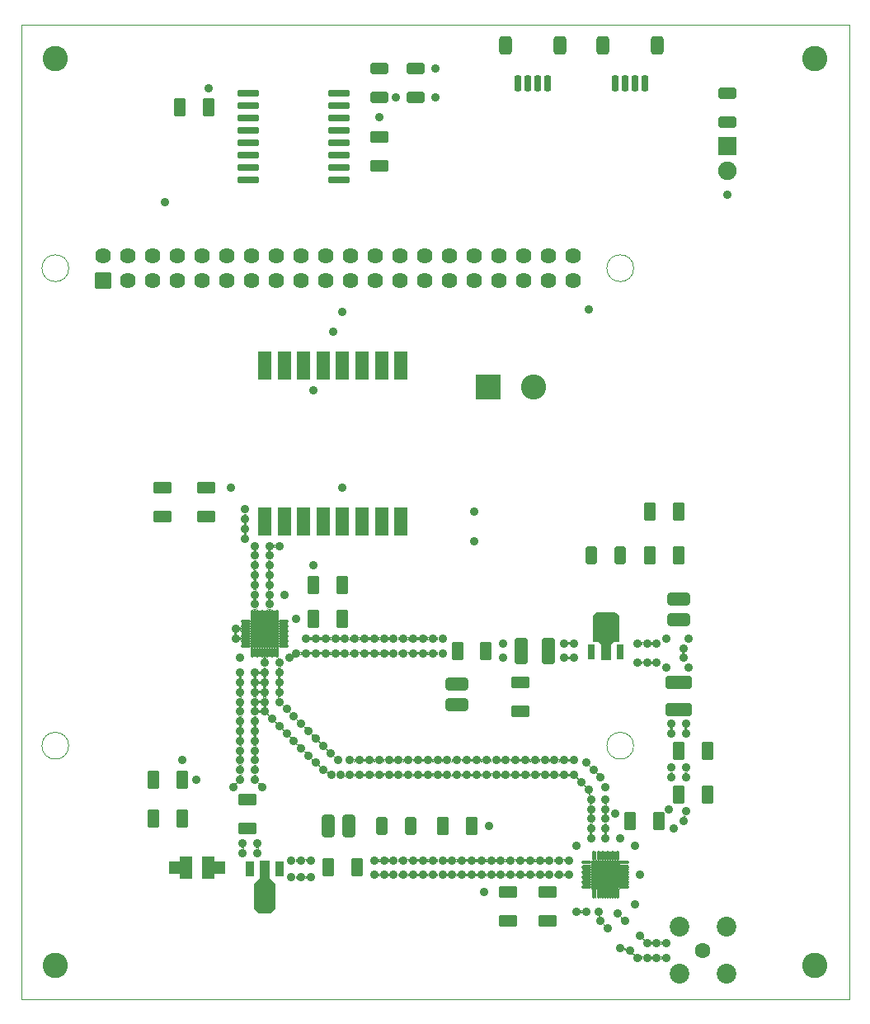
<source format=gbr>
%TF.GenerationSoftware,KiCad,Pcbnew,(6.0.7)*%
%TF.CreationDate,2022-12-06T03:31:19-06:00*%
%TF.ProjectId,Narwal_v1,4e617277-616c-45f7-9631-2e6b69636164,1*%
%TF.SameCoordinates,Original*%
%TF.FileFunction,Soldermask,Top*%
%TF.FilePolarity,Negative*%
%FSLAX46Y46*%
G04 Gerber Fmt 4.6, Leading zero omitted, Abs format (unit mm)*
G04 Created by KiCad (PCBNEW (6.0.7)) date 2022-12-06 03:31:19*
%MOMM*%
%LPD*%
G01*
G04 APERTURE LIST*
G04 Aperture macros list*
%AMRoundRect*
0 Rectangle with rounded corners*
0 $1 Rounding radius*
0 $2 $3 $4 $5 $6 $7 $8 $9 X,Y pos of 4 corners*
0 Add a 4 corners polygon primitive as box body*
4,1,4,$2,$3,$4,$5,$6,$7,$8,$9,$2,$3,0*
0 Add four circle primitives for the rounded corners*
1,1,$1+$1,$2,$3*
1,1,$1+$1,$4,$5*
1,1,$1+$1,$6,$7*
1,1,$1+$1,$8,$9*
0 Add four rect primitives between the rounded corners*
20,1,$1+$1,$2,$3,$4,$5,0*
20,1,$1+$1,$4,$5,$6,$7,0*
20,1,$1+$1,$6,$7,$8,$9,0*
20,1,$1+$1,$8,$9,$2,$3,0*%
%AMFreePoly0*
4,1,21,0.492555,2.702355,1.000555,2.194355,1.015200,2.159000,1.015200,-0.254000,1.000555,-0.289355,0.507200,-0.782710,0.507200,-2.667000,0.492555,-2.702355,0.457200,-2.717000,-0.457200,-2.717000,-0.492555,-2.702355,-0.507200,-2.667000,-0.507200,-0.782710,-1.000555,-0.289355,-1.015200,-0.254000,-1.015200,2.159000,-1.000555,2.194355,-0.492555,2.702355,-0.457200,2.717000,0.457200,2.717000,
0.492555,2.702355,0.492555,2.702355,$1*%
G04 Aperture macros list end*
%TA.AperFunction,Profile*%
%ADD10C,0.100000*%
%TD*%
%ADD11C,0.010000*%
%TA.AperFunction,Profile*%
%ADD12C,0.120000*%
%TD*%
%ADD13RoundRect,0.050000X-1.240000X-1.240000X1.240000X-1.240000X1.240000X1.240000X-1.240000X1.240000X0*%
%ADD14C,2.580000*%
%ADD15RoundRect,0.300000X-0.850000X0.375000X-0.850000X-0.375000X0.850000X-0.375000X0.850000X0.375000X0*%
%ADD16C,2.600000*%
%ADD17RoundRect,0.300000X0.650000X-0.325000X0.650000X0.325000X-0.650000X0.325000X-0.650000X-0.325000X0*%
%ADD18RoundRect,0.300000X0.312500X0.625000X-0.312500X0.625000X-0.312500X-0.625000X0.312500X-0.625000X0*%
%ADD19RoundRect,0.300000X-0.375000X-1.075000X0.375000X-1.075000X0.375000X1.075000X-0.375000X1.075000X0*%
%ADD20RoundRect,0.300000X-0.625000X0.312500X-0.625000X-0.312500X0.625000X-0.312500X0.625000X0.312500X0*%
%ADD21RoundRect,0.050000X-0.425000X0.125000X-0.425000X-0.125000X0.425000X-0.125000X0.425000X0.125000X0*%
%ADD22RoundRect,0.050000X0.125000X0.425000X-0.125000X0.425000X-0.125000X-0.425000X0.125000X-0.425000X0*%
%ADD23RoundRect,0.050000X1.350000X1.350000X-1.350000X1.350000X-1.350000X-1.350000X1.350000X-1.350000X0*%
%ADD24RoundRect,0.300000X-0.325000X-0.650000X0.325000X-0.650000X0.325000X0.650000X-0.325000X0.650000X0*%
%ADD25RoundRect,0.200000X0.150000X0.625000X-0.150000X0.625000X-0.150000X-0.625000X0.150000X-0.625000X0*%
%ADD26RoundRect,0.300000X0.350000X0.650000X-0.350000X0.650000X-0.350000X-0.650000X0.350000X-0.650000X0*%
%ADD27RoundRect,0.050000X-0.762000X-0.762000X0.762000X-0.762000X0.762000X0.762000X-0.762000X0.762000X0*%
%ADD28C,1.624000*%
%ADD29RoundRect,0.300000X-0.650000X0.325000X-0.650000X-0.325000X0.650000X-0.325000X0.650000X0.325000X0*%
%ADD30RoundRect,0.050000X0.305000X-0.675000X0.305000X0.675000X-0.305000X0.675000X-0.305000X-0.675000X0*%
%ADD31RoundRect,0.091300X-0.983700X-0.253700X0.983700X-0.253700X0.983700X0.253700X-0.983700X0.253700X0*%
%ADD32RoundRect,0.300000X0.325000X0.650000X-0.325000X0.650000X-0.325000X-0.650000X0.325000X-0.650000X0*%
%ADD33C,1.608000*%
%ADD34C,2.020000*%
%ADD35RoundRect,0.300000X-0.312500X-0.625000X0.312500X-0.625000X0.312500X0.625000X-0.312500X0.625000X0*%
%ADD36RoundRect,0.050000X-0.900000X0.900000X-0.900000X-0.900000X0.900000X-0.900000X0.900000X0.900000X0*%
%ADD37C,1.900000*%
%ADD38RoundRect,0.050000X-0.600000X1.400000X-0.600000X-1.400000X0.600000X-1.400000X0.600000X1.400000X0*%
%ADD39RoundRect,0.300000X-1.075000X0.375000X-1.075000X-0.375000X1.075000X-0.375000X1.075000X0.375000X0*%
%ADD40RoundRect,0.300000X0.625000X-0.312500X0.625000X0.312500X-0.625000X0.312500X-0.625000X-0.312500X0*%
%ADD41RoundRect,0.300000X-0.375000X-0.850000X0.375000X-0.850000X0.375000X0.850000X-0.375000X0.850000X0*%
%ADD42RoundRect,0.050000X0.425000X-0.125000X0.425000X0.125000X-0.425000X0.125000X-0.425000X-0.125000X0*%
%ADD43RoundRect,0.050000X-0.125000X-0.425000X0.125000X-0.425000X0.125000X0.425000X-0.125000X0.425000X0*%
%ADD44RoundRect,0.050000X-1.350000X-1.350000X1.350000X-1.350000X1.350000X1.350000X-1.350000X1.350000X0*%
%ADD45RoundRect,0.050000X0.355600X0.749300X-0.355600X0.749300X-0.355600X-0.749300X0.355600X-0.749300X0*%
%ADD46FreePoly0,180.000000*%
%ADD47C,0.900000*%
G04 APERTURE END LIST*
D10*
X100000000Y-50000000D02*
X185000000Y-50000000D01*
X185000000Y-50000000D02*
X185000000Y-150000000D01*
X185000000Y-150000000D02*
X100000000Y-150000000D01*
X100000000Y-150000000D02*
X100000000Y-50000000D01*
%TO.C,L4*%
G36*
X117450000Y-137600000D02*
G01*
X116250000Y-137600000D01*
X116250000Y-137100000D01*
X115150000Y-137100000D01*
X115150000Y-135900000D01*
X116250000Y-135900000D01*
X116250000Y-135400000D01*
X117450000Y-135400000D01*
X117450000Y-137600000D01*
G37*
D11*
X117450000Y-137600000D02*
X116250000Y-137600000D01*
X116250000Y-137100000D01*
X115150000Y-137100000D01*
X115150000Y-135900000D01*
X116250000Y-135900000D01*
X116250000Y-135400000D01*
X117450000Y-135400000D01*
X117450000Y-137600000D01*
G36*
X119750000Y-135900000D02*
G01*
X120850000Y-135900000D01*
X120850000Y-137100000D01*
X119750000Y-137100000D01*
X119750000Y-137600000D01*
X118550000Y-137600000D01*
X118550000Y-135400000D01*
X119750000Y-135400000D01*
X119750000Y-135900000D01*
G37*
X119750000Y-135900000D02*
X120850000Y-135900000D01*
X120850000Y-137100000D01*
X119750000Y-137100000D01*
X119750000Y-137600000D01*
X118550000Y-137600000D01*
X118550000Y-135400000D01*
X119750000Y-135400000D01*
X119750000Y-135900000D01*
%TO.C,U1*%
G36*
X161292500Y-110633830D02*
G01*
X161292500Y-113294000D01*
X160824269Y-113294000D01*
X160492500Y-113627330D01*
X160492500Y-115169000D01*
X159512500Y-115169000D01*
X159512500Y-113627330D01*
X159180731Y-113294000D01*
X158712500Y-113294000D01*
X158712500Y-110633830D01*
X159075131Y-110274000D01*
X160929869Y-110274000D01*
X161292500Y-110633830D01*
G37*
X161292500Y-110633830D02*
X161292500Y-113294000D01*
X160824269Y-113294000D01*
X160492500Y-113627330D01*
X160492500Y-115169000D01*
X159512500Y-115169000D01*
X159512500Y-113627330D01*
X159180731Y-113294000D01*
X158712500Y-113294000D01*
X158712500Y-110633830D01*
X159075131Y-110274000D01*
X160929869Y-110274000D01*
X161292500Y-110633830D01*
%TO.C,U2*%
G36*
X126092200Y-138195200D02*
G01*
X126092200Y-140735200D01*
X125584200Y-141243200D01*
X124441200Y-141243200D01*
X123933200Y-140735200D01*
X123933200Y-138195200D01*
X124441200Y-137687200D01*
X125584200Y-137687200D01*
X126092200Y-138195200D01*
G37*
D10*
X100000000Y-50000000D02*
X185000000Y-50000000D01*
X185000000Y-50000000D02*
X185000000Y-150000000D01*
X185000000Y-150000000D02*
X100000000Y-150000000D01*
X100000000Y-150000000D02*
X100000000Y-50000000D01*
%TO.C,L4*%
G36*
X117450000Y-137600000D02*
G01*
X116250000Y-137600000D01*
X116250000Y-137100000D01*
X115150000Y-137100000D01*
X115150000Y-135900000D01*
X116250000Y-135900000D01*
X116250000Y-135400000D01*
X117450000Y-135400000D01*
X117450000Y-137600000D01*
G37*
D11*
X117450000Y-137600000D02*
X116250000Y-137600000D01*
X116250000Y-137100000D01*
X115150000Y-137100000D01*
X115150000Y-135900000D01*
X116250000Y-135900000D01*
X116250000Y-135400000D01*
X117450000Y-135400000D01*
X117450000Y-137600000D01*
G36*
X119750000Y-135900000D02*
G01*
X120850000Y-135900000D01*
X120850000Y-137100000D01*
X119750000Y-137100000D01*
X119750000Y-137600000D01*
X118550000Y-137600000D01*
X118550000Y-135400000D01*
X119750000Y-135400000D01*
X119750000Y-135900000D01*
G37*
X119750000Y-135900000D02*
X120850000Y-135900000D01*
X120850000Y-137100000D01*
X119750000Y-137100000D01*
X119750000Y-137600000D01*
X118550000Y-137600000D01*
X118550000Y-135400000D01*
X119750000Y-135400000D01*
X119750000Y-135900000D01*
D12*
%TO.C,A1*%
X162875000Y-75000000D02*
G75*
G03*
X162875000Y-75000000I-1375000J0D01*
G01*
X162875000Y-124000000D02*
G75*
G03*
X162875000Y-124000000I-1375000J0D01*
G01*
X104875000Y-124000000D02*
G75*
G03*
X104875000Y-124000000I-1375000J0D01*
G01*
X104875000Y-75000000D02*
G75*
G03*
X104875000Y-75000000I-1375000J0D01*
G01*
%TO.C,U1*%
G36*
X161292500Y-110633830D02*
G01*
X161292500Y-113294000D01*
X160824269Y-113294000D01*
X160492500Y-113627330D01*
X160492500Y-115169000D01*
X159512500Y-115169000D01*
X159512500Y-113627330D01*
X159180731Y-113294000D01*
X158712500Y-113294000D01*
X158712500Y-110633830D01*
X159075131Y-110274000D01*
X160929869Y-110274000D01*
X161292500Y-110633830D01*
G37*
D11*
X161292500Y-110633830D02*
X161292500Y-113294000D01*
X160824269Y-113294000D01*
X160492500Y-113627330D01*
X160492500Y-115169000D01*
X159512500Y-115169000D01*
X159512500Y-113627330D01*
X159180731Y-113294000D01*
X158712500Y-113294000D01*
X158712500Y-110633830D01*
X159075131Y-110274000D01*
X160929869Y-110274000D01*
X161292500Y-110633830D01*
%TO.C,U2*%
G36*
X126092200Y-138195200D02*
G01*
X126092200Y-140735200D01*
X125584200Y-141243200D01*
X124441200Y-141243200D01*
X123933200Y-140735200D01*
X123933200Y-138195200D01*
X124441200Y-137687200D01*
X125584200Y-137687200D01*
X126092200Y-138195200D01*
G37*
%TD*%
D13*
%TO.C,SW1*%
X147977500Y-87227500D03*
D14*
X152577500Y-87227500D03*
%TD*%
D15*
%TO.C,L1*%
X144750000Y-117675000D03*
X144750000Y-119825000D03*
%TD*%
D16*
%TO.C,H1*%
X103500000Y-53500000D03*
%TD*%
D17*
%TO.C,C5*%
X123250000Y-132475000D03*
X123250000Y-129525000D03*
%TD*%
D16*
%TO.C,H2*%
X181500000Y-53500000D03*
%TD*%
D18*
%TO.C,R2*%
X161462500Y-104500000D03*
X158537500Y-104500000D03*
%TD*%
D19*
%TO.C,L3*%
X151350000Y-114250000D03*
X154150000Y-114250000D03*
%TD*%
D20*
%TO.C,R3*%
X140525000Y-54537500D03*
X140525000Y-57462500D03*
%TD*%
D16*
%TO.C,H3*%
X181500000Y-146500000D03*
%TD*%
D21*
%TO.C,IC2*%
X161950000Y-138500000D03*
X161950000Y-138000000D03*
X161950000Y-137500000D03*
X161950000Y-137000000D03*
X161950000Y-136500000D03*
X161950000Y-136000000D03*
D22*
X161250000Y-135300000D03*
X160750000Y-135300000D03*
X160250000Y-135300000D03*
X159750000Y-135300000D03*
X159250000Y-135300000D03*
X158750000Y-135300000D03*
D21*
X158050000Y-136000000D03*
X158050000Y-136500000D03*
X158050000Y-137000000D03*
X158050000Y-137500000D03*
X158050000Y-138000000D03*
X158050000Y-138500000D03*
D22*
X158750000Y-139200000D03*
X159250000Y-139200000D03*
X159750000Y-139200000D03*
X160250000Y-139200000D03*
X160750000Y-139200000D03*
X161250000Y-139200000D03*
D23*
X160000000Y-137250000D03*
%TD*%
D24*
%TO.C,C10*%
X167500000Y-124500000D03*
X170450000Y-124500000D03*
%TD*%
D25*
%TO.C,J3*%
X164000000Y-56000000D03*
X163000000Y-56000000D03*
X162000000Y-56000000D03*
X161000000Y-56000000D03*
D26*
X159700000Y-52125000D03*
X165300000Y-52125000D03*
%TD*%
D15*
%TO.C,L5*%
X167500000Y-108925000D03*
X167500000Y-111075000D03*
%TD*%
D27*
%TO.C,A1*%
X108370000Y-76270000D03*
D28*
X108370000Y-73730000D03*
X110910000Y-76270000D03*
X110910000Y-73730000D03*
X113450000Y-76270000D03*
X113450000Y-73730000D03*
X115990000Y-76270000D03*
X115990000Y-73730000D03*
X118530000Y-76270000D03*
X118530000Y-73730000D03*
X121070000Y-76270000D03*
X121070000Y-73730000D03*
X123610000Y-76270000D03*
X123610000Y-73730000D03*
X126150000Y-76270000D03*
X126150000Y-73730000D03*
X128690000Y-76270000D03*
X128690000Y-73730000D03*
X131230000Y-76270000D03*
X131230000Y-73730000D03*
X133770000Y-76270000D03*
X133770000Y-73730000D03*
X136310000Y-76270000D03*
X136310000Y-73730000D03*
X138850000Y-76270000D03*
X138850000Y-73730000D03*
X141390000Y-76270000D03*
X141390000Y-73730000D03*
X143930000Y-76270000D03*
X143930000Y-73730000D03*
X146470000Y-76270000D03*
X146470000Y-73730000D03*
X149010000Y-76270000D03*
X149010000Y-73730000D03*
X151550000Y-76270000D03*
X151550000Y-73730000D03*
X154090000Y-76270000D03*
X154090000Y-73730000D03*
X156630000Y-76270000D03*
X156630000Y-73730000D03*
%TD*%
D29*
%TO.C,C16*%
X154000000Y-139000000D03*
X154000000Y-141950000D03*
%TD*%
D30*
%TO.C,U1*%
X158507500Y-114394000D03*
X161497500Y-114394000D03*
%TD*%
D29*
%TO.C,C18*%
X150000000Y-139000000D03*
X150000000Y-141950000D03*
%TD*%
D24*
%TO.C,C17*%
X130025000Y-107500000D03*
X132975000Y-107500000D03*
%TD*%
D17*
%TO.C,C14*%
X119000000Y-100475000D03*
X119000000Y-97525000D03*
%TD*%
D24*
%TO.C,C15*%
X130025000Y-111000000D03*
X132975000Y-111000000D03*
%TD*%
%TO.C,C19*%
X116275000Y-58500000D03*
X119225000Y-58500000D03*
%TD*%
D31*
%TO.C,U4*%
X123345000Y-57055000D03*
X123345000Y-58325000D03*
X123345000Y-59595000D03*
X123345000Y-60865000D03*
X123345000Y-62135000D03*
X123345000Y-63405000D03*
X123345000Y-64675000D03*
X123345000Y-65945000D03*
X132655000Y-65945000D03*
X132655000Y-64675000D03*
X132655000Y-63405000D03*
X132655000Y-62135000D03*
X132655000Y-60865000D03*
X132655000Y-59595000D03*
X132655000Y-58325000D03*
X132655000Y-57055000D03*
%TD*%
D24*
%TO.C,C4*%
X143275000Y-132250000D03*
X146225000Y-132250000D03*
%TD*%
%TO.C,C1*%
X144775000Y-114250000D03*
X147725000Y-114250000D03*
%TD*%
D29*
%TO.C,C20*%
X136775000Y-61525000D03*
X136775000Y-64475000D03*
%TD*%
D16*
%TO.C,H4*%
X103500000Y-146500000D03*
%TD*%
D32*
%TO.C,C2*%
X134450000Y-136500000D03*
X131500000Y-136500000D03*
%TD*%
%TO.C,C6*%
X116500000Y-127500000D03*
X113550000Y-127500000D03*
%TD*%
%TO.C,C8*%
X167500000Y-100000000D03*
X164550000Y-100000000D03*
%TD*%
D33*
%TO.C,J1*%
X170000000Y-145000000D03*
D34*
X167600000Y-142600000D03*
X167600000Y-147400000D03*
X172400000Y-147400000D03*
X172400000Y-142600000D03*
%TD*%
D35*
%TO.C,R1*%
X137037500Y-132250000D03*
X139962500Y-132250000D03*
%TD*%
D36*
%TO.C,D1*%
X172500000Y-62500000D03*
D37*
X172500000Y-65040000D03*
%TD*%
D17*
%TO.C,C13*%
X114500000Y-100475000D03*
X114500000Y-97525000D03*
%TD*%
D38*
%TO.C,U3*%
X139000000Y-85000000D03*
X137000000Y-85000000D03*
X135000000Y-85000000D03*
X133000000Y-85000000D03*
X131000000Y-85000000D03*
X129000000Y-85000000D03*
X127000000Y-85000000D03*
X125000000Y-85000000D03*
X125000000Y-101000000D03*
X127000000Y-101000000D03*
X129000000Y-101000000D03*
X131000000Y-101000000D03*
X133000000Y-101000000D03*
X135000000Y-101000000D03*
X137000000Y-101000000D03*
X139000000Y-101000000D03*
%TD*%
D39*
%TO.C,L6*%
X167500000Y-117500000D03*
X167500000Y-120300000D03*
%TD*%
D32*
%TO.C,C12*%
X165475000Y-131750000D03*
X162525000Y-131750000D03*
%TD*%
D40*
%TO.C,R5*%
X172500000Y-60000000D03*
X172500000Y-57075000D03*
%TD*%
D20*
%TO.C,R4*%
X136775000Y-54537500D03*
X136775000Y-57462500D03*
%TD*%
D41*
%TO.C,L2*%
X131500000Y-132250000D03*
X133650000Y-132250000D03*
%TD*%
D29*
%TO.C,C3*%
X151250000Y-117525000D03*
X151250000Y-120475000D03*
%TD*%
D32*
%TO.C,C7*%
X116500000Y-131500000D03*
X113550000Y-131500000D03*
%TD*%
%TO.C,C9*%
X167500000Y-104500000D03*
X164550000Y-104500000D03*
%TD*%
D42*
%TO.C,IC1*%
X123050000Y-111250000D03*
X123050000Y-111750000D03*
X123050000Y-112250000D03*
X123050000Y-112750000D03*
X123050000Y-113250000D03*
X123050000Y-113750000D03*
D43*
X123750000Y-114450000D03*
X124250000Y-114450000D03*
X124750000Y-114450000D03*
X125250000Y-114450000D03*
X125750000Y-114450000D03*
X126250000Y-114450000D03*
D42*
X126950000Y-113750000D03*
X126950000Y-113250000D03*
X126950000Y-112750000D03*
X126950000Y-112250000D03*
X126950000Y-111750000D03*
X126950000Y-111250000D03*
D43*
X126250000Y-110550000D03*
X125750000Y-110550000D03*
X125250000Y-110550000D03*
X124750000Y-110550000D03*
X124250000Y-110550000D03*
X123750000Y-110550000D03*
D44*
X125000000Y-112500000D03*
%TD*%
D24*
%TO.C,C11*%
X167500000Y-129000000D03*
X170450000Y-129000000D03*
%TD*%
D45*
%TO.C,U2*%
X126498600Y-136595000D03*
D46*
X125000000Y-138500000D03*
D45*
X123501400Y-136595000D03*
%TD*%
D25*
%TO.C,J2*%
X154000000Y-56000000D03*
X153000000Y-56000000D03*
X152000000Y-56000000D03*
X151000000Y-56000000D03*
D26*
X155300000Y-52125000D03*
X149700000Y-52125000D03*
%TD*%
D47*
X146500000Y-100000000D03*
X146500000Y-103000000D03*
X128250000Y-111000000D03*
X158250000Y-79250000D03*
X157000000Y-141000000D03*
X141250000Y-135750000D03*
X128000000Y-121000000D03*
X125500000Y-104500000D03*
X124000000Y-106500000D03*
X158500000Y-131500000D03*
X160000000Y-137250000D03*
X163500000Y-137250000D03*
X126500000Y-117500000D03*
X159500000Y-127250000D03*
X134250000Y-113000000D03*
X164250000Y-145750000D03*
X140250000Y-137250000D03*
X166250000Y-144250000D03*
X168500000Y-113000000D03*
X130250000Y-125750000D03*
X131250000Y-114500000D03*
X168250000Y-130750000D03*
X122000000Y-113000000D03*
X148000000Y-132250000D03*
X159500000Y-112000000D03*
X148750000Y-127000000D03*
X167000000Y-132500000D03*
X159250000Y-141000000D03*
X124000000Y-109500000D03*
X139250000Y-113000000D03*
X124000000Y-108500000D03*
X154250000Y-137250000D03*
X136750000Y-125500000D03*
X152750000Y-125500000D03*
X137250000Y-113000000D03*
X123000000Y-99750000D03*
X154750000Y-125500000D03*
X155750000Y-115000000D03*
X149500000Y-115000000D03*
X134750000Y-127000000D03*
X165250000Y-145750000D03*
X147750000Y-127000000D03*
X160000000Y-129500000D03*
X166750000Y-126250000D03*
X159500000Y-111000000D03*
X155750000Y-127000000D03*
X122500000Y-119500000D03*
X161250000Y-141250000D03*
X156750000Y-115000000D03*
X124000000Y-125500000D03*
X125000000Y-112500000D03*
X123000000Y-100750000D03*
X150250000Y-135750000D03*
X146250000Y-135750000D03*
X126500000Y-116500000D03*
X147750000Y-125500000D03*
X123000000Y-101750000D03*
X129250000Y-114500000D03*
X168500000Y-116000000D03*
X125000000Y-115500000D03*
X147250000Y-137250000D03*
X138750000Y-127000000D03*
X153750000Y-127000000D03*
X125500000Y-109500000D03*
X142250000Y-135750000D03*
X129250000Y-113000000D03*
X145250000Y-135750000D03*
X127750000Y-135750000D03*
X149500000Y-113500000D03*
X163000000Y-134250000D03*
X128750000Y-137500000D03*
X125500000Y-139250000D03*
X130250000Y-113000000D03*
X141250000Y-113000000D03*
X148750000Y-125500000D03*
X165250000Y-144250000D03*
X127250000Y-120250000D03*
X125750000Y-111750000D03*
X122500000Y-124500000D03*
X121750000Y-128250000D03*
X148250000Y-137250000D03*
X124500000Y-140250000D03*
X144750000Y-127000000D03*
X151750000Y-125500000D03*
X125000000Y-116500000D03*
X124000000Y-116500000D03*
X150750000Y-127000000D03*
X124000000Y-121500000D03*
X128750000Y-135750000D03*
X153750000Y-125500000D03*
X124000000Y-123500000D03*
X161000000Y-131000000D03*
X124000000Y-105500000D03*
X154250000Y-135750000D03*
X153250000Y-135750000D03*
X136250000Y-113000000D03*
X164250000Y-115500000D03*
X148250000Y-135750000D03*
X158750000Y-126500000D03*
X141750000Y-125500000D03*
X166250000Y-116000000D03*
X142250000Y-113000000D03*
X166750000Y-127250000D03*
X122500000Y-126500000D03*
X124000000Y-126500000D03*
X124250000Y-134000000D03*
X149250000Y-137250000D03*
X160250000Y-142750000D03*
X137750000Y-127000000D03*
X128000000Y-123500000D03*
X168000000Y-114000000D03*
X140250000Y-135750000D03*
X142750000Y-125500000D03*
X156750000Y-125500000D03*
X163500000Y-143500000D03*
X136750000Y-127000000D03*
X127250000Y-122750000D03*
X156250000Y-137250000D03*
X163250000Y-145750000D03*
X135250000Y-113000000D03*
X122750000Y-134000000D03*
X168250000Y-122750000D03*
X132250000Y-114500000D03*
X153250000Y-137250000D03*
X156750000Y-113500000D03*
X156250000Y-135750000D03*
X124000000Y-120500000D03*
X163000000Y-140250000D03*
X122500000Y-115000000D03*
X147250000Y-135750000D03*
X151250000Y-137250000D03*
X146250000Y-137250000D03*
X168250000Y-126250000D03*
X122750000Y-135000000D03*
X158000000Y-125750000D03*
X136250000Y-137250000D03*
X141250000Y-137250000D03*
X122500000Y-125500000D03*
X125000000Y-120500000D03*
X140750000Y-125500000D03*
X139250000Y-114500000D03*
X127500000Y-115000000D03*
X143250000Y-114500000D03*
X143250000Y-135750000D03*
X135250000Y-114500000D03*
X145750000Y-125500000D03*
X125000000Y-138250000D03*
X144250000Y-137250000D03*
X137250000Y-114500000D03*
X162500000Y-145000000D03*
X152250000Y-135750000D03*
X158500000Y-129500000D03*
X158250000Y-128500000D03*
X125500000Y-105500000D03*
X163250000Y-115500000D03*
X123000000Y-102750000D03*
X138250000Y-114500000D03*
X160000000Y-128250000D03*
X161500000Y-144750000D03*
X125000000Y-119500000D03*
X125750000Y-113250000D03*
X159250000Y-136500000D03*
X166750000Y-121750000D03*
X140250000Y-114500000D03*
X126500000Y-119500000D03*
X135750000Y-125500000D03*
X125500000Y-108500000D03*
X165250000Y-113500000D03*
X145250000Y-137250000D03*
X132500000Y-125500000D03*
X124000000Y-104500000D03*
X134750000Y-125500000D03*
X125750000Y-121250000D03*
X157500000Y-127750000D03*
X125500000Y-140250000D03*
X131750000Y-124750000D03*
X160000000Y-131500000D03*
X145750000Y-127000000D03*
X142250000Y-114500000D03*
X160500000Y-111000000D03*
X166250000Y-113000000D03*
X168250000Y-121750000D03*
X155750000Y-113500000D03*
X143250000Y-137250000D03*
X126500000Y-118500000D03*
X132825000Y-127000000D03*
X138250000Y-137250000D03*
X155250000Y-137250000D03*
X125500000Y-107500000D03*
X164250000Y-144250000D03*
X124000000Y-124500000D03*
X128250000Y-114500000D03*
X122500000Y-120500000D03*
X151250000Y-135750000D03*
X122500000Y-122500000D03*
X158500000Y-130500000D03*
X124000000Y-107500000D03*
X155750000Y-125500000D03*
X140750000Y-127000000D03*
X124750000Y-128250000D03*
X157000000Y-134250000D03*
X146750000Y-127000000D03*
X134250000Y-114500000D03*
X122500000Y-127500000D03*
X124000000Y-127500000D03*
X137250000Y-135750000D03*
X160000000Y-113000000D03*
X131900000Y-127000000D03*
X130250000Y-114500000D03*
X168000000Y-115000000D03*
X128750000Y-121750000D03*
X131250000Y-113000000D03*
X133750000Y-125500000D03*
X133250000Y-113000000D03*
X142750000Y-127000000D03*
X122500000Y-116500000D03*
X146750000Y-125500000D03*
X122000000Y-112000000D03*
X144250000Y-135750000D03*
X126500000Y-122000000D03*
X137750000Y-125500000D03*
X122500000Y-118500000D03*
X159500000Y-142000000D03*
X136250000Y-114500000D03*
X152250000Y-137250000D03*
X126500000Y-103500000D03*
X126500000Y-115500000D03*
X129750000Y-135750000D03*
X124000000Y-117500000D03*
X129750000Y-137500000D03*
X122500000Y-121500000D03*
X124000000Y-118500000D03*
X165250000Y-115500000D03*
X141750000Y-127000000D03*
X130250000Y-123250000D03*
X149750000Y-127000000D03*
X125500000Y-106500000D03*
X129500000Y-125000000D03*
X158500000Y-132500000D03*
X159250000Y-138000000D03*
X133750000Y-127000000D03*
X122500000Y-123500000D03*
X127750000Y-137500000D03*
X161500000Y-133500000D03*
X151750000Y-127000000D03*
X168000000Y-131750000D03*
X124000000Y-122500000D03*
X139250000Y-135750000D03*
X160750000Y-138000000D03*
X140250000Y-113000000D03*
X160750000Y-136500000D03*
X131000000Y-124000000D03*
X162000000Y-142000000D03*
X164250000Y-113500000D03*
X135750000Y-127000000D03*
X139750000Y-127000000D03*
X163250000Y-113500000D03*
X128750000Y-124250000D03*
X138750000Y-125500000D03*
X143250000Y-113000000D03*
X155250000Y-135750000D03*
X158500000Y-133500000D03*
X139250000Y-137250000D03*
X149250000Y-135750000D03*
X143750000Y-127000000D03*
X124250000Y-113250000D03*
X125000000Y-117500000D03*
X152750000Y-127000000D03*
X166750000Y-122750000D03*
X166500000Y-130500000D03*
X160500000Y-112000000D03*
X166250000Y-145750000D03*
X133250000Y-114500000D03*
X132250000Y-113000000D03*
X124250000Y-111750000D03*
X124000000Y-119500000D03*
X168250000Y-127250000D03*
X149750000Y-125500000D03*
X143750000Y-125500000D03*
X156750000Y-127000000D03*
X124000000Y-103500000D03*
X150750000Y-125500000D03*
X125500000Y-103500000D03*
X154750000Y-127000000D03*
X142250000Y-137250000D03*
X141250000Y-114500000D03*
X136250000Y-135750000D03*
X139750000Y-125500000D03*
X160000000Y-132500000D03*
X125000000Y-118500000D03*
X160000000Y-133500000D03*
X137250000Y-137250000D03*
X144750000Y-125500000D03*
X129500000Y-122500000D03*
X150250000Y-137250000D03*
X138250000Y-113000000D03*
X160000000Y-130500000D03*
X131000000Y-126500000D03*
X124250000Y-135000000D03*
X138250000Y-135750000D03*
X124500000Y-139250000D03*
X122500000Y-117500000D03*
X127000000Y-108500000D03*
X158000000Y-141000000D03*
X133000000Y-97500000D03*
X121500000Y-97500000D03*
X142525000Y-54500000D03*
X119250000Y-56500000D03*
X116500000Y-125500000D03*
X130000000Y-105500000D03*
X118000000Y-127500000D03*
X172500000Y-67500000D03*
X147500000Y-139000000D03*
X142500000Y-57500000D03*
X138500000Y-57500000D03*
X114750000Y-68250000D03*
X133000000Y-79500000D03*
X132000000Y-81500000D03*
X136775000Y-59500000D03*
X130000000Y-87500000D03*
G36*
X163636303Y-145518678D02*
G01*
X163640551Y-145524215D01*
X163640812Y-145524667D01*
X163658540Y-145567466D01*
X163658355Y-145568874D01*
X163659326Y-145569380D01*
X163698850Y-145615656D01*
X163757681Y-145629780D01*
X163813657Y-145606594D01*
X163840210Y-145570048D01*
X163842037Y-145569235D01*
X163843655Y-145570411D01*
X163843638Y-145572074D01*
X163821595Y-145619023D01*
X163802054Y-145744527D01*
X163818523Y-145870470D01*
X163844104Y-145928608D01*
X163843950Y-145930014D01*
X163845104Y-145930879D01*
X163865460Y-145977141D01*
X163865242Y-145979130D01*
X163863411Y-145979935D01*
X163862042Y-145979165D01*
X163859449Y-145975786D01*
X163859188Y-145975333D01*
X163841425Y-145932450D01*
X163841595Y-145931158D01*
X163840752Y-145930712D01*
X163801150Y-145884344D01*
X163742319Y-145870220D01*
X163686343Y-145893406D01*
X163660377Y-145929144D01*
X163658550Y-145929957D01*
X163656932Y-145928781D01*
X163656959Y-145927096D01*
X163676774Y-145886200D01*
X163697868Y-145760817D01*
X163697998Y-145750131D01*
X163679973Y-145624268D01*
X163655984Y-145571507D01*
X163656132Y-145569992D01*
X163654871Y-145569059D01*
X163632895Y-145520723D01*
X163633089Y-145518732D01*
X163634909Y-145517904D01*
X163636303Y-145518678D01*
G37*
G36*
X164636303Y-145518678D02*
G01*
X164640551Y-145524215D01*
X164640812Y-145524667D01*
X164658540Y-145567466D01*
X164658355Y-145568874D01*
X164659326Y-145569380D01*
X164698850Y-145615656D01*
X164757681Y-145629780D01*
X164813657Y-145606594D01*
X164840210Y-145570048D01*
X164842037Y-145569235D01*
X164843655Y-145570411D01*
X164843638Y-145572074D01*
X164821595Y-145619023D01*
X164802054Y-145744527D01*
X164818523Y-145870470D01*
X164844104Y-145928608D01*
X164843950Y-145930014D01*
X164845104Y-145930879D01*
X164865460Y-145977141D01*
X164865242Y-145979130D01*
X164863411Y-145979935D01*
X164862042Y-145979165D01*
X164859449Y-145975786D01*
X164859188Y-145975333D01*
X164841425Y-145932450D01*
X164841595Y-145931158D01*
X164840752Y-145930712D01*
X164801150Y-145884344D01*
X164742319Y-145870220D01*
X164686343Y-145893406D01*
X164660377Y-145929144D01*
X164658550Y-145929957D01*
X164656932Y-145928781D01*
X164656959Y-145927096D01*
X164676774Y-145886200D01*
X164697868Y-145760817D01*
X164697998Y-145750131D01*
X164679973Y-145624268D01*
X164655984Y-145571507D01*
X164656132Y-145569992D01*
X164654871Y-145569059D01*
X164632895Y-145520723D01*
X164633089Y-145518732D01*
X164634909Y-145517904D01*
X164636303Y-145518678D01*
G37*
G36*
X165636303Y-145518678D02*
G01*
X165640551Y-145524215D01*
X165640812Y-145524667D01*
X165658540Y-145567466D01*
X165658355Y-145568874D01*
X165659326Y-145569380D01*
X165698850Y-145615656D01*
X165757681Y-145629780D01*
X165813657Y-145606594D01*
X165840210Y-145570048D01*
X165842037Y-145569235D01*
X165843655Y-145570411D01*
X165843638Y-145572074D01*
X165821595Y-145619023D01*
X165802054Y-145744527D01*
X165818523Y-145870470D01*
X165844104Y-145928608D01*
X165843950Y-145930014D01*
X165845104Y-145930879D01*
X165865460Y-145977141D01*
X165865242Y-145979130D01*
X165863411Y-145979935D01*
X165862042Y-145979165D01*
X165859449Y-145975786D01*
X165859188Y-145975333D01*
X165841425Y-145932450D01*
X165841595Y-145931158D01*
X165840752Y-145930712D01*
X165801150Y-145884344D01*
X165742319Y-145870220D01*
X165686343Y-145893406D01*
X165660377Y-145929144D01*
X165658550Y-145929957D01*
X165656932Y-145928781D01*
X165656959Y-145927096D01*
X165676774Y-145886200D01*
X165697868Y-145760817D01*
X165697998Y-145750131D01*
X165679973Y-145624268D01*
X165655984Y-145571507D01*
X165656132Y-145569992D01*
X165654871Y-145569059D01*
X165632895Y-145520723D01*
X165633089Y-145518732D01*
X165634909Y-145517904D01*
X165636303Y-145518678D01*
G37*
G36*
X162907018Y-145183855D02*
G01*
X162907211Y-145185743D01*
X162886823Y-145234963D01*
X162882050Y-145295613D01*
X162913662Y-145347200D01*
X162969640Y-145370387D01*
X163014961Y-145363208D01*
X163042865Y-145351650D01*
X163044848Y-145351911D01*
X163045613Y-145353759D01*
X163044697Y-145355189D01*
X162959657Y-145408845D01*
X162875575Y-145504050D01*
X162845678Y-145567729D01*
X162844037Y-145568872D01*
X162842227Y-145568022D01*
X162842020Y-145566114D01*
X162863177Y-145515037D01*
X162867950Y-145454387D01*
X162836338Y-145402800D01*
X162780360Y-145379613D01*
X162735039Y-145386792D01*
X162704676Y-145399369D01*
X162702693Y-145399108D01*
X162701928Y-145397260D01*
X162702865Y-145395817D01*
X162786154Y-145344677D01*
X162871392Y-145250507D01*
X162903563Y-145184106D01*
X162905218Y-145182983D01*
X162907018Y-145183855D01*
G37*
G36*
X161946611Y-144712871D02*
G01*
X161972324Y-144766780D01*
X162025495Y-144795649D01*
X162085566Y-144787742D01*
X162117823Y-144761621D01*
X162119799Y-144761308D01*
X162121057Y-144762862D01*
X162120892Y-144764025D01*
X162071595Y-144869023D01*
X162052054Y-144994527D01*
X162057592Y-145036879D01*
X162056825Y-145038726D01*
X162054842Y-145038985D01*
X162053804Y-145037999D01*
X162027676Y-144983220D01*
X161974505Y-144954351D01*
X161914434Y-144962258D01*
X161881066Y-144989279D01*
X161879090Y-144989592D01*
X161877832Y-144988038D01*
X161878007Y-144986853D01*
X161926774Y-144886200D01*
X161947868Y-144760817D01*
X161947998Y-144750131D01*
X161942826Y-144714016D01*
X161943571Y-144712159D01*
X161945550Y-144711876D01*
X161946611Y-144712871D01*
G37*
G36*
X164636303Y-144018678D02*
G01*
X164640551Y-144024215D01*
X164640812Y-144024667D01*
X164658540Y-144067466D01*
X164658355Y-144068874D01*
X164659326Y-144069380D01*
X164698850Y-144115656D01*
X164757681Y-144129780D01*
X164813657Y-144106594D01*
X164840210Y-144070048D01*
X164842037Y-144069235D01*
X164843655Y-144070411D01*
X164843638Y-144072074D01*
X164821595Y-144119023D01*
X164802054Y-144244527D01*
X164818523Y-144370470D01*
X164844104Y-144428608D01*
X164843950Y-144430014D01*
X164845104Y-144430879D01*
X164865460Y-144477141D01*
X164865242Y-144479130D01*
X164863411Y-144479935D01*
X164862042Y-144479165D01*
X164859449Y-144475786D01*
X164859188Y-144475333D01*
X164841425Y-144432450D01*
X164841595Y-144431158D01*
X164840752Y-144430712D01*
X164801150Y-144384344D01*
X164742319Y-144370220D01*
X164686343Y-144393406D01*
X164660377Y-144429144D01*
X164658550Y-144429957D01*
X164656932Y-144428781D01*
X164656959Y-144427096D01*
X164676774Y-144386199D01*
X164697868Y-144260817D01*
X164697998Y-144250131D01*
X164679973Y-144124268D01*
X164655984Y-144071507D01*
X164656132Y-144069992D01*
X164654871Y-144069059D01*
X164632895Y-144020723D01*
X164633089Y-144018732D01*
X164634909Y-144017904D01*
X164636303Y-144018678D01*
G37*
G36*
X165636303Y-144018678D02*
G01*
X165640551Y-144024215D01*
X165640812Y-144024667D01*
X165658540Y-144067466D01*
X165658355Y-144068874D01*
X165659326Y-144069380D01*
X165698850Y-144115656D01*
X165757681Y-144129780D01*
X165813657Y-144106594D01*
X165840210Y-144070048D01*
X165842037Y-144069235D01*
X165843655Y-144070411D01*
X165843638Y-144072074D01*
X165821595Y-144119023D01*
X165802054Y-144244527D01*
X165818523Y-144370470D01*
X165844104Y-144428608D01*
X165843950Y-144430014D01*
X165845104Y-144430879D01*
X165865460Y-144477141D01*
X165865242Y-144479130D01*
X165863411Y-144479935D01*
X165862042Y-144479165D01*
X165859449Y-144475786D01*
X165859188Y-144475333D01*
X165841425Y-144432450D01*
X165841595Y-144431158D01*
X165840752Y-144430712D01*
X165801150Y-144384344D01*
X165742319Y-144370220D01*
X165686343Y-144393406D01*
X165660377Y-144429144D01*
X165658550Y-144429957D01*
X165656932Y-144428781D01*
X165656959Y-144427096D01*
X165676774Y-144386199D01*
X165697868Y-144260817D01*
X165697998Y-144250131D01*
X165679973Y-144124268D01*
X165655984Y-144071507D01*
X165656132Y-144069992D01*
X165654871Y-144069059D01*
X165632895Y-144020723D01*
X165633089Y-144018732D01*
X165634909Y-144017904D01*
X165636303Y-144018678D01*
G37*
G36*
X163907018Y-143683855D02*
G01*
X163907211Y-143685743D01*
X163886823Y-143734963D01*
X163882050Y-143795613D01*
X163913662Y-143847200D01*
X163969640Y-143870387D01*
X164014961Y-143863208D01*
X164042865Y-143851650D01*
X164044848Y-143851911D01*
X164045613Y-143853759D01*
X164044697Y-143855189D01*
X163959657Y-143908845D01*
X163875575Y-144004050D01*
X163845678Y-144067729D01*
X163844037Y-144068872D01*
X163842227Y-144068022D01*
X163842020Y-144066114D01*
X163863177Y-144015037D01*
X163867950Y-143954387D01*
X163836338Y-143902800D01*
X163780360Y-143879613D01*
X163735039Y-143886792D01*
X163704676Y-143899369D01*
X163702693Y-143899108D01*
X163701928Y-143897260D01*
X163702865Y-143895817D01*
X163786154Y-143844677D01*
X163871392Y-143750507D01*
X163903563Y-143684106D01*
X163905218Y-143682983D01*
X163907018Y-143683855D01*
G37*
G36*
X159907018Y-142183855D02*
G01*
X159907211Y-142185743D01*
X159886823Y-142234963D01*
X159882050Y-142295613D01*
X159913662Y-142347200D01*
X159969640Y-142370387D01*
X160014961Y-142363208D01*
X160042865Y-142351650D01*
X160044848Y-142351911D01*
X160045613Y-142353759D01*
X160044697Y-142355189D01*
X159959657Y-142408845D01*
X159875575Y-142504050D01*
X159845678Y-142567729D01*
X159844037Y-142568872D01*
X159842227Y-142568022D01*
X159842020Y-142566114D01*
X159863177Y-142515037D01*
X159867950Y-142454387D01*
X159836338Y-142402800D01*
X159780360Y-142379613D01*
X159735039Y-142386792D01*
X159704676Y-142399369D01*
X159702693Y-142399108D01*
X159701928Y-142397260D01*
X159702865Y-142395817D01*
X159786154Y-142344677D01*
X159871392Y-142250507D01*
X159903563Y-142184106D01*
X159905218Y-142182983D01*
X159907018Y-142183855D01*
G37*
G36*
X161657018Y-141433855D02*
G01*
X161657211Y-141435743D01*
X161636823Y-141484963D01*
X161632050Y-141545613D01*
X161663662Y-141597200D01*
X161719640Y-141620387D01*
X161764961Y-141613208D01*
X161792865Y-141601650D01*
X161794848Y-141601911D01*
X161795613Y-141603759D01*
X161794697Y-141605189D01*
X161709657Y-141658845D01*
X161625575Y-141754050D01*
X161595678Y-141817729D01*
X161594037Y-141818872D01*
X161592227Y-141818022D01*
X161592020Y-141816114D01*
X161613177Y-141765037D01*
X161617950Y-141704387D01*
X161586338Y-141652800D01*
X161530360Y-141629613D01*
X161485039Y-141636792D01*
X161454676Y-141649369D01*
X161452693Y-141649108D01*
X161451928Y-141647260D01*
X161452865Y-141645817D01*
X161536154Y-141594677D01*
X161621392Y-141500507D01*
X161653563Y-141434106D01*
X161655218Y-141432983D01*
X161657018Y-141433855D01*
G37*
G36*
X159503488Y-141368254D02*
G01*
X159502707Y-141369895D01*
X159491199Y-141378725D01*
X159456742Y-141428861D01*
X159458326Y-141489342D01*
X159495211Y-141537411D01*
X159535513Y-141552882D01*
X159536771Y-141554436D01*
X159536055Y-141556303D01*
X159534784Y-141556749D01*
X159439202Y-141556165D01*
X159317074Y-141591070D01*
X159247572Y-141634922D01*
X159245574Y-141635001D01*
X159244507Y-141633310D01*
X159245288Y-141631644D01*
X159258800Y-141621276D01*
X159293258Y-141571139D01*
X159291674Y-141510658D01*
X159254789Y-141462589D01*
X159213504Y-141446741D01*
X159212246Y-141445187D01*
X159212962Y-141443320D01*
X159214258Y-141442874D01*
X159305371Y-141444544D01*
X159427918Y-141411134D01*
X159500443Y-141366604D01*
X159502442Y-141366550D01*
X159503488Y-141368254D01*
G37*
G36*
X157386303Y-140768678D02*
G01*
X157390551Y-140774215D01*
X157390812Y-140774667D01*
X157408540Y-140817466D01*
X157408355Y-140818874D01*
X157409326Y-140819380D01*
X157448850Y-140865656D01*
X157507681Y-140879780D01*
X157563657Y-140856594D01*
X157590210Y-140820048D01*
X157592037Y-140819235D01*
X157593655Y-140820411D01*
X157593638Y-140822074D01*
X157571595Y-140869023D01*
X157552054Y-140994527D01*
X157568523Y-141120470D01*
X157594104Y-141178608D01*
X157593950Y-141180014D01*
X157595104Y-141180879D01*
X157615460Y-141227141D01*
X157615242Y-141229130D01*
X157613411Y-141229935D01*
X157612042Y-141229165D01*
X157609449Y-141225786D01*
X157609188Y-141225333D01*
X157591425Y-141182450D01*
X157591595Y-141181158D01*
X157590752Y-141180712D01*
X157551150Y-141134344D01*
X157492319Y-141120220D01*
X157436343Y-141143406D01*
X157410377Y-141179144D01*
X157408550Y-141179957D01*
X157406932Y-141178781D01*
X157406959Y-141177096D01*
X157426774Y-141136200D01*
X157447868Y-141010817D01*
X157447998Y-141000131D01*
X157429973Y-140874268D01*
X157405984Y-140821507D01*
X157406132Y-140819992D01*
X157404871Y-140819059D01*
X157382895Y-140770723D01*
X157383089Y-140768732D01*
X157384909Y-140767904D01*
X157386303Y-140768678D01*
G37*
G36*
X160922523Y-134854752D02*
G01*
X160966118Y-134889119D01*
X161026573Y-134891493D01*
X161076977Y-134857814D01*
X161078973Y-134857683D01*
X161080084Y-134859346D01*
X161080050Y-134859867D01*
X161077000Y-134875199D01*
X161077000Y-135724801D01*
X161080691Y-135743355D01*
X161091087Y-135758913D01*
X161106645Y-135769309D01*
X161125199Y-135773000D01*
X161374801Y-135773000D01*
X161393355Y-135769309D01*
X161408913Y-135758913D01*
X161419309Y-135743355D01*
X161423038Y-135724612D01*
X161424357Y-135723108D01*
X161426319Y-135723498D01*
X161426902Y-135724384D01*
X161445799Y-135782543D01*
X161494886Y-135818207D01*
X161525310Y-135823026D01*
X161526864Y-135824284D01*
X161526551Y-135826260D01*
X161525387Y-135826963D01*
X161506645Y-135830691D01*
X161491087Y-135841087D01*
X161480691Y-135856645D01*
X161477000Y-135875199D01*
X161477000Y-136124801D01*
X161480691Y-136143355D01*
X161491087Y-136158913D01*
X161506645Y-136169309D01*
X161525199Y-136173000D01*
X162374801Y-136173000D01*
X162393287Y-136169323D01*
X162395181Y-136169966D01*
X162395571Y-136171928D01*
X162395248Y-136172523D01*
X162360881Y-136216118D01*
X162358507Y-136276573D01*
X162392186Y-136326977D01*
X162392317Y-136328973D01*
X162390654Y-136330084D01*
X162390133Y-136330050D01*
X162374801Y-136327000D01*
X161525199Y-136327000D01*
X161506645Y-136330691D01*
X161491087Y-136341087D01*
X161480691Y-136356645D01*
X161477000Y-136375199D01*
X161477000Y-136624801D01*
X161480691Y-136643355D01*
X161491087Y-136658913D01*
X161506645Y-136669309D01*
X161525199Y-136673000D01*
X162374801Y-136673000D01*
X162393287Y-136669323D01*
X162395181Y-136669966D01*
X162395571Y-136671928D01*
X162395248Y-136672523D01*
X162360881Y-136716118D01*
X162358507Y-136776573D01*
X162392186Y-136826977D01*
X162392317Y-136828973D01*
X162390654Y-136830084D01*
X162390133Y-136830050D01*
X162374801Y-136827000D01*
X161525199Y-136827000D01*
X161506645Y-136830691D01*
X161491087Y-136841087D01*
X161480691Y-136856645D01*
X161477000Y-136875199D01*
X161477000Y-137124801D01*
X161480691Y-137143355D01*
X161491087Y-137158913D01*
X161506645Y-137169309D01*
X161525199Y-137173000D01*
X162374801Y-137173000D01*
X162393287Y-137169323D01*
X162395181Y-137169966D01*
X162395571Y-137171928D01*
X162395248Y-137172523D01*
X162360881Y-137216118D01*
X162358507Y-137276573D01*
X162392186Y-137326977D01*
X162392317Y-137328973D01*
X162390654Y-137330084D01*
X162390133Y-137330050D01*
X162374801Y-137327000D01*
X161525199Y-137327000D01*
X161506645Y-137330691D01*
X161491087Y-137341087D01*
X161480691Y-137356645D01*
X161477000Y-137375199D01*
X161477000Y-137624801D01*
X161480691Y-137643355D01*
X161491087Y-137658913D01*
X161506645Y-137669309D01*
X161525199Y-137673000D01*
X162374801Y-137673000D01*
X162393287Y-137669323D01*
X162395181Y-137669966D01*
X162395571Y-137671928D01*
X162395248Y-137672523D01*
X162360881Y-137716118D01*
X162358507Y-137776573D01*
X162392186Y-137826977D01*
X162392317Y-137828973D01*
X162390654Y-137830084D01*
X162390133Y-137830050D01*
X162374801Y-137827000D01*
X161525199Y-137827000D01*
X161506645Y-137830691D01*
X161491087Y-137841087D01*
X161480691Y-137856645D01*
X161477000Y-137875199D01*
X161477000Y-138124801D01*
X161480691Y-138143355D01*
X161491087Y-138158913D01*
X161506645Y-138169309D01*
X161525199Y-138173000D01*
X162374801Y-138173000D01*
X162393287Y-138169323D01*
X162395181Y-138169966D01*
X162395571Y-138171928D01*
X162395248Y-138172523D01*
X162360881Y-138216118D01*
X162358507Y-138276573D01*
X162392186Y-138326977D01*
X162392317Y-138328973D01*
X162390654Y-138330084D01*
X162390133Y-138330050D01*
X162374801Y-138327000D01*
X161525199Y-138327000D01*
X161506645Y-138330691D01*
X161491087Y-138341087D01*
X161480691Y-138356645D01*
X161477000Y-138375199D01*
X161477000Y-138624801D01*
X161480691Y-138643355D01*
X161491087Y-138658913D01*
X161506645Y-138669309D01*
X161525390Y-138673038D01*
X161526894Y-138674357D01*
X161526504Y-138676319D01*
X161525565Y-138676744D01*
X161525616Y-138676902D01*
X161467457Y-138695799D01*
X161431793Y-138744886D01*
X161426974Y-138775310D01*
X161425716Y-138776864D01*
X161423740Y-138776551D01*
X161423037Y-138775387D01*
X161419309Y-138756645D01*
X161408913Y-138741087D01*
X161393355Y-138730691D01*
X161374801Y-138727000D01*
X161125199Y-138727000D01*
X161106645Y-138730691D01*
X161091087Y-138741087D01*
X161080691Y-138756645D01*
X161077000Y-138775199D01*
X161077000Y-139624801D01*
X161080677Y-139643287D01*
X161080034Y-139645181D01*
X161078072Y-139645571D01*
X161077477Y-139645248D01*
X161033882Y-139610881D01*
X160973427Y-139608507D01*
X160923023Y-139642186D01*
X160921027Y-139642317D01*
X160919916Y-139640654D01*
X160919950Y-139640133D01*
X160923000Y-139624801D01*
X160923000Y-138775199D01*
X160919309Y-138756645D01*
X160908913Y-138741087D01*
X160893355Y-138730691D01*
X160874801Y-138727000D01*
X160625199Y-138727000D01*
X160606645Y-138730691D01*
X160591087Y-138741087D01*
X160580691Y-138756645D01*
X160577000Y-138775199D01*
X160577000Y-139624801D01*
X160580677Y-139643287D01*
X160580034Y-139645181D01*
X160578072Y-139645571D01*
X160577477Y-139645248D01*
X160533882Y-139610881D01*
X160473427Y-139608507D01*
X160423023Y-139642186D01*
X160421027Y-139642317D01*
X160419916Y-139640654D01*
X160419950Y-139640133D01*
X160423000Y-139624801D01*
X160423000Y-138775199D01*
X160419309Y-138756645D01*
X160408913Y-138741087D01*
X160393355Y-138730691D01*
X160374801Y-138727000D01*
X160125199Y-138727000D01*
X160106645Y-138730691D01*
X160091087Y-138741087D01*
X160080691Y-138756645D01*
X160077000Y-138775199D01*
X160077000Y-139624801D01*
X160080677Y-139643287D01*
X160080034Y-139645181D01*
X160078072Y-139645571D01*
X160077477Y-139645248D01*
X160033882Y-139610881D01*
X159973427Y-139608507D01*
X159923023Y-139642186D01*
X159921027Y-139642317D01*
X159919916Y-139640654D01*
X159919950Y-139640133D01*
X159923000Y-139624801D01*
X159923000Y-138775199D01*
X159919309Y-138756645D01*
X159908913Y-138741087D01*
X159893355Y-138730691D01*
X159874801Y-138727000D01*
X159625199Y-138727000D01*
X159606645Y-138730691D01*
X159591087Y-138741087D01*
X159580691Y-138756645D01*
X159577000Y-138775199D01*
X159577000Y-139624801D01*
X159580677Y-139643287D01*
X159580034Y-139645181D01*
X159578072Y-139645571D01*
X159577477Y-139645248D01*
X159533882Y-139610881D01*
X159473427Y-139608507D01*
X159423023Y-139642186D01*
X159421027Y-139642317D01*
X159419916Y-139640654D01*
X159419950Y-139640133D01*
X159423000Y-139624801D01*
X159423000Y-138775199D01*
X159419309Y-138756645D01*
X159408913Y-138741087D01*
X159393355Y-138730691D01*
X159374801Y-138727000D01*
X159125199Y-138727000D01*
X159106645Y-138730691D01*
X159091087Y-138741087D01*
X159080691Y-138756645D01*
X159077000Y-138775199D01*
X159077000Y-139624801D01*
X159080677Y-139643287D01*
X159080034Y-139645181D01*
X159078072Y-139645571D01*
X159077477Y-139645248D01*
X159033882Y-139610881D01*
X158973427Y-139608507D01*
X158923023Y-139642186D01*
X158921027Y-139642317D01*
X158919916Y-139640654D01*
X158919950Y-139640133D01*
X158923000Y-139624801D01*
X158923000Y-138775199D01*
X158919309Y-138756645D01*
X158908913Y-138741087D01*
X158893355Y-138730691D01*
X158874801Y-138727000D01*
X158625199Y-138727000D01*
X158606645Y-138730691D01*
X158591087Y-138741087D01*
X158580691Y-138756645D01*
X158576962Y-138775388D01*
X158575643Y-138776892D01*
X158573681Y-138776502D01*
X158573098Y-138775616D01*
X158554201Y-138717457D01*
X158505114Y-138681793D01*
X158474690Y-138676974D01*
X158473136Y-138675716D01*
X158473449Y-138673740D01*
X158474613Y-138673037D01*
X158493355Y-138669309D01*
X158508913Y-138658913D01*
X158519309Y-138643355D01*
X158523000Y-138624801D01*
X158523000Y-138599801D01*
X158602000Y-138599801D01*
X158605691Y-138618355D01*
X158616087Y-138633913D01*
X158631645Y-138644309D01*
X158650199Y-138648000D01*
X161349801Y-138648000D01*
X161368355Y-138644309D01*
X161383913Y-138633913D01*
X161394309Y-138618355D01*
X161398000Y-138599801D01*
X161398000Y-135900199D01*
X161394309Y-135881645D01*
X161383913Y-135866087D01*
X161368355Y-135855691D01*
X161349801Y-135852000D01*
X158650199Y-135852000D01*
X158631645Y-135855691D01*
X158616087Y-135866087D01*
X158605691Y-135881645D01*
X158602000Y-135900199D01*
X158602000Y-138599801D01*
X158523000Y-138599801D01*
X158523000Y-138375199D01*
X158519309Y-138356645D01*
X158508913Y-138341087D01*
X158493355Y-138330691D01*
X158474801Y-138327000D01*
X157625199Y-138327000D01*
X157606713Y-138330677D01*
X157604819Y-138330034D01*
X157604429Y-138328072D01*
X157604752Y-138327477D01*
X157639119Y-138283882D01*
X157641493Y-138223427D01*
X157607814Y-138173023D01*
X157607683Y-138171027D01*
X157609346Y-138169916D01*
X157609867Y-138169950D01*
X157625199Y-138173000D01*
X158474801Y-138173000D01*
X158493355Y-138169309D01*
X158508913Y-138158913D01*
X158519309Y-138143355D01*
X158523000Y-138124801D01*
X158523000Y-137875199D01*
X158519309Y-137856645D01*
X158508913Y-137841087D01*
X158493355Y-137830691D01*
X158474801Y-137827000D01*
X157625199Y-137827000D01*
X157606713Y-137830677D01*
X157604819Y-137830034D01*
X157604429Y-137828072D01*
X157604752Y-137827477D01*
X157639119Y-137783882D01*
X157641493Y-137723427D01*
X157607814Y-137673023D01*
X157607683Y-137671027D01*
X157609346Y-137669916D01*
X157609867Y-137669950D01*
X157625199Y-137673000D01*
X158474801Y-137673000D01*
X158493355Y-137669309D01*
X158508913Y-137658913D01*
X158519309Y-137643355D01*
X158523000Y-137624801D01*
X158523000Y-137375199D01*
X158519309Y-137356645D01*
X158508913Y-137341087D01*
X158493355Y-137330691D01*
X158474801Y-137327000D01*
X157625199Y-137327000D01*
X157606713Y-137330677D01*
X157604819Y-137330034D01*
X157604429Y-137328072D01*
X157604752Y-137327477D01*
X157639119Y-137283882D01*
X157641493Y-137223427D01*
X157607814Y-137173023D01*
X157607683Y-137171027D01*
X157609346Y-137169916D01*
X157609867Y-137169950D01*
X157625199Y-137173000D01*
X158474801Y-137173000D01*
X158493355Y-137169309D01*
X158508913Y-137158913D01*
X158519309Y-137143355D01*
X158523000Y-137124801D01*
X158523000Y-136875199D01*
X158519309Y-136856645D01*
X158508913Y-136841087D01*
X158493355Y-136830691D01*
X158474801Y-136827000D01*
X157625199Y-136827000D01*
X157606713Y-136830677D01*
X157604819Y-136830034D01*
X157604429Y-136828072D01*
X157604752Y-136827477D01*
X157639119Y-136783882D01*
X157641493Y-136723427D01*
X157607814Y-136673023D01*
X157607683Y-136671027D01*
X157609346Y-136669916D01*
X157609867Y-136669950D01*
X157625199Y-136673000D01*
X158474801Y-136673000D01*
X158493355Y-136669309D01*
X158508913Y-136658913D01*
X158519309Y-136643355D01*
X158523000Y-136624801D01*
X158523000Y-136375199D01*
X158519309Y-136356645D01*
X158508913Y-136341087D01*
X158493355Y-136330691D01*
X158474801Y-136327000D01*
X157625199Y-136327000D01*
X157606713Y-136330677D01*
X157604819Y-136330034D01*
X157604429Y-136328072D01*
X157604752Y-136327477D01*
X157639119Y-136283882D01*
X157641493Y-136223427D01*
X157607814Y-136173023D01*
X157607683Y-136171027D01*
X157609346Y-136169916D01*
X157609867Y-136169950D01*
X157625199Y-136173000D01*
X158474801Y-136173000D01*
X158493355Y-136169309D01*
X158508913Y-136158913D01*
X158519309Y-136143355D01*
X158523000Y-136124801D01*
X158523000Y-135875199D01*
X158519309Y-135856645D01*
X158508913Y-135841087D01*
X158493355Y-135830691D01*
X158474610Y-135826962D01*
X158473106Y-135825643D01*
X158473496Y-135823681D01*
X158474435Y-135823256D01*
X158474384Y-135823098D01*
X158532543Y-135804201D01*
X158568207Y-135755114D01*
X158573026Y-135724690D01*
X158574284Y-135723136D01*
X158576260Y-135723449D01*
X158576963Y-135724613D01*
X158580691Y-135743355D01*
X158591087Y-135758913D01*
X158606645Y-135769309D01*
X158625199Y-135773000D01*
X158874801Y-135773000D01*
X158893355Y-135769309D01*
X158908913Y-135758913D01*
X158919309Y-135743355D01*
X158923000Y-135724801D01*
X158923000Y-134875199D01*
X158919323Y-134856713D01*
X158919966Y-134854819D01*
X158921928Y-134854429D01*
X158922523Y-134854752D01*
X158966118Y-134889119D01*
X159026573Y-134891493D01*
X159076977Y-134857814D01*
X159078973Y-134857683D01*
X159080084Y-134859346D01*
X159080050Y-134859867D01*
X159077000Y-134875199D01*
X159077000Y-135724801D01*
X159080691Y-135743355D01*
X159091087Y-135758913D01*
X159106645Y-135769309D01*
X159125199Y-135773000D01*
X159374801Y-135773000D01*
X159393355Y-135769309D01*
X159408913Y-135758913D01*
X159419309Y-135743355D01*
X159423000Y-135724801D01*
X159423000Y-134875199D01*
X159419323Y-134856713D01*
X159419966Y-134854819D01*
X159421928Y-134854429D01*
X159422523Y-134854752D01*
X159466118Y-134889119D01*
X159526573Y-134891493D01*
X159576977Y-134857814D01*
X159578973Y-134857683D01*
X159580084Y-134859346D01*
X159580050Y-134859867D01*
X159577000Y-134875199D01*
X159577000Y-135724801D01*
X159580691Y-135743355D01*
X159591087Y-135758913D01*
X159606645Y-135769309D01*
X159625199Y-135773000D01*
X159874801Y-135773000D01*
X159893355Y-135769309D01*
X159908913Y-135758913D01*
X159919309Y-135743355D01*
X159923000Y-135724801D01*
X159923000Y-134875199D01*
X159919323Y-134856713D01*
X159919966Y-134854819D01*
X159921928Y-134854429D01*
X159922523Y-134854752D01*
X159966118Y-134889119D01*
X160026573Y-134891493D01*
X160076977Y-134857814D01*
X160078973Y-134857683D01*
X160080084Y-134859346D01*
X160080050Y-134859867D01*
X160077000Y-134875199D01*
X160077000Y-135724801D01*
X160080691Y-135743355D01*
X160091087Y-135758913D01*
X160106645Y-135769309D01*
X160125199Y-135773000D01*
X160374801Y-135773000D01*
X160393355Y-135769309D01*
X160408913Y-135758913D01*
X160419309Y-135743355D01*
X160423000Y-135724801D01*
X160423000Y-134875199D01*
X160419323Y-134856713D01*
X160419966Y-134854819D01*
X160421928Y-134854429D01*
X160422523Y-134854752D01*
X160466118Y-134889119D01*
X160526573Y-134891493D01*
X160576977Y-134857814D01*
X160578973Y-134857683D01*
X160580084Y-134859346D01*
X160580050Y-134859867D01*
X160577000Y-134875199D01*
X160577000Y-135724801D01*
X160580691Y-135743355D01*
X160591087Y-135758913D01*
X160606645Y-135769309D01*
X160625199Y-135773000D01*
X160874801Y-135773000D01*
X160893355Y-135769309D01*
X160908913Y-135758913D01*
X160919309Y-135743355D01*
X160923000Y-135724801D01*
X160923000Y-134875199D01*
X160919323Y-134856713D01*
X160919966Y-134854819D01*
X160921928Y-134854429D01*
X160922523Y-134854752D01*
G37*
G36*
X129136303Y-137268678D02*
G01*
X129140551Y-137274215D01*
X129140812Y-137274667D01*
X129158540Y-137317466D01*
X129158355Y-137318874D01*
X129159326Y-137319380D01*
X129198850Y-137365656D01*
X129257681Y-137379780D01*
X129313657Y-137356594D01*
X129340210Y-137320048D01*
X129342037Y-137319235D01*
X129343655Y-137320411D01*
X129343638Y-137322074D01*
X129321595Y-137369023D01*
X129302054Y-137494527D01*
X129318523Y-137620470D01*
X129344104Y-137678608D01*
X129343950Y-137680014D01*
X129345104Y-137680879D01*
X129365460Y-137727141D01*
X129365242Y-137729130D01*
X129363411Y-137729935D01*
X129362042Y-137729165D01*
X129359449Y-137725786D01*
X129359188Y-137725333D01*
X129341425Y-137682450D01*
X129341595Y-137681158D01*
X129340752Y-137680712D01*
X129301150Y-137634344D01*
X129242319Y-137620220D01*
X129186343Y-137643406D01*
X129160377Y-137679144D01*
X129158550Y-137679957D01*
X129156932Y-137678781D01*
X129156959Y-137677096D01*
X129176774Y-137636200D01*
X129197868Y-137510817D01*
X129197998Y-137500131D01*
X129179973Y-137374268D01*
X129155984Y-137321507D01*
X129156132Y-137319992D01*
X129154871Y-137319059D01*
X129132895Y-137270723D01*
X129133089Y-137268732D01*
X129134909Y-137267904D01*
X129136303Y-137268678D01*
G37*
G36*
X128136303Y-137268678D02*
G01*
X128140551Y-137274215D01*
X128140812Y-137274667D01*
X128158540Y-137317466D01*
X128158355Y-137318874D01*
X128159326Y-137319380D01*
X128198850Y-137365656D01*
X128257681Y-137379780D01*
X128313657Y-137356594D01*
X128340210Y-137320048D01*
X128342037Y-137319235D01*
X128343655Y-137320411D01*
X128343638Y-137322074D01*
X128321595Y-137369023D01*
X128302054Y-137494527D01*
X128318523Y-137620470D01*
X128344104Y-137678608D01*
X128343950Y-137680014D01*
X128345104Y-137680879D01*
X128365460Y-137727141D01*
X128365242Y-137729130D01*
X128363411Y-137729935D01*
X128362042Y-137729165D01*
X128359449Y-137725786D01*
X128359188Y-137725333D01*
X128341425Y-137682450D01*
X128341595Y-137681158D01*
X128340752Y-137680712D01*
X128301150Y-137634344D01*
X128242319Y-137620220D01*
X128186343Y-137643406D01*
X128160377Y-137679144D01*
X128158550Y-137679957D01*
X128156932Y-137678781D01*
X128156959Y-137677096D01*
X128176774Y-137636200D01*
X128197868Y-137510817D01*
X128197998Y-137500131D01*
X128179973Y-137374268D01*
X128155984Y-137321507D01*
X128156132Y-137319992D01*
X128154871Y-137319059D01*
X128132895Y-137270723D01*
X128133089Y-137268732D01*
X128134909Y-137267904D01*
X128136303Y-137268678D01*
G37*
G36*
X149636303Y-137018678D02*
G01*
X149640551Y-137024215D01*
X149640812Y-137024667D01*
X149658540Y-137067466D01*
X149658355Y-137068874D01*
X149659326Y-137069380D01*
X149698850Y-137115656D01*
X149757681Y-137129780D01*
X149813657Y-137106594D01*
X149840210Y-137070048D01*
X149842037Y-137069235D01*
X149843655Y-137070411D01*
X149843638Y-137072074D01*
X149821595Y-137119023D01*
X149802054Y-137244527D01*
X149818523Y-137370470D01*
X149844104Y-137428608D01*
X149843950Y-137430014D01*
X149845104Y-137430879D01*
X149865460Y-137477141D01*
X149865242Y-137479130D01*
X149863411Y-137479935D01*
X149862042Y-137479165D01*
X149859449Y-137475786D01*
X149859188Y-137475333D01*
X149841425Y-137432450D01*
X149841595Y-137431158D01*
X149840752Y-137430712D01*
X149801150Y-137384344D01*
X149742319Y-137370220D01*
X149686343Y-137393406D01*
X149660377Y-137429144D01*
X149658550Y-137429957D01*
X149656932Y-137428781D01*
X149656959Y-137427096D01*
X149676774Y-137386200D01*
X149697868Y-137260817D01*
X149697998Y-137250131D01*
X149679973Y-137124268D01*
X149655984Y-137071507D01*
X149656132Y-137069992D01*
X149654871Y-137069059D01*
X149632895Y-137020723D01*
X149633089Y-137018732D01*
X149634909Y-137017904D01*
X149636303Y-137018678D01*
G37*
G36*
X154636303Y-137018678D02*
G01*
X154640551Y-137024215D01*
X154640812Y-137024667D01*
X154658540Y-137067466D01*
X154658355Y-137068874D01*
X154659326Y-137069380D01*
X154698850Y-137115656D01*
X154757681Y-137129780D01*
X154813657Y-137106594D01*
X154840210Y-137070048D01*
X154842037Y-137069235D01*
X154843655Y-137070411D01*
X154843638Y-137072074D01*
X154821595Y-137119023D01*
X154802054Y-137244527D01*
X154818523Y-137370470D01*
X154844104Y-137428608D01*
X154843950Y-137430014D01*
X154845104Y-137430879D01*
X154865460Y-137477141D01*
X154865242Y-137479130D01*
X154863411Y-137479935D01*
X154862042Y-137479165D01*
X154859449Y-137475786D01*
X154859188Y-137475333D01*
X154841425Y-137432450D01*
X154841595Y-137431158D01*
X154840752Y-137430712D01*
X154801150Y-137384344D01*
X154742319Y-137370220D01*
X154686343Y-137393406D01*
X154660377Y-137429144D01*
X154658550Y-137429957D01*
X154656932Y-137428781D01*
X154656959Y-137427096D01*
X154676774Y-137386200D01*
X154697868Y-137260817D01*
X154697998Y-137250131D01*
X154679973Y-137124268D01*
X154655984Y-137071507D01*
X154656132Y-137069992D01*
X154654871Y-137069059D01*
X154632895Y-137020723D01*
X154633089Y-137018732D01*
X154634909Y-137017904D01*
X154636303Y-137018678D01*
G37*
G36*
X138636303Y-137018678D02*
G01*
X138640551Y-137024215D01*
X138640812Y-137024667D01*
X138658540Y-137067466D01*
X138658355Y-137068874D01*
X138659326Y-137069380D01*
X138698850Y-137115656D01*
X138757681Y-137129780D01*
X138813657Y-137106594D01*
X138840210Y-137070048D01*
X138842037Y-137069235D01*
X138843655Y-137070411D01*
X138843638Y-137072074D01*
X138821595Y-137119023D01*
X138802054Y-137244527D01*
X138818523Y-137370470D01*
X138844104Y-137428608D01*
X138843950Y-137430014D01*
X138845104Y-137430879D01*
X138865460Y-137477141D01*
X138865242Y-137479130D01*
X138863411Y-137479935D01*
X138862042Y-137479165D01*
X138859449Y-137475786D01*
X138859188Y-137475333D01*
X138841425Y-137432450D01*
X138841595Y-137431158D01*
X138840752Y-137430712D01*
X138801150Y-137384344D01*
X138742319Y-137370220D01*
X138686343Y-137393406D01*
X138660377Y-137429144D01*
X138658550Y-137429957D01*
X138656932Y-137428781D01*
X138656959Y-137427096D01*
X138676774Y-137386200D01*
X138697868Y-137260817D01*
X138697998Y-137250131D01*
X138679973Y-137124268D01*
X138655984Y-137071507D01*
X138656132Y-137069992D01*
X138654871Y-137069059D01*
X138632895Y-137020723D01*
X138633089Y-137018732D01*
X138634909Y-137017904D01*
X138636303Y-137018678D01*
G37*
G36*
X150636303Y-137018678D02*
G01*
X150640551Y-137024215D01*
X150640812Y-137024667D01*
X150658540Y-137067466D01*
X150658355Y-137068874D01*
X150659326Y-137069380D01*
X150698850Y-137115656D01*
X150757681Y-137129780D01*
X150813657Y-137106594D01*
X150840210Y-137070048D01*
X150842037Y-137069235D01*
X150843655Y-137070411D01*
X150843638Y-137072074D01*
X150821595Y-137119023D01*
X150802054Y-137244527D01*
X150818523Y-137370470D01*
X150844104Y-137428608D01*
X150843950Y-137430014D01*
X150845104Y-137430879D01*
X150865460Y-137477141D01*
X150865242Y-137479130D01*
X150863411Y-137479935D01*
X150862042Y-137479165D01*
X150859449Y-137475786D01*
X150859188Y-137475333D01*
X150841425Y-137432450D01*
X150841595Y-137431158D01*
X150840752Y-137430712D01*
X150801150Y-137384344D01*
X150742319Y-137370220D01*
X150686343Y-137393406D01*
X150660377Y-137429144D01*
X150658550Y-137429957D01*
X150656932Y-137428781D01*
X150656959Y-137427096D01*
X150676774Y-137386200D01*
X150697868Y-137260817D01*
X150697998Y-137250131D01*
X150679973Y-137124268D01*
X150655984Y-137071507D01*
X150656132Y-137069992D01*
X150654871Y-137069059D01*
X150632895Y-137020723D01*
X150633089Y-137018732D01*
X150634909Y-137017904D01*
X150636303Y-137018678D01*
G37*
G36*
X152636303Y-137018678D02*
G01*
X152640551Y-137024215D01*
X152640812Y-137024667D01*
X152658540Y-137067466D01*
X152658355Y-137068874D01*
X152659326Y-137069380D01*
X152698850Y-137115656D01*
X152757681Y-137129780D01*
X152813657Y-137106594D01*
X152840210Y-137070048D01*
X152842037Y-137069235D01*
X152843655Y-137070411D01*
X152843638Y-137072074D01*
X152821595Y-137119023D01*
X152802054Y-137244527D01*
X152818523Y-137370470D01*
X152844104Y-137428608D01*
X152843950Y-137430014D01*
X152845104Y-137430879D01*
X152865460Y-137477141D01*
X152865242Y-137479130D01*
X152863411Y-137479935D01*
X152862042Y-137479165D01*
X152859449Y-137475786D01*
X152859188Y-137475333D01*
X152841425Y-137432450D01*
X152841595Y-137431158D01*
X152840752Y-137430712D01*
X152801150Y-137384344D01*
X152742319Y-137370220D01*
X152686343Y-137393406D01*
X152660377Y-137429144D01*
X152658550Y-137429957D01*
X152656932Y-137428781D01*
X152656959Y-137427096D01*
X152676774Y-137386200D01*
X152697868Y-137260817D01*
X152697998Y-137250131D01*
X152679973Y-137124268D01*
X152655984Y-137071507D01*
X152656132Y-137069992D01*
X152654871Y-137069059D01*
X152632895Y-137020723D01*
X152633089Y-137018732D01*
X152634909Y-137017904D01*
X152636303Y-137018678D01*
G37*
G36*
X140636303Y-137018678D02*
G01*
X140640551Y-137024215D01*
X140640812Y-137024667D01*
X140658540Y-137067466D01*
X140658355Y-137068874D01*
X140659326Y-137069380D01*
X140698850Y-137115656D01*
X140757681Y-137129780D01*
X140813657Y-137106594D01*
X140840210Y-137070048D01*
X140842037Y-137069235D01*
X140843655Y-137070411D01*
X140843638Y-137072074D01*
X140821595Y-137119023D01*
X140802054Y-137244527D01*
X140818523Y-137370470D01*
X140844104Y-137428608D01*
X140843950Y-137430014D01*
X140845104Y-137430879D01*
X140865460Y-137477141D01*
X140865242Y-137479130D01*
X140863411Y-137479935D01*
X140862042Y-137479165D01*
X140859449Y-137475786D01*
X140859188Y-137475333D01*
X140841425Y-137432450D01*
X140841595Y-137431158D01*
X140840752Y-137430712D01*
X140801150Y-137384344D01*
X140742319Y-137370220D01*
X140686343Y-137393406D01*
X140660377Y-137429144D01*
X140658550Y-137429957D01*
X140656932Y-137428781D01*
X140656959Y-137427096D01*
X140676774Y-137386200D01*
X140697868Y-137260817D01*
X140697998Y-137250131D01*
X140679973Y-137124268D01*
X140655984Y-137071507D01*
X140656132Y-137069992D01*
X140654871Y-137069059D01*
X140632895Y-137020723D01*
X140633089Y-137018732D01*
X140634909Y-137017904D01*
X140636303Y-137018678D01*
G37*
G36*
X145636303Y-137018678D02*
G01*
X145640551Y-137024215D01*
X145640812Y-137024667D01*
X145658540Y-137067466D01*
X145658355Y-137068874D01*
X145659326Y-137069380D01*
X145698850Y-137115656D01*
X145757681Y-137129780D01*
X145813657Y-137106594D01*
X145840210Y-137070048D01*
X145842037Y-137069235D01*
X145843655Y-137070411D01*
X145843638Y-137072074D01*
X145821595Y-137119023D01*
X145802054Y-137244527D01*
X145818523Y-137370470D01*
X145844104Y-137428608D01*
X145843950Y-137430014D01*
X145845104Y-137430879D01*
X145865460Y-137477141D01*
X145865242Y-137479130D01*
X145863411Y-137479935D01*
X145862042Y-137479165D01*
X145859449Y-137475786D01*
X145859188Y-137475333D01*
X145841425Y-137432450D01*
X145841595Y-137431158D01*
X145840752Y-137430712D01*
X145801150Y-137384344D01*
X145742319Y-137370220D01*
X145686343Y-137393406D01*
X145660377Y-137429144D01*
X145658550Y-137429957D01*
X145656932Y-137428781D01*
X145656959Y-137427096D01*
X145676774Y-137386200D01*
X145697868Y-137260817D01*
X145697998Y-137250131D01*
X145679973Y-137124268D01*
X145655984Y-137071507D01*
X145656132Y-137069992D01*
X145654871Y-137069059D01*
X145632895Y-137020723D01*
X145633089Y-137018732D01*
X145634909Y-137017904D01*
X145636303Y-137018678D01*
G37*
G36*
X139636303Y-137018678D02*
G01*
X139640551Y-137024215D01*
X139640812Y-137024667D01*
X139658540Y-137067466D01*
X139658355Y-137068874D01*
X139659326Y-137069380D01*
X139698850Y-137115656D01*
X139757681Y-137129780D01*
X139813657Y-137106594D01*
X139840210Y-137070048D01*
X139842037Y-137069235D01*
X139843655Y-137070411D01*
X139843638Y-137072074D01*
X139821595Y-137119023D01*
X139802054Y-137244527D01*
X139818523Y-137370470D01*
X139844104Y-137428608D01*
X139843950Y-137430014D01*
X139845104Y-137430879D01*
X139865460Y-137477141D01*
X139865242Y-137479130D01*
X139863411Y-137479935D01*
X139862042Y-137479165D01*
X139859449Y-137475786D01*
X139859188Y-137475333D01*
X139841425Y-137432450D01*
X139841595Y-137431158D01*
X139840752Y-137430712D01*
X139801150Y-137384344D01*
X139742319Y-137370220D01*
X139686343Y-137393406D01*
X139660377Y-137429144D01*
X139658550Y-137429957D01*
X139656932Y-137428781D01*
X139656959Y-137427096D01*
X139676774Y-137386200D01*
X139697868Y-137260817D01*
X139697998Y-137250131D01*
X139679973Y-137124268D01*
X139655984Y-137071507D01*
X139656132Y-137069992D01*
X139654871Y-137069059D01*
X139632895Y-137020723D01*
X139633089Y-137018732D01*
X139634909Y-137017904D01*
X139636303Y-137018678D01*
G37*
G36*
X137636303Y-137018678D02*
G01*
X137640551Y-137024215D01*
X137640812Y-137024667D01*
X137658540Y-137067466D01*
X137658355Y-137068874D01*
X137659326Y-137069380D01*
X137698850Y-137115656D01*
X137757681Y-137129780D01*
X137813657Y-137106594D01*
X137840210Y-137070048D01*
X137842037Y-137069235D01*
X137843655Y-137070411D01*
X137843638Y-137072074D01*
X137821595Y-137119023D01*
X137802054Y-137244527D01*
X137818523Y-137370470D01*
X137844104Y-137428608D01*
X137843950Y-137430014D01*
X137845104Y-137430879D01*
X137865460Y-137477141D01*
X137865242Y-137479130D01*
X137863411Y-137479935D01*
X137862042Y-137479165D01*
X137859449Y-137475786D01*
X137859188Y-137475333D01*
X137841425Y-137432450D01*
X137841595Y-137431158D01*
X137840752Y-137430712D01*
X137801150Y-137384344D01*
X137742319Y-137370220D01*
X137686343Y-137393406D01*
X137660377Y-137429144D01*
X137658550Y-137429957D01*
X137656932Y-137428781D01*
X137656959Y-137427096D01*
X137676774Y-137386200D01*
X137697868Y-137260817D01*
X137697998Y-137250131D01*
X137679973Y-137124268D01*
X137655984Y-137071507D01*
X137656132Y-137069992D01*
X137654871Y-137069059D01*
X137632895Y-137020723D01*
X137633089Y-137018732D01*
X137634909Y-137017904D01*
X137636303Y-137018678D01*
G37*
G36*
X148636303Y-137018678D02*
G01*
X148640551Y-137024215D01*
X148640812Y-137024667D01*
X148658540Y-137067466D01*
X148658355Y-137068874D01*
X148659326Y-137069380D01*
X148698850Y-137115656D01*
X148757681Y-137129780D01*
X148813657Y-137106594D01*
X148840210Y-137070048D01*
X148842037Y-137069235D01*
X148843655Y-137070411D01*
X148843638Y-137072074D01*
X148821595Y-137119023D01*
X148802054Y-137244527D01*
X148818523Y-137370470D01*
X148844104Y-137428608D01*
X148843950Y-137430014D01*
X148845104Y-137430879D01*
X148865460Y-137477141D01*
X148865242Y-137479130D01*
X148863411Y-137479935D01*
X148862042Y-137479165D01*
X148859449Y-137475786D01*
X148859188Y-137475333D01*
X148841425Y-137432450D01*
X148841595Y-137431158D01*
X148840752Y-137430712D01*
X148801150Y-137384344D01*
X148742319Y-137370220D01*
X148686343Y-137393406D01*
X148660377Y-137429144D01*
X148658550Y-137429957D01*
X148656932Y-137428781D01*
X148656959Y-137427096D01*
X148676774Y-137386200D01*
X148697868Y-137260817D01*
X148697998Y-137250131D01*
X148679973Y-137124268D01*
X148655984Y-137071507D01*
X148656132Y-137069992D01*
X148654871Y-137069059D01*
X148632895Y-137020723D01*
X148633089Y-137018732D01*
X148634909Y-137017904D01*
X148636303Y-137018678D01*
G37*
G36*
X153636303Y-137018678D02*
G01*
X153640551Y-137024215D01*
X153640812Y-137024667D01*
X153658540Y-137067466D01*
X153658355Y-137068874D01*
X153659326Y-137069380D01*
X153698850Y-137115656D01*
X153757681Y-137129780D01*
X153813657Y-137106594D01*
X153840210Y-137070048D01*
X153842037Y-137069235D01*
X153843655Y-137070411D01*
X153843638Y-137072074D01*
X153821595Y-137119023D01*
X153802054Y-137244527D01*
X153818523Y-137370470D01*
X153844104Y-137428608D01*
X153843950Y-137430014D01*
X153845104Y-137430879D01*
X153865460Y-137477141D01*
X153865242Y-137479130D01*
X153863411Y-137479935D01*
X153862042Y-137479165D01*
X153859449Y-137475786D01*
X153859188Y-137475333D01*
X153841425Y-137432450D01*
X153841595Y-137431158D01*
X153840752Y-137430712D01*
X153801150Y-137384344D01*
X153742319Y-137370220D01*
X153686343Y-137393406D01*
X153660377Y-137429144D01*
X153658550Y-137429957D01*
X153656932Y-137428781D01*
X153656959Y-137427096D01*
X153676774Y-137386200D01*
X153697868Y-137260817D01*
X153697998Y-137250131D01*
X153679973Y-137124268D01*
X153655984Y-137071507D01*
X153656132Y-137069992D01*
X153654871Y-137069059D01*
X153632895Y-137020723D01*
X153633089Y-137018732D01*
X153634909Y-137017904D01*
X153636303Y-137018678D01*
G37*
G36*
X155636303Y-137018678D02*
G01*
X155640551Y-137024215D01*
X155640812Y-137024667D01*
X155658540Y-137067466D01*
X155658355Y-137068874D01*
X155659326Y-137069380D01*
X155698850Y-137115656D01*
X155757681Y-137129780D01*
X155813657Y-137106594D01*
X155840210Y-137070048D01*
X155842037Y-137069235D01*
X155843655Y-137070411D01*
X155843638Y-137072074D01*
X155821595Y-137119023D01*
X155802054Y-137244527D01*
X155818523Y-137370470D01*
X155844104Y-137428608D01*
X155843950Y-137430014D01*
X155845104Y-137430879D01*
X155865460Y-137477141D01*
X155865242Y-137479130D01*
X155863411Y-137479935D01*
X155862042Y-137479165D01*
X155859449Y-137475786D01*
X155859188Y-137475333D01*
X155841425Y-137432450D01*
X155841595Y-137431158D01*
X155840752Y-137430712D01*
X155801150Y-137384344D01*
X155742319Y-137370220D01*
X155686343Y-137393406D01*
X155660377Y-137429144D01*
X155658550Y-137429957D01*
X155656932Y-137428781D01*
X155656959Y-137427096D01*
X155676774Y-137386200D01*
X155697868Y-137260817D01*
X155697998Y-137250131D01*
X155679973Y-137124268D01*
X155655984Y-137071507D01*
X155656132Y-137069992D01*
X155654871Y-137069059D01*
X155632895Y-137020723D01*
X155633089Y-137018732D01*
X155634909Y-137017904D01*
X155636303Y-137018678D01*
G37*
G36*
X147636303Y-137018678D02*
G01*
X147640551Y-137024215D01*
X147640812Y-137024667D01*
X147658540Y-137067466D01*
X147658355Y-137068874D01*
X147659326Y-137069380D01*
X147698850Y-137115656D01*
X147757681Y-137129780D01*
X147813657Y-137106594D01*
X147840210Y-137070048D01*
X147842037Y-137069235D01*
X147843655Y-137070411D01*
X147843638Y-137072074D01*
X147821595Y-137119023D01*
X147802054Y-137244527D01*
X147818523Y-137370470D01*
X147844104Y-137428608D01*
X147843950Y-137430014D01*
X147845104Y-137430879D01*
X147865460Y-137477141D01*
X147865242Y-137479130D01*
X147863411Y-137479935D01*
X147862042Y-137479165D01*
X147859449Y-137475786D01*
X147859188Y-137475333D01*
X147841425Y-137432450D01*
X147841595Y-137431158D01*
X147840752Y-137430712D01*
X147801150Y-137384344D01*
X147742319Y-137370220D01*
X147686343Y-137393406D01*
X147660377Y-137429144D01*
X147658550Y-137429957D01*
X147656932Y-137428781D01*
X147656959Y-137427096D01*
X147676774Y-137386200D01*
X147697868Y-137260817D01*
X147697998Y-137250131D01*
X147679973Y-137124268D01*
X147655984Y-137071507D01*
X147656132Y-137069992D01*
X147654871Y-137069059D01*
X147632895Y-137020723D01*
X147633089Y-137018732D01*
X147634909Y-137017904D01*
X147636303Y-137018678D01*
G37*
G36*
X141636303Y-137018678D02*
G01*
X141640551Y-137024215D01*
X141640812Y-137024667D01*
X141658540Y-137067466D01*
X141658355Y-137068874D01*
X141659326Y-137069380D01*
X141698850Y-137115656D01*
X141757681Y-137129780D01*
X141813657Y-137106594D01*
X141840210Y-137070048D01*
X141842037Y-137069235D01*
X141843655Y-137070411D01*
X141843638Y-137072074D01*
X141821595Y-137119023D01*
X141802054Y-137244527D01*
X141818523Y-137370470D01*
X141844104Y-137428608D01*
X141843950Y-137430014D01*
X141845104Y-137430879D01*
X141865460Y-137477141D01*
X141865242Y-137479130D01*
X141863411Y-137479935D01*
X141862042Y-137479165D01*
X141859449Y-137475786D01*
X141859188Y-137475333D01*
X141841425Y-137432450D01*
X141841595Y-137431158D01*
X141840752Y-137430712D01*
X141801150Y-137384344D01*
X141742319Y-137370220D01*
X141686343Y-137393406D01*
X141660377Y-137429144D01*
X141658550Y-137429957D01*
X141656932Y-137428781D01*
X141656959Y-137427096D01*
X141676774Y-137386200D01*
X141697868Y-137260817D01*
X141697998Y-137250131D01*
X141679973Y-137124268D01*
X141655984Y-137071507D01*
X141656132Y-137069992D01*
X141654871Y-137069059D01*
X141632895Y-137020723D01*
X141633089Y-137018732D01*
X141634909Y-137017904D01*
X141636303Y-137018678D01*
G37*
G36*
X142636303Y-137018678D02*
G01*
X142640551Y-137024215D01*
X142640812Y-137024667D01*
X142658540Y-137067466D01*
X142658355Y-137068874D01*
X142659326Y-137069380D01*
X142698850Y-137115656D01*
X142757681Y-137129780D01*
X142813657Y-137106594D01*
X142840210Y-137070048D01*
X142842037Y-137069235D01*
X142843655Y-137070411D01*
X142843638Y-137072074D01*
X142821595Y-137119023D01*
X142802054Y-137244527D01*
X142818523Y-137370470D01*
X142844104Y-137428608D01*
X142843950Y-137430014D01*
X142845104Y-137430879D01*
X142865460Y-137477141D01*
X142865242Y-137479130D01*
X142863411Y-137479935D01*
X142862042Y-137479165D01*
X142859449Y-137475786D01*
X142859188Y-137475333D01*
X142841425Y-137432450D01*
X142841595Y-137431158D01*
X142840752Y-137430712D01*
X142801150Y-137384344D01*
X142742319Y-137370220D01*
X142686343Y-137393406D01*
X142660377Y-137429144D01*
X142658550Y-137429957D01*
X142656932Y-137428781D01*
X142656959Y-137427096D01*
X142676774Y-137386200D01*
X142697868Y-137260817D01*
X142697998Y-137250131D01*
X142679973Y-137124268D01*
X142655984Y-137071507D01*
X142656132Y-137069992D01*
X142654871Y-137069059D01*
X142632895Y-137020723D01*
X142633089Y-137018732D01*
X142634909Y-137017904D01*
X142636303Y-137018678D01*
G37*
G36*
X146636303Y-137018678D02*
G01*
X146640551Y-137024215D01*
X146640812Y-137024667D01*
X146658540Y-137067466D01*
X146658355Y-137068874D01*
X146659326Y-137069380D01*
X146698850Y-137115656D01*
X146757681Y-137129780D01*
X146813657Y-137106594D01*
X146840210Y-137070048D01*
X146842037Y-137069235D01*
X146843655Y-137070411D01*
X146843638Y-137072074D01*
X146821595Y-137119023D01*
X146802054Y-137244527D01*
X146818523Y-137370470D01*
X146844104Y-137428608D01*
X146843950Y-137430014D01*
X146845104Y-137430879D01*
X146865460Y-137477141D01*
X146865242Y-137479130D01*
X146863411Y-137479935D01*
X146862042Y-137479165D01*
X146859449Y-137475786D01*
X146859188Y-137475333D01*
X146841425Y-137432450D01*
X146841595Y-137431158D01*
X146840752Y-137430712D01*
X146801150Y-137384344D01*
X146742319Y-137370220D01*
X146686343Y-137393406D01*
X146660377Y-137429144D01*
X146658550Y-137429957D01*
X146656932Y-137428781D01*
X146656959Y-137427096D01*
X146676774Y-137386200D01*
X146697868Y-137260817D01*
X146697998Y-137250131D01*
X146679973Y-137124268D01*
X146655984Y-137071507D01*
X146656132Y-137069992D01*
X146654871Y-137069059D01*
X146632895Y-137020723D01*
X146633089Y-137018732D01*
X146634909Y-137017904D01*
X146636303Y-137018678D01*
G37*
G36*
X136636303Y-137018678D02*
G01*
X136640551Y-137024215D01*
X136640812Y-137024667D01*
X136658540Y-137067466D01*
X136658355Y-137068874D01*
X136659326Y-137069380D01*
X136698850Y-137115656D01*
X136757681Y-137129780D01*
X136813657Y-137106594D01*
X136840210Y-137070048D01*
X136842037Y-137069235D01*
X136843655Y-137070411D01*
X136843638Y-137072074D01*
X136821595Y-137119023D01*
X136802054Y-137244527D01*
X136818523Y-137370470D01*
X136844104Y-137428608D01*
X136843950Y-137430014D01*
X136845104Y-137430879D01*
X136865460Y-137477141D01*
X136865242Y-137479130D01*
X136863411Y-137479935D01*
X136862042Y-137479165D01*
X136859449Y-137475786D01*
X136859188Y-137475333D01*
X136841425Y-137432450D01*
X136841595Y-137431158D01*
X136840752Y-137430712D01*
X136801150Y-137384344D01*
X136742319Y-137370220D01*
X136686343Y-137393406D01*
X136660377Y-137429144D01*
X136658550Y-137429957D01*
X136656932Y-137428781D01*
X136656959Y-137427096D01*
X136676774Y-137386200D01*
X136697868Y-137260817D01*
X136697998Y-137250131D01*
X136679973Y-137124268D01*
X136655984Y-137071507D01*
X136656132Y-137069992D01*
X136654871Y-137069059D01*
X136632895Y-137020723D01*
X136633089Y-137018732D01*
X136634909Y-137017904D01*
X136636303Y-137018678D01*
G37*
G36*
X143636303Y-137018678D02*
G01*
X143640551Y-137024215D01*
X143640812Y-137024667D01*
X143658540Y-137067466D01*
X143658355Y-137068874D01*
X143659326Y-137069380D01*
X143698850Y-137115656D01*
X143757681Y-137129780D01*
X143813657Y-137106594D01*
X143840210Y-137070048D01*
X143842037Y-137069235D01*
X143843655Y-137070411D01*
X143843638Y-137072074D01*
X143821595Y-137119023D01*
X143802054Y-137244527D01*
X143818523Y-137370470D01*
X143844104Y-137428608D01*
X143843950Y-137430014D01*
X143845104Y-137430879D01*
X143865460Y-137477141D01*
X143865242Y-137479130D01*
X143863411Y-137479935D01*
X143862042Y-137479165D01*
X143859449Y-137475786D01*
X143859188Y-137475333D01*
X143841425Y-137432450D01*
X143841595Y-137431158D01*
X143840752Y-137430712D01*
X143801150Y-137384344D01*
X143742319Y-137370220D01*
X143686343Y-137393406D01*
X143660377Y-137429144D01*
X143658550Y-137429957D01*
X143656932Y-137428781D01*
X143656959Y-137427096D01*
X143676774Y-137386200D01*
X143697868Y-137260817D01*
X143697998Y-137250131D01*
X143679973Y-137124268D01*
X143655984Y-137071507D01*
X143656132Y-137069992D01*
X143654871Y-137069059D01*
X143632895Y-137020723D01*
X143633089Y-137018732D01*
X143634909Y-137017904D01*
X143636303Y-137018678D01*
G37*
G36*
X151636303Y-137018678D02*
G01*
X151640551Y-137024215D01*
X151640812Y-137024667D01*
X151658540Y-137067466D01*
X151658355Y-137068874D01*
X151659326Y-137069380D01*
X151698850Y-137115656D01*
X151757681Y-137129780D01*
X151813657Y-137106594D01*
X151840210Y-137070048D01*
X151842037Y-137069235D01*
X151843655Y-137070411D01*
X151843638Y-137072074D01*
X151821595Y-137119023D01*
X151802054Y-137244527D01*
X151818523Y-137370470D01*
X151844104Y-137428608D01*
X151843950Y-137430014D01*
X151845104Y-137430879D01*
X151865460Y-137477141D01*
X151865242Y-137479130D01*
X151863411Y-137479935D01*
X151862042Y-137479165D01*
X151859449Y-137475786D01*
X151859188Y-137475333D01*
X151841425Y-137432450D01*
X151841595Y-137431158D01*
X151840752Y-137430712D01*
X151801150Y-137384344D01*
X151742319Y-137370220D01*
X151686343Y-137393406D01*
X151660377Y-137429144D01*
X151658550Y-137429957D01*
X151656932Y-137428781D01*
X151656959Y-137427096D01*
X151676774Y-137386200D01*
X151697868Y-137260817D01*
X151697998Y-137250131D01*
X151679973Y-137124268D01*
X151655984Y-137071507D01*
X151656132Y-137069992D01*
X151654871Y-137069059D01*
X151632895Y-137020723D01*
X151633089Y-137018732D01*
X151634909Y-137017904D01*
X151636303Y-137018678D01*
G37*
G36*
X144636303Y-137018678D02*
G01*
X144640551Y-137024215D01*
X144640812Y-137024667D01*
X144658540Y-137067466D01*
X144658355Y-137068874D01*
X144659326Y-137069380D01*
X144698850Y-137115656D01*
X144757681Y-137129780D01*
X144813657Y-137106594D01*
X144840210Y-137070048D01*
X144842037Y-137069235D01*
X144843655Y-137070411D01*
X144843638Y-137072074D01*
X144821595Y-137119023D01*
X144802054Y-137244527D01*
X144818523Y-137370470D01*
X144844104Y-137428608D01*
X144843950Y-137430014D01*
X144845104Y-137430879D01*
X144865460Y-137477141D01*
X144865242Y-137479130D01*
X144863411Y-137479935D01*
X144862042Y-137479165D01*
X144859449Y-137475786D01*
X144859188Y-137475333D01*
X144841425Y-137432450D01*
X144841595Y-137431158D01*
X144840752Y-137430712D01*
X144801150Y-137384344D01*
X144742319Y-137370220D01*
X144686343Y-137393406D01*
X144660377Y-137429144D01*
X144658550Y-137429957D01*
X144656932Y-137428781D01*
X144656959Y-137427096D01*
X144676774Y-137386200D01*
X144697868Y-137260817D01*
X144697998Y-137250131D01*
X144679973Y-137124268D01*
X144655984Y-137071507D01*
X144656132Y-137069992D01*
X144654871Y-137069059D01*
X144632895Y-137020723D01*
X144633089Y-137018732D01*
X144634909Y-137017904D01*
X144636303Y-137018678D01*
G37*
G36*
X145636303Y-135518678D02*
G01*
X145640551Y-135524215D01*
X145640812Y-135524667D01*
X145658540Y-135567466D01*
X145658355Y-135568874D01*
X145659326Y-135569380D01*
X145698850Y-135615656D01*
X145757681Y-135629780D01*
X145813657Y-135606594D01*
X145840210Y-135570048D01*
X145842037Y-135569235D01*
X145843655Y-135570411D01*
X145843638Y-135572074D01*
X145821595Y-135619023D01*
X145802054Y-135744527D01*
X145818523Y-135870470D01*
X145844104Y-135928608D01*
X145843950Y-135930014D01*
X145845104Y-135930879D01*
X145865460Y-135977141D01*
X145865242Y-135979130D01*
X145863411Y-135979935D01*
X145862042Y-135979165D01*
X145859449Y-135975786D01*
X145859188Y-135975333D01*
X145841425Y-135932450D01*
X145841595Y-135931158D01*
X145840752Y-135930712D01*
X145801150Y-135884344D01*
X145742319Y-135870220D01*
X145686343Y-135893406D01*
X145660377Y-135929144D01*
X145658550Y-135929957D01*
X145656932Y-135928781D01*
X145656959Y-135927096D01*
X145676774Y-135886200D01*
X145697868Y-135760817D01*
X145697998Y-135750131D01*
X145679973Y-135624268D01*
X145655984Y-135571507D01*
X145656132Y-135569992D01*
X145654871Y-135569059D01*
X145632895Y-135520723D01*
X145633089Y-135518732D01*
X145634909Y-135517904D01*
X145636303Y-135518678D01*
G37*
G36*
X151636303Y-135518678D02*
G01*
X151640551Y-135524215D01*
X151640812Y-135524667D01*
X151658540Y-135567466D01*
X151658355Y-135568874D01*
X151659326Y-135569380D01*
X151698850Y-135615656D01*
X151757681Y-135629780D01*
X151813657Y-135606594D01*
X151840210Y-135570048D01*
X151842037Y-135569235D01*
X151843655Y-135570411D01*
X151843638Y-135572074D01*
X151821595Y-135619023D01*
X151802054Y-135744527D01*
X151818523Y-135870470D01*
X151844104Y-135928608D01*
X151843950Y-135930014D01*
X151845104Y-135930879D01*
X151865460Y-135977141D01*
X151865242Y-135979130D01*
X151863411Y-135979935D01*
X151862042Y-135979165D01*
X151859449Y-135975786D01*
X151859188Y-135975333D01*
X151841425Y-135932450D01*
X151841595Y-135931158D01*
X151840752Y-135930712D01*
X151801150Y-135884344D01*
X151742319Y-135870220D01*
X151686343Y-135893406D01*
X151660377Y-135929144D01*
X151658550Y-135929957D01*
X151656932Y-135928781D01*
X151656959Y-135927096D01*
X151676774Y-135886200D01*
X151697868Y-135760817D01*
X151697998Y-135750131D01*
X151679973Y-135624268D01*
X151655984Y-135571507D01*
X151656132Y-135569992D01*
X151654871Y-135569059D01*
X151632895Y-135520723D01*
X151633089Y-135518732D01*
X151634909Y-135517904D01*
X151636303Y-135518678D01*
G37*
G36*
X128136303Y-135518678D02*
G01*
X128140551Y-135524215D01*
X128140812Y-135524667D01*
X128158540Y-135567466D01*
X128158355Y-135568874D01*
X128159326Y-135569380D01*
X128198850Y-135615656D01*
X128257681Y-135629780D01*
X128313657Y-135606594D01*
X128340210Y-135570048D01*
X128342037Y-135569235D01*
X128343655Y-135570411D01*
X128343638Y-135572074D01*
X128321595Y-135619023D01*
X128302054Y-135744527D01*
X128318523Y-135870470D01*
X128344104Y-135928608D01*
X128343950Y-135930014D01*
X128345104Y-135930879D01*
X128365460Y-135977141D01*
X128365242Y-135979130D01*
X128363411Y-135979935D01*
X128362042Y-135979165D01*
X128359449Y-135975786D01*
X128359188Y-135975333D01*
X128341425Y-135932450D01*
X128341595Y-135931158D01*
X128340752Y-135930712D01*
X128301150Y-135884344D01*
X128242319Y-135870220D01*
X128186343Y-135893406D01*
X128160377Y-135929144D01*
X128158550Y-135929957D01*
X128156932Y-135928781D01*
X128156959Y-135927096D01*
X128176774Y-135886200D01*
X128197868Y-135760817D01*
X128197998Y-135750131D01*
X128179973Y-135624268D01*
X128155984Y-135571507D01*
X128156132Y-135569992D01*
X128154871Y-135569059D01*
X128132895Y-135520723D01*
X128133089Y-135518732D01*
X128134909Y-135517904D01*
X128136303Y-135518678D01*
G37*
G36*
X143636303Y-135518678D02*
G01*
X143640551Y-135524215D01*
X143640812Y-135524667D01*
X143658540Y-135567466D01*
X143658355Y-135568874D01*
X143659326Y-135569380D01*
X143698850Y-135615656D01*
X143757681Y-135629780D01*
X143813657Y-135606594D01*
X143840210Y-135570048D01*
X143842037Y-135569235D01*
X143843655Y-135570411D01*
X143843638Y-135572074D01*
X143821595Y-135619023D01*
X143802054Y-135744527D01*
X143818523Y-135870470D01*
X143844104Y-135928608D01*
X143843950Y-135930014D01*
X143845104Y-135930879D01*
X143865460Y-135977141D01*
X143865242Y-135979130D01*
X143863411Y-135979935D01*
X143862042Y-135979165D01*
X143859449Y-135975786D01*
X143859188Y-135975333D01*
X143841425Y-135932450D01*
X143841595Y-135931158D01*
X143840752Y-135930712D01*
X143801150Y-135884344D01*
X143742319Y-135870220D01*
X143686343Y-135893406D01*
X143660377Y-135929144D01*
X143658550Y-135929957D01*
X143656932Y-135928781D01*
X143656959Y-135927096D01*
X143676774Y-135886200D01*
X143697868Y-135760817D01*
X143697998Y-135750131D01*
X143679973Y-135624268D01*
X143655984Y-135571507D01*
X143656132Y-135569992D01*
X143654871Y-135569059D01*
X143632895Y-135520723D01*
X143633089Y-135518732D01*
X143634909Y-135517904D01*
X143636303Y-135518678D01*
G37*
G36*
X142636303Y-135518678D02*
G01*
X142640551Y-135524215D01*
X142640812Y-135524667D01*
X142658540Y-135567466D01*
X142658355Y-135568874D01*
X142659326Y-135569380D01*
X142698850Y-135615656D01*
X142757681Y-135629780D01*
X142813657Y-135606594D01*
X142840210Y-135570048D01*
X142842037Y-135569235D01*
X142843655Y-135570411D01*
X142843638Y-135572074D01*
X142821595Y-135619023D01*
X142802054Y-135744527D01*
X142818523Y-135870470D01*
X142844104Y-135928608D01*
X142843950Y-135930014D01*
X142845104Y-135930879D01*
X142865460Y-135977141D01*
X142865242Y-135979130D01*
X142863411Y-135979935D01*
X142862042Y-135979165D01*
X142859449Y-135975786D01*
X142859188Y-135975333D01*
X142841425Y-135932450D01*
X142841595Y-135931158D01*
X142840752Y-135930712D01*
X142801150Y-135884344D01*
X142742319Y-135870220D01*
X142686343Y-135893406D01*
X142660377Y-135929144D01*
X142658550Y-135929957D01*
X142656932Y-135928781D01*
X142656959Y-135927096D01*
X142676774Y-135886200D01*
X142697868Y-135760817D01*
X142697998Y-135750131D01*
X142679973Y-135624268D01*
X142655984Y-135571507D01*
X142656132Y-135569992D01*
X142654871Y-135569059D01*
X142632895Y-135520723D01*
X142633089Y-135518732D01*
X142634909Y-135517904D01*
X142636303Y-135518678D01*
G37*
G36*
X154636303Y-135518678D02*
G01*
X154640551Y-135524215D01*
X154640812Y-135524667D01*
X154658540Y-135567466D01*
X154658355Y-135568874D01*
X154659326Y-135569380D01*
X154698850Y-135615656D01*
X154757681Y-135629780D01*
X154813657Y-135606594D01*
X154840210Y-135570048D01*
X154842037Y-135569235D01*
X154843655Y-135570411D01*
X154843638Y-135572074D01*
X154821595Y-135619023D01*
X154802054Y-135744527D01*
X154818523Y-135870470D01*
X154844104Y-135928608D01*
X154843950Y-135930014D01*
X154845104Y-135930879D01*
X154865460Y-135977141D01*
X154865242Y-135979130D01*
X154863411Y-135979935D01*
X154862042Y-135979165D01*
X154859449Y-135975786D01*
X154859188Y-135975333D01*
X154841425Y-135932450D01*
X154841595Y-135931158D01*
X154840752Y-135930712D01*
X154801150Y-135884344D01*
X154742319Y-135870220D01*
X154686343Y-135893406D01*
X154660377Y-135929144D01*
X154658550Y-135929957D01*
X154656932Y-135928781D01*
X154656959Y-135927096D01*
X154676774Y-135886200D01*
X154697868Y-135760817D01*
X154697998Y-135750131D01*
X154679973Y-135624268D01*
X154655984Y-135571507D01*
X154656132Y-135569992D01*
X154654871Y-135569059D01*
X154632895Y-135520723D01*
X154633089Y-135518732D01*
X154634909Y-135517904D01*
X154636303Y-135518678D01*
G37*
G36*
X141636303Y-135518678D02*
G01*
X141640551Y-135524215D01*
X141640812Y-135524667D01*
X141658540Y-135567466D01*
X141658355Y-135568874D01*
X141659326Y-135569380D01*
X141698850Y-135615656D01*
X141757681Y-135629780D01*
X141813657Y-135606594D01*
X141840210Y-135570048D01*
X141842037Y-135569235D01*
X141843655Y-135570411D01*
X141843638Y-135572074D01*
X141821595Y-135619023D01*
X141802054Y-135744527D01*
X141818523Y-135870470D01*
X141844104Y-135928608D01*
X141843950Y-135930014D01*
X141845104Y-135930879D01*
X141865460Y-135977141D01*
X141865242Y-135979130D01*
X141863411Y-135979935D01*
X141862042Y-135979165D01*
X141859449Y-135975786D01*
X141859188Y-135975333D01*
X141841425Y-135932450D01*
X141841595Y-135931158D01*
X141840752Y-135930712D01*
X141801150Y-135884344D01*
X141742319Y-135870220D01*
X141686343Y-135893406D01*
X141660377Y-135929144D01*
X141658550Y-135929957D01*
X141656932Y-135928781D01*
X141656959Y-135927096D01*
X141676774Y-135886200D01*
X141697868Y-135760817D01*
X141697998Y-135750131D01*
X141679973Y-135624268D01*
X141655984Y-135571507D01*
X141656132Y-135569992D01*
X141654871Y-135569059D01*
X141632895Y-135520723D01*
X141633089Y-135518732D01*
X141634909Y-135517904D01*
X141636303Y-135518678D01*
G37*
G36*
X153636303Y-135518678D02*
G01*
X153640551Y-135524215D01*
X153640812Y-135524667D01*
X153658540Y-135567466D01*
X153658355Y-135568874D01*
X153659326Y-135569380D01*
X153698850Y-135615656D01*
X153757681Y-135629780D01*
X153813657Y-135606594D01*
X153840210Y-135570048D01*
X153842037Y-135569235D01*
X153843655Y-135570411D01*
X153843638Y-135572074D01*
X153821595Y-135619023D01*
X153802054Y-135744527D01*
X153818523Y-135870470D01*
X153844104Y-135928608D01*
X153843950Y-135930014D01*
X153845104Y-135930879D01*
X153865460Y-135977141D01*
X153865242Y-135979130D01*
X153863411Y-135979935D01*
X153862042Y-135979165D01*
X153859449Y-135975786D01*
X153859188Y-135975333D01*
X153841425Y-135932450D01*
X153841595Y-135931158D01*
X153840752Y-135930712D01*
X153801150Y-135884344D01*
X153742319Y-135870220D01*
X153686343Y-135893406D01*
X153660377Y-135929144D01*
X153658550Y-135929957D01*
X153656932Y-135928781D01*
X153656959Y-135927096D01*
X153676774Y-135886200D01*
X153697868Y-135760817D01*
X153697998Y-135750131D01*
X153679973Y-135624268D01*
X153655984Y-135571507D01*
X153656132Y-135569992D01*
X153654871Y-135569059D01*
X153632895Y-135520723D01*
X153633089Y-135518732D01*
X153634909Y-135517904D01*
X153636303Y-135518678D01*
G37*
G36*
X155636303Y-135518678D02*
G01*
X155640551Y-135524215D01*
X155640812Y-135524667D01*
X155658540Y-135567466D01*
X155658355Y-135568874D01*
X155659326Y-135569380D01*
X155698850Y-135615656D01*
X155757681Y-135629780D01*
X155813657Y-135606594D01*
X155840210Y-135570048D01*
X155842037Y-135569235D01*
X155843655Y-135570411D01*
X155843638Y-135572074D01*
X155821595Y-135619023D01*
X155802054Y-135744527D01*
X155818523Y-135870470D01*
X155844104Y-135928608D01*
X155843950Y-135930014D01*
X155845104Y-135930879D01*
X155865460Y-135977141D01*
X155865242Y-135979130D01*
X155863411Y-135979935D01*
X155862042Y-135979165D01*
X155859449Y-135975786D01*
X155859188Y-135975333D01*
X155841425Y-135932450D01*
X155841595Y-135931158D01*
X155840752Y-135930712D01*
X155801150Y-135884344D01*
X155742319Y-135870220D01*
X155686343Y-135893406D01*
X155660377Y-135929144D01*
X155658550Y-135929957D01*
X155656932Y-135928781D01*
X155656959Y-135927096D01*
X155676774Y-135886200D01*
X155697868Y-135760817D01*
X155697998Y-135750131D01*
X155679973Y-135624268D01*
X155655984Y-135571507D01*
X155656132Y-135569992D01*
X155654871Y-135569059D01*
X155632895Y-135520723D01*
X155633089Y-135518732D01*
X155634909Y-135517904D01*
X155636303Y-135518678D01*
G37*
G36*
X144636303Y-135518678D02*
G01*
X144640551Y-135524215D01*
X144640812Y-135524667D01*
X144658540Y-135567466D01*
X144658355Y-135568874D01*
X144659326Y-135569380D01*
X144698850Y-135615656D01*
X144757681Y-135629780D01*
X144813657Y-135606594D01*
X144840210Y-135570048D01*
X144842037Y-135569235D01*
X144843655Y-135570411D01*
X144843638Y-135572074D01*
X144821595Y-135619023D01*
X144802054Y-135744527D01*
X144818523Y-135870470D01*
X144844104Y-135928608D01*
X144843950Y-135930014D01*
X144845104Y-135930879D01*
X144865460Y-135977141D01*
X144865242Y-135979130D01*
X144863411Y-135979935D01*
X144862042Y-135979165D01*
X144859449Y-135975786D01*
X144859188Y-135975333D01*
X144841425Y-135932450D01*
X144841595Y-135931158D01*
X144840752Y-135930712D01*
X144801150Y-135884344D01*
X144742319Y-135870220D01*
X144686343Y-135893406D01*
X144660377Y-135929144D01*
X144658550Y-135929957D01*
X144656932Y-135928781D01*
X144656959Y-135927096D01*
X144676774Y-135886200D01*
X144697868Y-135760817D01*
X144697998Y-135750131D01*
X144679973Y-135624268D01*
X144655984Y-135571507D01*
X144656132Y-135569992D01*
X144654871Y-135569059D01*
X144632895Y-135520723D01*
X144633089Y-135518732D01*
X144634909Y-135517904D01*
X144636303Y-135518678D01*
G37*
G36*
X149636303Y-135518678D02*
G01*
X149640551Y-135524215D01*
X149640812Y-135524667D01*
X149658540Y-135567466D01*
X149658355Y-135568874D01*
X149659326Y-135569380D01*
X149698850Y-135615656D01*
X149757681Y-135629780D01*
X149813657Y-135606594D01*
X149840210Y-135570048D01*
X149842037Y-135569235D01*
X149843655Y-135570411D01*
X149843638Y-135572074D01*
X149821595Y-135619023D01*
X149802054Y-135744527D01*
X149818523Y-135870470D01*
X149844104Y-135928608D01*
X149843950Y-135930014D01*
X149845104Y-135930879D01*
X149865460Y-135977141D01*
X149865242Y-135979130D01*
X149863411Y-135979935D01*
X149862042Y-135979165D01*
X149859449Y-135975786D01*
X149859188Y-135975333D01*
X149841425Y-135932450D01*
X149841595Y-135931158D01*
X149840752Y-135930712D01*
X149801150Y-135884344D01*
X149742319Y-135870220D01*
X149686343Y-135893406D01*
X149660377Y-135929144D01*
X149658550Y-135929957D01*
X149656932Y-135928781D01*
X149656959Y-135927096D01*
X149676774Y-135886200D01*
X149697868Y-135760817D01*
X149697998Y-135750131D01*
X149679973Y-135624268D01*
X149655984Y-135571507D01*
X149656132Y-135569992D01*
X149654871Y-135569059D01*
X149632895Y-135520723D01*
X149633089Y-135518732D01*
X149634909Y-135517904D01*
X149636303Y-135518678D01*
G37*
G36*
X139636303Y-135518678D02*
G01*
X139640551Y-135524215D01*
X139640812Y-135524667D01*
X139658540Y-135567466D01*
X139658355Y-135568874D01*
X139659326Y-135569380D01*
X139698850Y-135615656D01*
X139757681Y-135629780D01*
X139813657Y-135606594D01*
X139840210Y-135570048D01*
X139842037Y-135569235D01*
X139843655Y-135570411D01*
X139843638Y-135572074D01*
X139821595Y-135619023D01*
X139802054Y-135744527D01*
X139818523Y-135870470D01*
X139844104Y-135928608D01*
X139843950Y-135930014D01*
X139845104Y-135930879D01*
X139865460Y-135977141D01*
X139865242Y-135979130D01*
X139863411Y-135979935D01*
X139862042Y-135979165D01*
X139859449Y-135975786D01*
X139859188Y-135975333D01*
X139841425Y-135932450D01*
X139841595Y-135931158D01*
X139840752Y-135930712D01*
X139801150Y-135884344D01*
X139742319Y-135870220D01*
X139686343Y-135893406D01*
X139660377Y-135929144D01*
X139658550Y-135929957D01*
X139656932Y-135928781D01*
X139656959Y-135927096D01*
X139676774Y-135886200D01*
X139697868Y-135760817D01*
X139697998Y-135750131D01*
X139679973Y-135624268D01*
X139655984Y-135571507D01*
X139656132Y-135569992D01*
X139654871Y-135569059D01*
X139632895Y-135520723D01*
X139633089Y-135518732D01*
X139634909Y-135517904D01*
X139636303Y-135518678D01*
G37*
G36*
X152636303Y-135518678D02*
G01*
X152640551Y-135524215D01*
X152640812Y-135524667D01*
X152658540Y-135567466D01*
X152658355Y-135568874D01*
X152659326Y-135569380D01*
X152698850Y-135615656D01*
X152757681Y-135629780D01*
X152813657Y-135606594D01*
X152840210Y-135570048D01*
X152842037Y-135569235D01*
X152843655Y-135570411D01*
X152843638Y-135572074D01*
X152821595Y-135619023D01*
X152802054Y-135744527D01*
X152818523Y-135870470D01*
X152844104Y-135928608D01*
X152843950Y-135930014D01*
X152845104Y-135930879D01*
X152865460Y-135977141D01*
X152865242Y-135979130D01*
X152863411Y-135979935D01*
X152862042Y-135979165D01*
X152859449Y-135975786D01*
X152859188Y-135975333D01*
X152841425Y-135932450D01*
X152841595Y-135931158D01*
X152840752Y-135930712D01*
X152801150Y-135884344D01*
X152742319Y-135870220D01*
X152686343Y-135893406D01*
X152660377Y-135929144D01*
X152658550Y-135929957D01*
X152656932Y-135928781D01*
X152656959Y-135927096D01*
X152676774Y-135886200D01*
X152697868Y-135760817D01*
X152697998Y-135750131D01*
X152679973Y-135624268D01*
X152655984Y-135571507D01*
X152656132Y-135569992D01*
X152654871Y-135569059D01*
X152632895Y-135520723D01*
X152633089Y-135518732D01*
X152634909Y-135517904D01*
X152636303Y-135518678D01*
G37*
G36*
X138636303Y-135518678D02*
G01*
X138640551Y-135524215D01*
X138640812Y-135524667D01*
X138658540Y-135567466D01*
X138658355Y-135568874D01*
X138659326Y-135569380D01*
X138698850Y-135615656D01*
X138757681Y-135629780D01*
X138813657Y-135606594D01*
X138840210Y-135570048D01*
X138842037Y-135569235D01*
X138843655Y-135570411D01*
X138843638Y-135572074D01*
X138821595Y-135619023D01*
X138802054Y-135744527D01*
X138818523Y-135870470D01*
X138844104Y-135928608D01*
X138843950Y-135930014D01*
X138845104Y-135930879D01*
X138865460Y-135977141D01*
X138865242Y-135979130D01*
X138863411Y-135979935D01*
X138862042Y-135979165D01*
X138859449Y-135975786D01*
X138859188Y-135975333D01*
X138841425Y-135932450D01*
X138841595Y-135931158D01*
X138840752Y-135930712D01*
X138801150Y-135884344D01*
X138742319Y-135870220D01*
X138686343Y-135893406D01*
X138660377Y-135929144D01*
X138658550Y-135929957D01*
X138656932Y-135928781D01*
X138656959Y-135927096D01*
X138676774Y-135886200D01*
X138697868Y-135760817D01*
X138697998Y-135750131D01*
X138679973Y-135624268D01*
X138655984Y-135571507D01*
X138656132Y-135569992D01*
X138654871Y-135569059D01*
X138632895Y-135520723D01*
X138633089Y-135518732D01*
X138634909Y-135517904D01*
X138636303Y-135518678D01*
G37*
G36*
X146636303Y-135518678D02*
G01*
X146640551Y-135524215D01*
X146640812Y-135524667D01*
X146658540Y-135567466D01*
X146658355Y-135568874D01*
X146659326Y-135569380D01*
X146698850Y-135615656D01*
X146757681Y-135629780D01*
X146813657Y-135606594D01*
X146840210Y-135570048D01*
X146842037Y-135569235D01*
X146843655Y-135570411D01*
X146843638Y-135572074D01*
X146821595Y-135619023D01*
X146802054Y-135744527D01*
X146818523Y-135870470D01*
X146844104Y-135928608D01*
X146843950Y-135930014D01*
X146845104Y-135930879D01*
X146865460Y-135977141D01*
X146865242Y-135979130D01*
X146863411Y-135979935D01*
X146862042Y-135979165D01*
X146859449Y-135975786D01*
X146859188Y-135975333D01*
X146841425Y-135932450D01*
X146841595Y-135931158D01*
X146840752Y-135930712D01*
X146801150Y-135884344D01*
X146742319Y-135870220D01*
X146686343Y-135893406D01*
X146660377Y-135929144D01*
X146658550Y-135929957D01*
X146656932Y-135928781D01*
X146656959Y-135927096D01*
X146676774Y-135886200D01*
X146697868Y-135760817D01*
X146697998Y-135750131D01*
X146679973Y-135624268D01*
X146655984Y-135571507D01*
X146656132Y-135569992D01*
X146654871Y-135569059D01*
X146632895Y-135520723D01*
X146633089Y-135518732D01*
X146634909Y-135517904D01*
X146636303Y-135518678D01*
G37*
G36*
X140636303Y-135518678D02*
G01*
X140640551Y-135524215D01*
X140640812Y-135524667D01*
X140658540Y-135567466D01*
X140658355Y-135568874D01*
X140659326Y-135569380D01*
X140698850Y-135615656D01*
X140757681Y-135629780D01*
X140813657Y-135606594D01*
X140840210Y-135570048D01*
X140842037Y-135569235D01*
X140843655Y-135570411D01*
X140843638Y-135572074D01*
X140821595Y-135619023D01*
X140802054Y-135744527D01*
X140818523Y-135870470D01*
X140844104Y-135928608D01*
X140843950Y-135930014D01*
X140845104Y-135930879D01*
X140865460Y-135977141D01*
X140865242Y-135979130D01*
X140863411Y-135979935D01*
X140862042Y-135979165D01*
X140859449Y-135975786D01*
X140859188Y-135975333D01*
X140841425Y-135932450D01*
X140841595Y-135931158D01*
X140840752Y-135930712D01*
X140801150Y-135884344D01*
X140742319Y-135870220D01*
X140686343Y-135893406D01*
X140660377Y-135929144D01*
X140658550Y-135929957D01*
X140656932Y-135928781D01*
X140656959Y-135927096D01*
X140676774Y-135886200D01*
X140697868Y-135760817D01*
X140697998Y-135750131D01*
X140679973Y-135624268D01*
X140655984Y-135571507D01*
X140656132Y-135569992D01*
X140654871Y-135569059D01*
X140632895Y-135520723D01*
X140633089Y-135518732D01*
X140634909Y-135517904D01*
X140636303Y-135518678D01*
G37*
G36*
X150636303Y-135518678D02*
G01*
X150640551Y-135524215D01*
X150640812Y-135524667D01*
X150658540Y-135567466D01*
X150658355Y-135568874D01*
X150659326Y-135569380D01*
X150698850Y-135615656D01*
X150757681Y-135629780D01*
X150813657Y-135606594D01*
X150840210Y-135570048D01*
X150842037Y-135569235D01*
X150843655Y-135570411D01*
X150843638Y-135572074D01*
X150821595Y-135619023D01*
X150802054Y-135744527D01*
X150818523Y-135870470D01*
X150844104Y-135928608D01*
X150843950Y-135930014D01*
X150845104Y-135930879D01*
X150865460Y-135977141D01*
X150865242Y-135979130D01*
X150863411Y-135979935D01*
X150862042Y-135979165D01*
X150859449Y-135975786D01*
X150859188Y-135975333D01*
X150841425Y-135932450D01*
X150841595Y-135931158D01*
X150840752Y-135930712D01*
X150801150Y-135884344D01*
X150742319Y-135870220D01*
X150686343Y-135893406D01*
X150660377Y-135929144D01*
X150658550Y-135929957D01*
X150656932Y-135928781D01*
X150656959Y-135927096D01*
X150676774Y-135886200D01*
X150697868Y-135760817D01*
X150697998Y-135750131D01*
X150679973Y-135624268D01*
X150655984Y-135571507D01*
X150656132Y-135569992D01*
X150654871Y-135569059D01*
X150632895Y-135520723D01*
X150633089Y-135518732D01*
X150634909Y-135517904D01*
X150636303Y-135518678D01*
G37*
G36*
X129136303Y-135518678D02*
G01*
X129140551Y-135524215D01*
X129140812Y-135524667D01*
X129158540Y-135567466D01*
X129158355Y-135568874D01*
X129159326Y-135569380D01*
X129198850Y-135615656D01*
X129257681Y-135629780D01*
X129313657Y-135606594D01*
X129340210Y-135570048D01*
X129342037Y-135569235D01*
X129343655Y-135570411D01*
X129343638Y-135572074D01*
X129321595Y-135619023D01*
X129302054Y-135744527D01*
X129318523Y-135870470D01*
X129344104Y-135928608D01*
X129343950Y-135930014D01*
X129345104Y-135930879D01*
X129365460Y-135977141D01*
X129365242Y-135979130D01*
X129363411Y-135979935D01*
X129362042Y-135979165D01*
X129359449Y-135975786D01*
X129359188Y-135975333D01*
X129341425Y-135932450D01*
X129341595Y-135931158D01*
X129340752Y-135930712D01*
X129301150Y-135884344D01*
X129242319Y-135870220D01*
X129186343Y-135893406D01*
X129160377Y-135929144D01*
X129158550Y-135929957D01*
X129156932Y-135928781D01*
X129156959Y-135927096D01*
X129176774Y-135886200D01*
X129197868Y-135760817D01*
X129197998Y-135750131D01*
X129179973Y-135624268D01*
X129155984Y-135571507D01*
X129156132Y-135569992D01*
X129154871Y-135569059D01*
X129132895Y-135520723D01*
X129133089Y-135518732D01*
X129134909Y-135517904D01*
X129136303Y-135518678D01*
G37*
G36*
X147636303Y-135518678D02*
G01*
X147640551Y-135524215D01*
X147640812Y-135524667D01*
X147658540Y-135567466D01*
X147658355Y-135568874D01*
X147659326Y-135569380D01*
X147698850Y-135615656D01*
X147757681Y-135629780D01*
X147813657Y-135606594D01*
X147840210Y-135570048D01*
X147842037Y-135569235D01*
X147843655Y-135570411D01*
X147843638Y-135572074D01*
X147821595Y-135619023D01*
X147802054Y-135744527D01*
X147818523Y-135870470D01*
X147844104Y-135928608D01*
X147843950Y-135930014D01*
X147845104Y-135930879D01*
X147865460Y-135977141D01*
X147865242Y-135979130D01*
X147863411Y-135979935D01*
X147862042Y-135979165D01*
X147859449Y-135975786D01*
X147859188Y-135975333D01*
X147841425Y-135932450D01*
X147841595Y-135931158D01*
X147840752Y-135930712D01*
X147801150Y-135884344D01*
X147742319Y-135870220D01*
X147686343Y-135893406D01*
X147660377Y-135929144D01*
X147658550Y-135929957D01*
X147656932Y-135928781D01*
X147656959Y-135927096D01*
X147676774Y-135886200D01*
X147697868Y-135760817D01*
X147697998Y-135750131D01*
X147679973Y-135624268D01*
X147655984Y-135571507D01*
X147656132Y-135569992D01*
X147654871Y-135569059D01*
X147632895Y-135520723D01*
X147633089Y-135518732D01*
X147634909Y-135517904D01*
X147636303Y-135518678D01*
G37*
G36*
X136636303Y-135518678D02*
G01*
X136640551Y-135524215D01*
X136640812Y-135524667D01*
X136658540Y-135567466D01*
X136658355Y-135568874D01*
X136659326Y-135569380D01*
X136698850Y-135615656D01*
X136757681Y-135629780D01*
X136813657Y-135606594D01*
X136840210Y-135570048D01*
X136842037Y-135569235D01*
X136843655Y-135570411D01*
X136843638Y-135572074D01*
X136821595Y-135619023D01*
X136802054Y-135744527D01*
X136818523Y-135870470D01*
X136844104Y-135928608D01*
X136843950Y-135930014D01*
X136845104Y-135930879D01*
X136865460Y-135977141D01*
X136865242Y-135979130D01*
X136863411Y-135979935D01*
X136862042Y-135979165D01*
X136859449Y-135975786D01*
X136859188Y-135975333D01*
X136841425Y-135932450D01*
X136841595Y-135931158D01*
X136840752Y-135930712D01*
X136801150Y-135884344D01*
X136742319Y-135870220D01*
X136686343Y-135893406D01*
X136660377Y-135929144D01*
X136658550Y-135929957D01*
X136656932Y-135928781D01*
X136656959Y-135927096D01*
X136676774Y-135886200D01*
X136697868Y-135760817D01*
X136697998Y-135750131D01*
X136679973Y-135624268D01*
X136655984Y-135571507D01*
X136656132Y-135569992D01*
X136654871Y-135569059D01*
X136632895Y-135520723D01*
X136633089Y-135518732D01*
X136634909Y-135517904D01*
X136636303Y-135518678D01*
G37*
G36*
X148636303Y-135518678D02*
G01*
X148640551Y-135524215D01*
X148640812Y-135524667D01*
X148658540Y-135567466D01*
X148658355Y-135568874D01*
X148659326Y-135569380D01*
X148698850Y-135615656D01*
X148757681Y-135629780D01*
X148813657Y-135606594D01*
X148840210Y-135570048D01*
X148842037Y-135569235D01*
X148843655Y-135570411D01*
X148843638Y-135572074D01*
X148821595Y-135619023D01*
X148802054Y-135744527D01*
X148818523Y-135870470D01*
X148844104Y-135928608D01*
X148843950Y-135930014D01*
X148845104Y-135930879D01*
X148865460Y-135977141D01*
X148865242Y-135979130D01*
X148863411Y-135979935D01*
X148862042Y-135979165D01*
X148859449Y-135975786D01*
X148859188Y-135975333D01*
X148841425Y-135932450D01*
X148841595Y-135931158D01*
X148840752Y-135930712D01*
X148801150Y-135884344D01*
X148742319Y-135870220D01*
X148686343Y-135893406D01*
X148660377Y-135929144D01*
X148658550Y-135929957D01*
X148656932Y-135928781D01*
X148656959Y-135927096D01*
X148676774Y-135886200D01*
X148697868Y-135760817D01*
X148697998Y-135750131D01*
X148679973Y-135624268D01*
X148655984Y-135571507D01*
X148656132Y-135569992D01*
X148654871Y-135569059D01*
X148632895Y-135520723D01*
X148633089Y-135518732D01*
X148634909Y-135517904D01*
X148636303Y-135518678D01*
G37*
G36*
X137636303Y-135518678D02*
G01*
X137640551Y-135524215D01*
X137640812Y-135524667D01*
X137658540Y-135567466D01*
X137658355Y-135568874D01*
X137659326Y-135569380D01*
X137698850Y-135615656D01*
X137757681Y-135629780D01*
X137813657Y-135606594D01*
X137840210Y-135570048D01*
X137842037Y-135569235D01*
X137843655Y-135570411D01*
X137843638Y-135572074D01*
X137821595Y-135619023D01*
X137802054Y-135744527D01*
X137818523Y-135870470D01*
X137844104Y-135928608D01*
X137843950Y-135930014D01*
X137845104Y-135930879D01*
X137865460Y-135977141D01*
X137865242Y-135979130D01*
X137863411Y-135979935D01*
X137862042Y-135979165D01*
X137859449Y-135975786D01*
X137859188Y-135975333D01*
X137841425Y-135932450D01*
X137841595Y-135931158D01*
X137840752Y-135930712D01*
X137801150Y-135884344D01*
X137742319Y-135870220D01*
X137686343Y-135893406D01*
X137660377Y-135929144D01*
X137658550Y-135929957D01*
X137656932Y-135928781D01*
X137656959Y-135927096D01*
X137676774Y-135886200D01*
X137697868Y-135760817D01*
X137697998Y-135750131D01*
X137679973Y-135624268D01*
X137655984Y-135571507D01*
X137656132Y-135569992D01*
X137654871Y-135569059D01*
X137632895Y-135520723D01*
X137633089Y-135518732D01*
X137634909Y-135517904D01*
X137636303Y-135518678D01*
G37*
G36*
X124178374Y-134442216D02*
G01*
X124305371Y-134444544D01*
X124420161Y-134413249D01*
X124422095Y-134413759D01*
X124422621Y-134415688D01*
X124421986Y-134416700D01*
X124384344Y-134448849D01*
X124370220Y-134507681D01*
X124393406Y-134563657D01*
X124422206Y-134584582D01*
X124423019Y-134586409D01*
X124421843Y-134588027D01*
X124420457Y-134588116D01*
X124316216Y-134556941D01*
X124189202Y-134556165D01*
X124078682Y-134587752D01*
X124076741Y-134587266D01*
X124076192Y-134585343D01*
X124076833Y-134584308D01*
X124115656Y-134551150D01*
X124129780Y-134492319D01*
X124106594Y-134436343D01*
X124076477Y-134414462D01*
X124075664Y-134412635D01*
X124076840Y-134411017D01*
X124078249Y-134410935D01*
X124178374Y-134442216D01*
G37*
G36*
X122678374Y-134442216D02*
G01*
X122805371Y-134444544D01*
X122920161Y-134413249D01*
X122922095Y-134413759D01*
X122922621Y-134415688D01*
X122921986Y-134416700D01*
X122884344Y-134448849D01*
X122870220Y-134507681D01*
X122893406Y-134563657D01*
X122922206Y-134584582D01*
X122923019Y-134586409D01*
X122921843Y-134588027D01*
X122920457Y-134588116D01*
X122816216Y-134556941D01*
X122689202Y-134556165D01*
X122578682Y-134587752D01*
X122576741Y-134587266D01*
X122576192Y-134585343D01*
X122576833Y-134584308D01*
X122615656Y-134551150D01*
X122629780Y-134492319D01*
X122606594Y-134436343D01*
X122576477Y-134414462D01*
X122575664Y-134412635D01*
X122576840Y-134411017D01*
X122578249Y-134410935D01*
X122678374Y-134442216D01*
G37*
G36*
X158428374Y-132942216D02*
G01*
X158555371Y-132944544D01*
X158670161Y-132913249D01*
X158672095Y-132913759D01*
X158672621Y-132915688D01*
X158671986Y-132916700D01*
X158634344Y-132948849D01*
X158620220Y-133007681D01*
X158643406Y-133063657D01*
X158672206Y-133084582D01*
X158673019Y-133086409D01*
X158671843Y-133088027D01*
X158670457Y-133088116D01*
X158566216Y-133056941D01*
X158439202Y-133056165D01*
X158328682Y-133087752D01*
X158326741Y-133087266D01*
X158326192Y-133085343D01*
X158326833Y-133084308D01*
X158365656Y-133051150D01*
X158379780Y-132992319D01*
X158356594Y-132936343D01*
X158326477Y-132914462D01*
X158325664Y-132912635D01*
X158326840Y-132911017D01*
X158328249Y-132910935D01*
X158428374Y-132942216D01*
G37*
G36*
X159928374Y-132942216D02*
G01*
X160055371Y-132944544D01*
X160170161Y-132913249D01*
X160172095Y-132913759D01*
X160172621Y-132915688D01*
X160171986Y-132916700D01*
X160134344Y-132948849D01*
X160120220Y-133007681D01*
X160143406Y-133063657D01*
X160172206Y-133084582D01*
X160173019Y-133086409D01*
X160171843Y-133088027D01*
X160170457Y-133088116D01*
X160066216Y-133056941D01*
X159939202Y-133056165D01*
X159828682Y-133087752D01*
X159826741Y-133087266D01*
X159826192Y-133085343D01*
X159826833Y-133084308D01*
X159865656Y-133051150D01*
X159879780Y-132992319D01*
X159856594Y-132936343D01*
X159826477Y-132914462D01*
X159825664Y-132912635D01*
X159826840Y-132911017D01*
X159828249Y-132910935D01*
X159928374Y-132942216D01*
G37*
G36*
X159928374Y-131942216D02*
G01*
X160055371Y-131944544D01*
X160170161Y-131913249D01*
X160172095Y-131913759D01*
X160172621Y-131915688D01*
X160171986Y-131916700D01*
X160134344Y-131948849D01*
X160120220Y-132007681D01*
X160143406Y-132063657D01*
X160172206Y-132084582D01*
X160173019Y-132086409D01*
X160171843Y-132088027D01*
X160170457Y-132088116D01*
X160066216Y-132056941D01*
X159939202Y-132056165D01*
X159828682Y-132087752D01*
X159826741Y-132087266D01*
X159826192Y-132085343D01*
X159826833Y-132084308D01*
X159865656Y-132051150D01*
X159879780Y-131992319D01*
X159856594Y-131936343D01*
X159826477Y-131914462D01*
X159825664Y-131912635D01*
X159826840Y-131911017D01*
X159828249Y-131910935D01*
X159928374Y-131942216D01*
G37*
G36*
X158428374Y-131942216D02*
G01*
X158555371Y-131944544D01*
X158670161Y-131913249D01*
X158672095Y-131913759D01*
X158672621Y-131915688D01*
X158671986Y-131916700D01*
X158634344Y-131948849D01*
X158620220Y-132007681D01*
X158643406Y-132063657D01*
X158672206Y-132084582D01*
X158673019Y-132086409D01*
X158671843Y-132088027D01*
X158670457Y-132088116D01*
X158566216Y-132056941D01*
X158439202Y-132056165D01*
X158328682Y-132087752D01*
X158326741Y-132087266D01*
X158326192Y-132085343D01*
X158326833Y-132084308D01*
X158365656Y-132051150D01*
X158379780Y-131992319D01*
X158356594Y-131936343D01*
X158326477Y-131914462D01*
X158325664Y-131912635D01*
X158326840Y-131911017D01*
X158328249Y-131910935D01*
X158428374Y-131942216D01*
G37*
G36*
X167993794Y-131112173D02*
G01*
X168057140Y-131154340D01*
X168178374Y-131192216D01*
X168283502Y-131194143D01*
X168285215Y-131195175D01*
X168285178Y-131197175D01*
X168284326Y-131197948D01*
X168233220Y-131222324D01*
X168204351Y-131275495D01*
X168212258Y-131335566D01*
X168241135Y-131371226D01*
X168256658Y-131383137D01*
X168257423Y-131384985D01*
X168256205Y-131386572D01*
X168254352Y-131386402D01*
X168187906Y-131343334D01*
X168066216Y-131306941D01*
X167965541Y-131306326D01*
X167963815Y-131305315D01*
X167963827Y-131303315D01*
X167964692Y-131302521D01*
X168016780Y-131277676D01*
X168045649Y-131224505D01*
X168037742Y-131164434D01*
X168008865Y-131128774D01*
X167991468Y-131115425D01*
X167990703Y-131113577D01*
X167991921Y-131111990D01*
X167993794Y-131112173D01*
G37*
G36*
X159928374Y-130942216D02*
G01*
X160055371Y-130944544D01*
X160170161Y-130913249D01*
X160172095Y-130913759D01*
X160172621Y-130915688D01*
X160171986Y-130916700D01*
X160134344Y-130948849D01*
X160120220Y-131007681D01*
X160143406Y-131063657D01*
X160172206Y-131084582D01*
X160173019Y-131086409D01*
X160171843Y-131088027D01*
X160170457Y-131088116D01*
X160066216Y-131056941D01*
X159939202Y-131056165D01*
X159828682Y-131087752D01*
X159826741Y-131087266D01*
X159826192Y-131085343D01*
X159826833Y-131084308D01*
X159865656Y-131051150D01*
X159879780Y-130992319D01*
X159856594Y-130936343D01*
X159826477Y-130914462D01*
X159825664Y-130912635D01*
X159826840Y-130911017D01*
X159828249Y-130910935D01*
X159928374Y-130942216D01*
G37*
G36*
X158428374Y-130942216D02*
G01*
X158555371Y-130944544D01*
X158670161Y-130913249D01*
X158672095Y-130913759D01*
X158672621Y-130915688D01*
X158671986Y-130916700D01*
X158634344Y-130948849D01*
X158620220Y-131007681D01*
X158643406Y-131063657D01*
X158672206Y-131084582D01*
X158673019Y-131086409D01*
X158671843Y-131088027D01*
X158670457Y-131088116D01*
X158566216Y-131056941D01*
X158439202Y-131056165D01*
X158328682Y-131087752D01*
X158326741Y-131087266D01*
X158326192Y-131085343D01*
X158326833Y-131084308D01*
X158365656Y-131051150D01*
X158379780Y-130992319D01*
X158356594Y-130936343D01*
X158326477Y-130914462D01*
X158325664Y-130912635D01*
X158326840Y-130911017D01*
X158328249Y-130910935D01*
X158428374Y-130942216D01*
G37*
G36*
X158428374Y-129942216D02*
G01*
X158555371Y-129944544D01*
X158670161Y-129913249D01*
X158672095Y-129913759D01*
X158672621Y-129915688D01*
X158671986Y-129916700D01*
X158634344Y-129948849D01*
X158620220Y-130007681D01*
X158643406Y-130063657D01*
X158672206Y-130084582D01*
X158673019Y-130086409D01*
X158671843Y-130088027D01*
X158670457Y-130088116D01*
X158566216Y-130056941D01*
X158439202Y-130056165D01*
X158328682Y-130087752D01*
X158326741Y-130087266D01*
X158326192Y-130085343D01*
X158326833Y-130084308D01*
X158365656Y-130051150D01*
X158379780Y-129992319D01*
X158356594Y-129936343D01*
X158326477Y-129914462D01*
X158325664Y-129912635D01*
X158326840Y-129911017D01*
X158328249Y-129910935D01*
X158428374Y-129942216D01*
G37*
G36*
X159928374Y-129942216D02*
G01*
X160055371Y-129944544D01*
X160170161Y-129913249D01*
X160172095Y-129913759D01*
X160172621Y-129915688D01*
X160171986Y-129916700D01*
X160134344Y-129948849D01*
X160120220Y-130007681D01*
X160143406Y-130063657D01*
X160172206Y-130084582D01*
X160173019Y-130086409D01*
X160171843Y-130088027D01*
X160170457Y-130088116D01*
X160066216Y-130056941D01*
X159939202Y-130056165D01*
X159828682Y-130087752D01*
X159826741Y-130087266D01*
X159826192Y-130085343D01*
X159826833Y-130084308D01*
X159865656Y-130051150D01*
X159879780Y-129992319D01*
X159856594Y-129936343D01*
X159826477Y-129914462D01*
X159825664Y-129912635D01*
X159826840Y-129911017D01*
X159828249Y-129910935D01*
X159928374Y-129942216D01*
G37*
G36*
X158503488Y-128868254D02*
G01*
X158502707Y-128869895D01*
X158491199Y-128878725D01*
X158456742Y-128928861D01*
X158458326Y-128989342D01*
X158495211Y-129037411D01*
X158535513Y-129052882D01*
X158536771Y-129054436D01*
X158536055Y-129056303D01*
X158534784Y-129056749D01*
X158439202Y-129056165D01*
X158317074Y-129091070D01*
X158247572Y-129134922D01*
X158245574Y-129135001D01*
X158244507Y-129133310D01*
X158245288Y-129131644D01*
X158258800Y-129121276D01*
X158293258Y-129071139D01*
X158291674Y-129010658D01*
X158254789Y-128962589D01*
X158213504Y-128946741D01*
X158212246Y-128945187D01*
X158212962Y-128943320D01*
X158214258Y-128942874D01*
X158305371Y-128944544D01*
X158427918Y-128911134D01*
X158500443Y-128866604D01*
X158502442Y-128866550D01*
X158503488Y-128868254D01*
G37*
G36*
X157907018Y-127933855D02*
G01*
X157907211Y-127935743D01*
X157886823Y-127984963D01*
X157882050Y-128045613D01*
X157913662Y-128097200D01*
X157969640Y-128120387D01*
X158014961Y-128113208D01*
X158042865Y-128101650D01*
X158044848Y-128101911D01*
X158045613Y-128103759D01*
X158044697Y-128105189D01*
X157959657Y-128158845D01*
X157875575Y-128254050D01*
X157845678Y-128317729D01*
X157844037Y-128318872D01*
X157842227Y-128318022D01*
X157842020Y-128316114D01*
X157863177Y-128265037D01*
X157867950Y-128204387D01*
X157836338Y-128152800D01*
X157780360Y-128129613D01*
X157735039Y-128136792D01*
X157704676Y-128149369D01*
X157702693Y-128149108D01*
X157701928Y-128147260D01*
X157702865Y-128145817D01*
X157786154Y-128094677D01*
X157871392Y-128000507D01*
X157903563Y-127934106D01*
X157905218Y-127932983D01*
X157907018Y-127933855D01*
G37*
G36*
X122095101Y-127680873D02*
G01*
X122119678Y-127736729D01*
X122201407Y-127833958D01*
X122289779Y-127892783D01*
X122290667Y-127894575D01*
X122289559Y-127896240D01*
X122287906Y-127896296D01*
X122265037Y-127886823D01*
X122204387Y-127882050D01*
X122152800Y-127913662D01*
X122129613Y-127969640D01*
X122136792Y-128014961D01*
X122158543Y-128067471D01*
X122158282Y-128069454D01*
X122156434Y-128070219D01*
X122154874Y-128069064D01*
X122127401Y-128008641D01*
X122044490Y-127912418D01*
X121957758Y-127856201D01*
X121956849Y-127854420D01*
X121957936Y-127852742D01*
X121959611Y-127852675D01*
X121984963Y-127863177D01*
X122045613Y-127867950D01*
X122097200Y-127836338D01*
X122120387Y-127780360D01*
X122113208Y-127735039D01*
X122091422Y-127682443D01*
X122091683Y-127680460D01*
X122093531Y-127679695D01*
X122095101Y-127680873D01*
G37*
G36*
X124407018Y-127683855D02*
G01*
X124407211Y-127685743D01*
X124386823Y-127734963D01*
X124382050Y-127795613D01*
X124413662Y-127847200D01*
X124469640Y-127870387D01*
X124514961Y-127863208D01*
X124542865Y-127851650D01*
X124544848Y-127851911D01*
X124545613Y-127853759D01*
X124544697Y-127855189D01*
X124459657Y-127908845D01*
X124375575Y-128004050D01*
X124345678Y-128067729D01*
X124344037Y-128068872D01*
X124342227Y-128068022D01*
X124342020Y-128066114D01*
X124363177Y-128015037D01*
X124367950Y-127954387D01*
X124336338Y-127902800D01*
X124280360Y-127879613D01*
X124235039Y-127886792D01*
X124204676Y-127899369D01*
X124202693Y-127899108D01*
X124201928Y-127897260D01*
X124202865Y-127895817D01*
X124286154Y-127844677D01*
X124371392Y-127750507D01*
X124403563Y-127684106D01*
X124405218Y-127682983D01*
X124407018Y-127683855D01*
G37*
G36*
X157157018Y-127183855D02*
G01*
X157157211Y-127185743D01*
X157136823Y-127234963D01*
X157132050Y-127295613D01*
X157163662Y-127347200D01*
X157219640Y-127370387D01*
X157264961Y-127363208D01*
X157292865Y-127351650D01*
X157294848Y-127351911D01*
X157295613Y-127353759D01*
X157294697Y-127355189D01*
X157209657Y-127408845D01*
X157125575Y-127504050D01*
X157095678Y-127567729D01*
X157094037Y-127568872D01*
X157092227Y-127568022D01*
X157092020Y-127566114D01*
X157113177Y-127515037D01*
X157117950Y-127454387D01*
X157086338Y-127402800D01*
X157030360Y-127379613D01*
X156985039Y-127386792D01*
X156954676Y-127399369D01*
X156952693Y-127399108D01*
X156951928Y-127397260D01*
X156952865Y-127395817D01*
X157036154Y-127344677D01*
X157121392Y-127250507D01*
X157153563Y-127184106D01*
X157155218Y-127182983D01*
X157157018Y-127183855D01*
G37*
G36*
X132443786Y-126766977D02*
G01*
X132443748Y-126768591D01*
X132396595Y-126869023D01*
X132377054Y-126994527D01*
X132393523Y-127120470D01*
X132441705Y-127229973D01*
X132441487Y-127231961D01*
X132439656Y-127232766D01*
X132438741Y-127232426D01*
X132390303Y-127199136D01*
X132329794Y-127200721D01*
X132284575Y-127233573D01*
X132283004Y-127235621D01*
X132281156Y-127236387D01*
X132279569Y-127235170D01*
X132279617Y-127233532D01*
X132326774Y-127136200D01*
X132347868Y-127010817D01*
X132347998Y-127000131D01*
X132329973Y-126874268D01*
X132282263Y-126769335D01*
X132282457Y-126767344D01*
X132284277Y-126766516D01*
X132285217Y-126766859D01*
X132334697Y-126800864D01*
X132395206Y-126799279D01*
X132440659Y-126766257D01*
X132440736Y-126766363D01*
X132442201Y-126765758D01*
X132443786Y-126766977D01*
G37*
G36*
X133368786Y-126766977D02*
G01*
X133368748Y-126768591D01*
X133321595Y-126869023D01*
X133302054Y-126994527D01*
X133318523Y-127120470D01*
X133366705Y-127229973D01*
X133366487Y-127231961D01*
X133364656Y-127232766D01*
X133363741Y-127232426D01*
X133315303Y-127199136D01*
X133254794Y-127200721D01*
X133209575Y-127233573D01*
X133208004Y-127235621D01*
X133206156Y-127236387D01*
X133204569Y-127235170D01*
X133204617Y-127233532D01*
X133251774Y-127136200D01*
X133272868Y-127010817D01*
X133272998Y-127000131D01*
X133254973Y-126874268D01*
X133207263Y-126769335D01*
X133207457Y-126767344D01*
X133209277Y-126766516D01*
X133210217Y-126766859D01*
X133259697Y-126800864D01*
X133320206Y-126799279D01*
X133365659Y-126766257D01*
X133365736Y-126766363D01*
X133367201Y-126765758D01*
X133368786Y-126766977D01*
G37*
G36*
X150136303Y-126768678D02*
G01*
X150140551Y-126774215D01*
X150140812Y-126774667D01*
X150158540Y-126817466D01*
X150158355Y-126818874D01*
X150159326Y-126819380D01*
X150198850Y-126865656D01*
X150257681Y-126879780D01*
X150313657Y-126856594D01*
X150340210Y-126820048D01*
X150342037Y-126819235D01*
X150343655Y-126820411D01*
X150343638Y-126822074D01*
X150321595Y-126869023D01*
X150302054Y-126994527D01*
X150318523Y-127120470D01*
X150344104Y-127178608D01*
X150343950Y-127180014D01*
X150345104Y-127180879D01*
X150365460Y-127227141D01*
X150365242Y-127229130D01*
X150363411Y-127229935D01*
X150362042Y-127229165D01*
X150359449Y-127225786D01*
X150359188Y-127225333D01*
X150341425Y-127182450D01*
X150341595Y-127181158D01*
X150340752Y-127180712D01*
X150301150Y-127134344D01*
X150242319Y-127120220D01*
X150186343Y-127143406D01*
X150160377Y-127179144D01*
X150158550Y-127179957D01*
X150156932Y-127178781D01*
X150156959Y-127177096D01*
X150176774Y-127136200D01*
X150197868Y-127010817D01*
X150197998Y-127000131D01*
X150179973Y-126874268D01*
X150155984Y-126821507D01*
X150156132Y-126819992D01*
X150154871Y-126819059D01*
X150132895Y-126770723D01*
X150133089Y-126768732D01*
X150134909Y-126767904D01*
X150136303Y-126768678D01*
G37*
G36*
X149136303Y-126768678D02*
G01*
X149140551Y-126774215D01*
X149140812Y-126774667D01*
X149158540Y-126817466D01*
X149158355Y-126818874D01*
X149159326Y-126819380D01*
X149198850Y-126865656D01*
X149257681Y-126879780D01*
X149313657Y-126856594D01*
X149340210Y-126820048D01*
X149342037Y-126819235D01*
X149343655Y-126820411D01*
X149343638Y-126822074D01*
X149321595Y-126869023D01*
X149302054Y-126994527D01*
X149318523Y-127120470D01*
X149344104Y-127178608D01*
X149343950Y-127180014D01*
X149345104Y-127180879D01*
X149365460Y-127227141D01*
X149365242Y-127229130D01*
X149363411Y-127229935D01*
X149362042Y-127229165D01*
X149359449Y-127225786D01*
X149359188Y-127225333D01*
X149341425Y-127182450D01*
X149341595Y-127181158D01*
X149340752Y-127180712D01*
X149301150Y-127134344D01*
X149242319Y-127120220D01*
X149186343Y-127143406D01*
X149160377Y-127179144D01*
X149158550Y-127179957D01*
X149156932Y-127178781D01*
X149156959Y-127177096D01*
X149176774Y-127136200D01*
X149197868Y-127010817D01*
X149197998Y-127000131D01*
X149179973Y-126874268D01*
X149155984Y-126821507D01*
X149156132Y-126819992D01*
X149154871Y-126819059D01*
X149132895Y-126770723D01*
X149133089Y-126768732D01*
X149134909Y-126767904D01*
X149136303Y-126768678D01*
G37*
G36*
X138136303Y-126768678D02*
G01*
X138140551Y-126774215D01*
X138140812Y-126774667D01*
X138158540Y-126817466D01*
X138158355Y-126818874D01*
X138159326Y-126819380D01*
X138198850Y-126865656D01*
X138257681Y-126879780D01*
X138313657Y-126856594D01*
X138340210Y-126820048D01*
X138342037Y-126819235D01*
X138343655Y-126820411D01*
X138343638Y-126822074D01*
X138321595Y-126869023D01*
X138302054Y-126994527D01*
X138318523Y-127120470D01*
X138344104Y-127178608D01*
X138343950Y-127180014D01*
X138345104Y-127180879D01*
X138365460Y-127227141D01*
X138365242Y-127229130D01*
X138363411Y-127229935D01*
X138362042Y-127229165D01*
X138359449Y-127225786D01*
X138359188Y-127225333D01*
X138341425Y-127182450D01*
X138341595Y-127181158D01*
X138340752Y-127180712D01*
X138301150Y-127134344D01*
X138242319Y-127120220D01*
X138186343Y-127143406D01*
X138160377Y-127179144D01*
X138158550Y-127179957D01*
X138156932Y-127178781D01*
X138156959Y-127177096D01*
X138176774Y-127136200D01*
X138197868Y-127010817D01*
X138197998Y-127000131D01*
X138179973Y-126874268D01*
X138155984Y-126821507D01*
X138156132Y-126819992D01*
X138154871Y-126819059D01*
X138132895Y-126770723D01*
X138133089Y-126768732D01*
X138134909Y-126767904D01*
X138136303Y-126768678D01*
G37*
G36*
X148136303Y-126768678D02*
G01*
X148140551Y-126774215D01*
X148140812Y-126774667D01*
X148158540Y-126817466D01*
X148158355Y-126818874D01*
X148159326Y-126819380D01*
X148198850Y-126865656D01*
X148257681Y-126879780D01*
X148313657Y-126856594D01*
X148340210Y-126820048D01*
X148342037Y-126819235D01*
X148343655Y-126820411D01*
X148343638Y-126822074D01*
X148321595Y-126869023D01*
X148302054Y-126994527D01*
X148318523Y-127120470D01*
X148344104Y-127178608D01*
X148343950Y-127180014D01*
X148345104Y-127180879D01*
X148365460Y-127227141D01*
X148365242Y-127229130D01*
X148363411Y-127229935D01*
X148362042Y-127229165D01*
X148359449Y-127225786D01*
X148359188Y-127225333D01*
X148341425Y-127182450D01*
X148341595Y-127181158D01*
X148340752Y-127180712D01*
X148301150Y-127134344D01*
X148242319Y-127120220D01*
X148186343Y-127143406D01*
X148160377Y-127179144D01*
X148158550Y-127179957D01*
X148156932Y-127178781D01*
X148156959Y-127177096D01*
X148176774Y-127136200D01*
X148197868Y-127010817D01*
X148197998Y-127000131D01*
X148179973Y-126874268D01*
X148155984Y-126821507D01*
X148156132Y-126819992D01*
X148154871Y-126819059D01*
X148132895Y-126770723D01*
X148133089Y-126768732D01*
X148134909Y-126767904D01*
X148136303Y-126768678D01*
G37*
G36*
X147136303Y-126768678D02*
G01*
X147140551Y-126774215D01*
X147140812Y-126774667D01*
X147158540Y-126817466D01*
X147158355Y-126818874D01*
X147159326Y-126819380D01*
X147198850Y-126865656D01*
X147257681Y-126879780D01*
X147313657Y-126856594D01*
X147340210Y-126820048D01*
X147342037Y-126819235D01*
X147343655Y-126820411D01*
X147343638Y-126822074D01*
X147321595Y-126869023D01*
X147302054Y-126994527D01*
X147318523Y-127120470D01*
X147344104Y-127178608D01*
X147343950Y-127180014D01*
X147345104Y-127180879D01*
X147365460Y-127227141D01*
X147365242Y-127229130D01*
X147363411Y-127229935D01*
X147362042Y-127229165D01*
X147359449Y-127225786D01*
X147359188Y-127225333D01*
X147341425Y-127182450D01*
X147341595Y-127181158D01*
X147340752Y-127180712D01*
X147301150Y-127134344D01*
X147242319Y-127120220D01*
X147186343Y-127143406D01*
X147160377Y-127179144D01*
X147158550Y-127179957D01*
X147156932Y-127178781D01*
X147156959Y-127177096D01*
X147176774Y-127136200D01*
X147197868Y-127010817D01*
X147197998Y-127000131D01*
X147179973Y-126874268D01*
X147155984Y-126821507D01*
X147156132Y-126819992D01*
X147154871Y-126819059D01*
X147132895Y-126770723D01*
X147133089Y-126768732D01*
X147134909Y-126767904D01*
X147136303Y-126768678D01*
G37*
G36*
X135136303Y-126768678D02*
G01*
X135140551Y-126774215D01*
X135140812Y-126774667D01*
X135158540Y-126817466D01*
X135158355Y-126818874D01*
X135159326Y-126819380D01*
X135198850Y-126865656D01*
X135257681Y-126879780D01*
X135313657Y-126856594D01*
X135340210Y-126820048D01*
X135342037Y-126819235D01*
X135343655Y-126820411D01*
X135343638Y-126822074D01*
X135321595Y-126869023D01*
X135302054Y-126994527D01*
X135318523Y-127120470D01*
X135344104Y-127178608D01*
X135343950Y-127180014D01*
X135345104Y-127180879D01*
X135365460Y-127227141D01*
X135365242Y-127229130D01*
X135363411Y-127229935D01*
X135362042Y-127229165D01*
X135359449Y-127225786D01*
X135359188Y-127225333D01*
X135341425Y-127182450D01*
X135341595Y-127181158D01*
X135340752Y-127180712D01*
X135301150Y-127134344D01*
X135242319Y-127120220D01*
X135186343Y-127143406D01*
X135160377Y-127179144D01*
X135158550Y-127179957D01*
X135156932Y-127178781D01*
X135156959Y-127177096D01*
X135176774Y-127136200D01*
X135197868Y-127010817D01*
X135197998Y-127000131D01*
X135179973Y-126874268D01*
X135155984Y-126821507D01*
X135156132Y-126819992D01*
X135154871Y-126819059D01*
X135132895Y-126770723D01*
X135133089Y-126768732D01*
X135134909Y-126767904D01*
X135136303Y-126768678D01*
G37*
G36*
X137136303Y-126768678D02*
G01*
X137140551Y-126774215D01*
X137140812Y-126774667D01*
X137158540Y-126817466D01*
X137158355Y-126818874D01*
X137159326Y-126819380D01*
X137198850Y-126865656D01*
X137257681Y-126879780D01*
X137313657Y-126856594D01*
X137340210Y-126820048D01*
X137342037Y-126819235D01*
X137343655Y-126820411D01*
X137343638Y-126822074D01*
X137321595Y-126869023D01*
X137302054Y-126994527D01*
X137318523Y-127120470D01*
X137344104Y-127178608D01*
X137343950Y-127180014D01*
X137345104Y-127180879D01*
X137365460Y-127227141D01*
X137365242Y-127229130D01*
X137363411Y-127229935D01*
X137362042Y-127229165D01*
X137359449Y-127225786D01*
X137359188Y-127225333D01*
X137341425Y-127182450D01*
X137341595Y-127181158D01*
X137340752Y-127180712D01*
X137301150Y-127134344D01*
X137242319Y-127120220D01*
X137186343Y-127143406D01*
X137160377Y-127179144D01*
X137158550Y-127179957D01*
X137156932Y-127178781D01*
X137156959Y-127177096D01*
X137176774Y-127136200D01*
X137197868Y-127010817D01*
X137197998Y-127000131D01*
X137179973Y-126874268D01*
X137155984Y-126821507D01*
X137156132Y-126819992D01*
X137154871Y-126819059D01*
X137132895Y-126770723D01*
X137133089Y-126768732D01*
X137134909Y-126767904D01*
X137136303Y-126768678D01*
G37*
G36*
X146136303Y-126768678D02*
G01*
X146140551Y-126774215D01*
X146140812Y-126774667D01*
X146158540Y-126817466D01*
X146158355Y-126818874D01*
X146159326Y-126819380D01*
X146198850Y-126865656D01*
X146257681Y-126879780D01*
X146313657Y-126856594D01*
X146340210Y-126820048D01*
X146342037Y-126819235D01*
X146343655Y-126820411D01*
X146343638Y-126822074D01*
X146321595Y-126869023D01*
X146302054Y-126994527D01*
X146318523Y-127120470D01*
X146344104Y-127178608D01*
X146343950Y-127180014D01*
X146345104Y-127180879D01*
X146365460Y-127227141D01*
X146365242Y-127229130D01*
X146363411Y-127229935D01*
X146362042Y-127229165D01*
X146359449Y-127225786D01*
X146359188Y-127225333D01*
X146341425Y-127182450D01*
X146341595Y-127181158D01*
X146340752Y-127180712D01*
X146301150Y-127134344D01*
X146242319Y-127120220D01*
X146186343Y-127143406D01*
X146160377Y-127179144D01*
X146158550Y-127179957D01*
X146156932Y-127178781D01*
X146156959Y-127177096D01*
X146176774Y-127136200D01*
X146197868Y-127010817D01*
X146197998Y-127000131D01*
X146179973Y-126874268D01*
X146155984Y-126821507D01*
X146156132Y-126819992D01*
X146154871Y-126819059D01*
X146132895Y-126770723D01*
X146133089Y-126768732D01*
X146134909Y-126767904D01*
X146136303Y-126768678D01*
G37*
G36*
X134136303Y-126768678D02*
G01*
X134140551Y-126774215D01*
X134140812Y-126774667D01*
X134158540Y-126817466D01*
X134158355Y-126818874D01*
X134159326Y-126819380D01*
X134198850Y-126865656D01*
X134257681Y-126879780D01*
X134313657Y-126856594D01*
X134340210Y-126820048D01*
X134342037Y-126819235D01*
X134343655Y-126820411D01*
X134343638Y-126822074D01*
X134321595Y-126869023D01*
X134302054Y-126994527D01*
X134318523Y-127120470D01*
X134344104Y-127178608D01*
X134343950Y-127180014D01*
X134345104Y-127180879D01*
X134365460Y-127227141D01*
X134365242Y-127229130D01*
X134363411Y-127229935D01*
X134362042Y-127229165D01*
X134359449Y-127225786D01*
X134359188Y-127225333D01*
X134341425Y-127182450D01*
X134341595Y-127181158D01*
X134340752Y-127180712D01*
X134301150Y-127134344D01*
X134242319Y-127120220D01*
X134186343Y-127143406D01*
X134160377Y-127179144D01*
X134158550Y-127179957D01*
X134156932Y-127178781D01*
X134156959Y-127177096D01*
X134176774Y-127136200D01*
X134197868Y-127010817D01*
X134197998Y-127000131D01*
X134179973Y-126874268D01*
X134155984Y-126821507D01*
X134156132Y-126819992D01*
X134154871Y-126819059D01*
X134132895Y-126770723D01*
X134133089Y-126768732D01*
X134134909Y-126767904D01*
X134136303Y-126768678D01*
G37*
G36*
X141136303Y-126768678D02*
G01*
X141140551Y-126774215D01*
X141140812Y-126774667D01*
X141158540Y-126817466D01*
X141158355Y-126818874D01*
X141159326Y-126819380D01*
X141198850Y-126865656D01*
X141257681Y-126879780D01*
X141313657Y-126856594D01*
X141340210Y-126820048D01*
X141342037Y-126819235D01*
X141343655Y-126820411D01*
X141343638Y-126822074D01*
X141321595Y-126869023D01*
X141302054Y-126994527D01*
X141318523Y-127120470D01*
X141344104Y-127178608D01*
X141343950Y-127180014D01*
X141345104Y-127180879D01*
X141365460Y-127227141D01*
X141365242Y-127229130D01*
X141363411Y-127229935D01*
X141362042Y-127229165D01*
X141359449Y-127225786D01*
X141359188Y-127225333D01*
X141341425Y-127182450D01*
X141341595Y-127181158D01*
X141340752Y-127180712D01*
X141301150Y-127134344D01*
X141242319Y-127120220D01*
X141186343Y-127143406D01*
X141160377Y-127179144D01*
X141158550Y-127179957D01*
X141156932Y-127178781D01*
X141156959Y-127177096D01*
X141176774Y-127136200D01*
X141197868Y-127010817D01*
X141197998Y-127000131D01*
X141179973Y-126874268D01*
X141155984Y-126821507D01*
X141156132Y-126819992D01*
X141154871Y-126819059D01*
X141132895Y-126770723D01*
X141133089Y-126768732D01*
X141134909Y-126767904D01*
X141136303Y-126768678D01*
G37*
G36*
X145136303Y-126768678D02*
G01*
X145140551Y-126774215D01*
X145140812Y-126774667D01*
X145158540Y-126817466D01*
X145158355Y-126818874D01*
X145159326Y-126819380D01*
X145198850Y-126865656D01*
X145257681Y-126879780D01*
X145313657Y-126856594D01*
X145340210Y-126820048D01*
X145342037Y-126819235D01*
X145343655Y-126820411D01*
X145343638Y-126822074D01*
X145321595Y-126869023D01*
X145302054Y-126994527D01*
X145318523Y-127120470D01*
X145344104Y-127178608D01*
X145343950Y-127180014D01*
X145345104Y-127180879D01*
X145365460Y-127227141D01*
X145365242Y-127229130D01*
X145363411Y-127229935D01*
X145362042Y-127229165D01*
X145359449Y-127225786D01*
X145359188Y-127225333D01*
X145341425Y-127182450D01*
X145341595Y-127181158D01*
X145340752Y-127180712D01*
X145301150Y-127134344D01*
X145242319Y-127120220D01*
X145186343Y-127143406D01*
X145160377Y-127179144D01*
X145158550Y-127179957D01*
X145156932Y-127178781D01*
X145156959Y-127177096D01*
X145176774Y-127136200D01*
X145197868Y-127010817D01*
X145197998Y-127000131D01*
X145179973Y-126874268D01*
X145155984Y-126821507D01*
X145156132Y-126819992D01*
X145154871Y-126819059D01*
X145132895Y-126770723D01*
X145133089Y-126768732D01*
X145134909Y-126767904D01*
X145136303Y-126768678D01*
G37*
G36*
X153136303Y-126768678D02*
G01*
X153140551Y-126774215D01*
X153140812Y-126774667D01*
X153158540Y-126817466D01*
X153158355Y-126818874D01*
X153159326Y-126819380D01*
X153198850Y-126865656D01*
X153257681Y-126879780D01*
X153313657Y-126856594D01*
X153340210Y-126820048D01*
X153342037Y-126819235D01*
X153343655Y-126820411D01*
X153343638Y-126822074D01*
X153321595Y-126869023D01*
X153302054Y-126994527D01*
X153318523Y-127120470D01*
X153344104Y-127178608D01*
X153343950Y-127180014D01*
X153345104Y-127180879D01*
X153365460Y-127227141D01*
X153365242Y-127229130D01*
X153363411Y-127229935D01*
X153362042Y-127229165D01*
X153359449Y-127225786D01*
X153359188Y-127225333D01*
X153341425Y-127182450D01*
X153341595Y-127181158D01*
X153340752Y-127180712D01*
X153301150Y-127134344D01*
X153242319Y-127120220D01*
X153186343Y-127143406D01*
X153160377Y-127179144D01*
X153158550Y-127179957D01*
X153156932Y-127178781D01*
X153156959Y-127177096D01*
X153176774Y-127136200D01*
X153197868Y-127010817D01*
X153197998Y-127000131D01*
X153179973Y-126874268D01*
X153155984Y-126821507D01*
X153156132Y-126819992D01*
X153154871Y-126819059D01*
X153132895Y-126770723D01*
X153133089Y-126768732D01*
X153134909Y-126767904D01*
X153136303Y-126768678D01*
G37*
G36*
X143136303Y-126768678D02*
G01*
X143140551Y-126774215D01*
X143140812Y-126774667D01*
X143158540Y-126817466D01*
X143158355Y-126818874D01*
X143159326Y-126819380D01*
X143198850Y-126865656D01*
X143257681Y-126879780D01*
X143313657Y-126856594D01*
X143340210Y-126820048D01*
X143342037Y-126819235D01*
X143343655Y-126820411D01*
X143343638Y-126822074D01*
X143321595Y-126869023D01*
X143302054Y-126994527D01*
X143318523Y-127120470D01*
X143344104Y-127178608D01*
X143343950Y-127180014D01*
X143345104Y-127180879D01*
X143365460Y-127227141D01*
X143365242Y-127229130D01*
X143363411Y-127229935D01*
X143362042Y-127229165D01*
X143359449Y-127225786D01*
X143359188Y-127225333D01*
X143341425Y-127182450D01*
X143341595Y-127181158D01*
X143340752Y-127180712D01*
X143301150Y-127134344D01*
X143242319Y-127120220D01*
X143186343Y-127143406D01*
X143160377Y-127179144D01*
X143158550Y-127179957D01*
X143156932Y-127178781D01*
X143156959Y-127177096D01*
X143176774Y-127136200D01*
X143197868Y-127010817D01*
X143197998Y-127000131D01*
X143179973Y-126874268D01*
X143155984Y-126821507D01*
X143156132Y-126819992D01*
X143154871Y-126819059D01*
X143132895Y-126770723D01*
X143133089Y-126768732D01*
X143134909Y-126767904D01*
X143136303Y-126768678D01*
G37*
G36*
X144136303Y-126768678D02*
G01*
X144140551Y-126774215D01*
X144140812Y-126774667D01*
X144158540Y-126817466D01*
X144158355Y-126818874D01*
X144159326Y-126819380D01*
X144198850Y-126865656D01*
X144257681Y-126879780D01*
X144313657Y-126856594D01*
X144340210Y-126820048D01*
X144342037Y-126819235D01*
X144343655Y-126820411D01*
X144343638Y-126822074D01*
X144321595Y-126869023D01*
X144302054Y-126994527D01*
X144318523Y-127120470D01*
X144344104Y-127178608D01*
X144343950Y-127180014D01*
X144345104Y-127180879D01*
X144365460Y-127227141D01*
X144365242Y-127229130D01*
X144363411Y-127229935D01*
X144362042Y-127229165D01*
X144359449Y-127225786D01*
X144359188Y-127225333D01*
X144341425Y-127182450D01*
X144341595Y-127181158D01*
X144340752Y-127180712D01*
X144301150Y-127134344D01*
X144242319Y-127120220D01*
X144186343Y-127143406D01*
X144160377Y-127179144D01*
X144158550Y-127179957D01*
X144156932Y-127178781D01*
X144156959Y-127177096D01*
X144176774Y-127136200D01*
X144197868Y-127010817D01*
X144197998Y-127000131D01*
X144179973Y-126874268D01*
X144155984Y-126821507D01*
X144156132Y-126819992D01*
X144154871Y-126819059D01*
X144132895Y-126770723D01*
X144133089Y-126768732D01*
X144134909Y-126767904D01*
X144136303Y-126768678D01*
G37*
G36*
X154136303Y-126768678D02*
G01*
X154140551Y-126774215D01*
X154140812Y-126774667D01*
X154158540Y-126817466D01*
X154158355Y-126818874D01*
X154159326Y-126819380D01*
X154198850Y-126865656D01*
X154257681Y-126879780D01*
X154313657Y-126856594D01*
X154340210Y-126820048D01*
X154342037Y-126819235D01*
X154343655Y-126820411D01*
X154343638Y-126822074D01*
X154321595Y-126869023D01*
X154302054Y-126994527D01*
X154318523Y-127120470D01*
X154344104Y-127178608D01*
X154343950Y-127180014D01*
X154345104Y-127180879D01*
X154365460Y-127227141D01*
X154365242Y-127229130D01*
X154363411Y-127229935D01*
X154362042Y-127229165D01*
X154359449Y-127225786D01*
X154359188Y-127225333D01*
X154341425Y-127182450D01*
X154341595Y-127181158D01*
X154340752Y-127180712D01*
X154301150Y-127134344D01*
X154242319Y-127120220D01*
X154186343Y-127143406D01*
X154160377Y-127179144D01*
X154158550Y-127179957D01*
X154156932Y-127178781D01*
X154156959Y-127177096D01*
X154176774Y-127136200D01*
X154197868Y-127010817D01*
X154197998Y-127000131D01*
X154179973Y-126874268D01*
X154155984Y-126821507D01*
X154156132Y-126819992D01*
X154154871Y-126819059D01*
X154132895Y-126770723D01*
X154133089Y-126768732D01*
X154134909Y-126767904D01*
X154136303Y-126768678D01*
G37*
G36*
X139136303Y-126768678D02*
G01*
X139140551Y-126774215D01*
X139140812Y-126774667D01*
X139158540Y-126817466D01*
X139158355Y-126818874D01*
X139159326Y-126819380D01*
X139198850Y-126865656D01*
X139257681Y-126879780D01*
X139313657Y-126856594D01*
X139340210Y-126820048D01*
X139342037Y-126819235D01*
X139343655Y-126820411D01*
X139343638Y-126822074D01*
X139321595Y-126869023D01*
X139302054Y-126994527D01*
X139318523Y-127120470D01*
X139344104Y-127178608D01*
X139343950Y-127180014D01*
X139345104Y-127180879D01*
X139365460Y-127227141D01*
X139365242Y-127229130D01*
X139363411Y-127229935D01*
X139362042Y-127229165D01*
X139359449Y-127225786D01*
X139359188Y-127225333D01*
X139341425Y-127182450D01*
X139341595Y-127181158D01*
X139340752Y-127180712D01*
X139301150Y-127134344D01*
X139242319Y-127120220D01*
X139186343Y-127143406D01*
X139160377Y-127179144D01*
X139158550Y-127179957D01*
X139156932Y-127178781D01*
X139156959Y-127177096D01*
X139176774Y-127136200D01*
X139197868Y-127010817D01*
X139197998Y-127000131D01*
X139179973Y-126874268D01*
X139155984Y-126821507D01*
X139156132Y-126819992D01*
X139154871Y-126819059D01*
X139132895Y-126770723D01*
X139133089Y-126768732D01*
X139134909Y-126767904D01*
X139136303Y-126768678D01*
G37*
G36*
X156136303Y-126768678D02*
G01*
X156140551Y-126774215D01*
X156140812Y-126774667D01*
X156158540Y-126817466D01*
X156158355Y-126818874D01*
X156159326Y-126819380D01*
X156198850Y-126865656D01*
X156257681Y-126879780D01*
X156313657Y-126856594D01*
X156340210Y-126820048D01*
X156342037Y-126819235D01*
X156343655Y-126820411D01*
X156343638Y-126822074D01*
X156321595Y-126869023D01*
X156302054Y-126994527D01*
X156318523Y-127120470D01*
X156344104Y-127178608D01*
X156343950Y-127180014D01*
X156345104Y-127180879D01*
X156365460Y-127227141D01*
X156365242Y-127229130D01*
X156363411Y-127229935D01*
X156362042Y-127229165D01*
X156359449Y-127225786D01*
X156359188Y-127225333D01*
X156341425Y-127182450D01*
X156341595Y-127181158D01*
X156340752Y-127180712D01*
X156301150Y-127134344D01*
X156242319Y-127120220D01*
X156186343Y-127143406D01*
X156160377Y-127179144D01*
X156158550Y-127179957D01*
X156156932Y-127178781D01*
X156156959Y-127177096D01*
X156176774Y-127136200D01*
X156197868Y-127010817D01*
X156197998Y-127000131D01*
X156179973Y-126874268D01*
X156155984Y-126821507D01*
X156156132Y-126819992D01*
X156154871Y-126819059D01*
X156132895Y-126770723D01*
X156133089Y-126768732D01*
X156134909Y-126767904D01*
X156136303Y-126768678D01*
G37*
G36*
X155136303Y-126768678D02*
G01*
X155140551Y-126774215D01*
X155140812Y-126774667D01*
X155158540Y-126817466D01*
X155158355Y-126818874D01*
X155159326Y-126819380D01*
X155198850Y-126865656D01*
X155257681Y-126879780D01*
X155313657Y-126856594D01*
X155340210Y-126820048D01*
X155342037Y-126819235D01*
X155343655Y-126820411D01*
X155343638Y-126822074D01*
X155321595Y-126869023D01*
X155302054Y-126994527D01*
X155318523Y-127120470D01*
X155344104Y-127178608D01*
X155343950Y-127180014D01*
X155345104Y-127180879D01*
X155365460Y-127227141D01*
X155365242Y-127229130D01*
X155363411Y-127229935D01*
X155362042Y-127229165D01*
X155359449Y-127225786D01*
X155359188Y-127225333D01*
X155341425Y-127182450D01*
X155341595Y-127181158D01*
X155340752Y-127180712D01*
X155301150Y-127134344D01*
X155242319Y-127120220D01*
X155186343Y-127143406D01*
X155160377Y-127179144D01*
X155158550Y-127179957D01*
X155156932Y-127178781D01*
X155156959Y-127177096D01*
X155176774Y-127136200D01*
X155197868Y-127010817D01*
X155197998Y-127000131D01*
X155179973Y-126874268D01*
X155155984Y-126821507D01*
X155156132Y-126819992D01*
X155154871Y-126819059D01*
X155132895Y-126770723D01*
X155133089Y-126768732D01*
X155134909Y-126767904D01*
X155136303Y-126768678D01*
G37*
G36*
X140136303Y-126768678D02*
G01*
X140140551Y-126774215D01*
X140140812Y-126774667D01*
X140158540Y-126817466D01*
X140158355Y-126818874D01*
X140159326Y-126819380D01*
X140198850Y-126865656D01*
X140257681Y-126879780D01*
X140313657Y-126856594D01*
X140340210Y-126820048D01*
X140342037Y-126819235D01*
X140343655Y-126820411D01*
X140343638Y-126822074D01*
X140321595Y-126869023D01*
X140302054Y-126994527D01*
X140318523Y-127120470D01*
X140344104Y-127178608D01*
X140343950Y-127180014D01*
X140345104Y-127180879D01*
X140365460Y-127227141D01*
X140365242Y-127229130D01*
X140363411Y-127229935D01*
X140362042Y-127229165D01*
X140359449Y-127225786D01*
X140359188Y-127225333D01*
X140341425Y-127182450D01*
X140341595Y-127181158D01*
X140340752Y-127180712D01*
X140301150Y-127134344D01*
X140242319Y-127120220D01*
X140186343Y-127143406D01*
X140160377Y-127179144D01*
X140158550Y-127179957D01*
X140156932Y-127178781D01*
X140156959Y-127177096D01*
X140176774Y-127136200D01*
X140197868Y-127010817D01*
X140197998Y-127000131D01*
X140179973Y-126874268D01*
X140155984Y-126821507D01*
X140156132Y-126819992D01*
X140154871Y-126819059D01*
X140132895Y-126770723D01*
X140133089Y-126768732D01*
X140134909Y-126767904D01*
X140136303Y-126768678D01*
G37*
G36*
X142136303Y-126768678D02*
G01*
X142140551Y-126774215D01*
X142140812Y-126774667D01*
X142158540Y-126817466D01*
X142158355Y-126818874D01*
X142159326Y-126819380D01*
X142198850Y-126865656D01*
X142257681Y-126879780D01*
X142313657Y-126856594D01*
X142340210Y-126820048D01*
X142342037Y-126819235D01*
X142343655Y-126820411D01*
X142343638Y-126822074D01*
X142321595Y-126869023D01*
X142302054Y-126994527D01*
X142318523Y-127120470D01*
X142344104Y-127178608D01*
X142343950Y-127180014D01*
X142345104Y-127180879D01*
X142365460Y-127227141D01*
X142365242Y-127229130D01*
X142363411Y-127229935D01*
X142362042Y-127229165D01*
X142359449Y-127225786D01*
X142359188Y-127225333D01*
X142341425Y-127182450D01*
X142341595Y-127181158D01*
X142340752Y-127180712D01*
X142301150Y-127134344D01*
X142242319Y-127120220D01*
X142186343Y-127143406D01*
X142160377Y-127179144D01*
X142158550Y-127179957D01*
X142156932Y-127178781D01*
X142156959Y-127177096D01*
X142176774Y-127136200D01*
X142197868Y-127010817D01*
X142197998Y-127000131D01*
X142179973Y-126874268D01*
X142155984Y-126821507D01*
X142156132Y-126819992D01*
X142154871Y-126819059D01*
X142132895Y-126770723D01*
X142133089Y-126768732D01*
X142134909Y-126767904D01*
X142136303Y-126768678D01*
G37*
G36*
X136136303Y-126768678D02*
G01*
X136140551Y-126774215D01*
X136140812Y-126774667D01*
X136158540Y-126817466D01*
X136158355Y-126818874D01*
X136159326Y-126819380D01*
X136198850Y-126865656D01*
X136257681Y-126879780D01*
X136313657Y-126856594D01*
X136340210Y-126820048D01*
X136342037Y-126819235D01*
X136343655Y-126820411D01*
X136343638Y-126822074D01*
X136321595Y-126869023D01*
X136302054Y-126994527D01*
X136318523Y-127120470D01*
X136344104Y-127178608D01*
X136343950Y-127180014D01*
X136345104Y-127180879D01*
X136365460Y-127227141D01*
X136365242Y-127229130D01*
X136363411Y-127229935D01*
X136362042Y-127229165D01*
X136359449Y-127225786D01*
X136359188Y-127225333D01*
X136341425Y-127182450D01*
X136341595Y-127181158D01*
X136340752Y-127180712D01*
X136301150Y-127134344D01*
X136242319Y-127120220D01*
X136186343Y-127143406D01*
X136160377Y-127179144D01*
X136158550Y-127179957D01*
X136156932Y-127178781D01*
X136156959Y-127177096D01*
X136176774Y-127136200D01*
X136197868Y-127010817D01*
X136197998Y-127000131D01*
X136179973Y-126874268D01*
X136155984Y-126821507D01*
X136156132Y-126819992D01*
X136154871Y-126819059D01*
X136132895Y-126770723D01*
X136133089Y-126768732D01*
X136134909Y-126767904D01*
X136136303Y-126768678D01*
G37*
G36*
X151136303Y-126768678D02*
G01*
X151140551Y-126774215D01*
X151140812Y-126774667D01*
X151158540Y-126817466D01*
X151158355Y-126818874D01*
X151159326Y-126819380D01*
X151198850Y-126865656D01*
X151257681Y-126879780D01*
X151313657Y-126856594D01*
X151340210Y-126820048D01*
X151342037Y-126819235D01*
X151343655Y-126820411D01*
X151343638Y-126822074D01*
X151321595Y-126869023D01*
X151302054Y-126994527D01*
X151318523Y-127120470D01*
X151344104Y-127178608D01*
X151343950Y-127180014D01*
X151345104Y-127180879D01*
X151365460Y-127227141D01*
X151365242Y-127229130D01*
X151363411Y-127229935D01*
X151362042Y-127229165D01*
X151359449Y-127225786D01*
X151359188Y-127225333D01*
X151341425Y-127182450D01*
X151341595Y-127181158D01*
X151340752Y-127180712D01*
X151301150Y-127134344D01*
X151242319Y-127120220D01*
X151186343Y-127143406D01*
X151160377Y-127179144D01*
X151158550Y-127179957D01*
X151156932Y-127178781D01*
X151156959Y-127177096D01*
X151176774Y-127136200D01*
X151197868Y-127010817D01*
X151197998Y-127000131D01*
X151179973Y-126874268D01*
X151155984Y-126821507D01*
X151156132Y-126819992D01*
X151154871Y-126819059D01*
X151132895Y-126770723D01*
X151133089Y-126768732D01*
X151134909Y-126767904D01*
X151136303Y-126768678D01*
G37*
G36*
X152136303Y-126768678D02*
G01*
X152140551Y-126774215D01*
X152140812Y-126774667D01*
X152158540Y-126817466D01*
X152158355Y-126818874D01*
X152159326Y-126819380D01*
X152198850Y-126865656D01*
X152257681Y-126879780D01*
X152313657Y-126856594D01*
X152340210Y-126820048D01*
X152342037Y-126819235D01*
X152343655Y-126820411D01*
X152343638Y-126822074D01*
X152321595Y-126869023D01*
X152302054Y-126994527D01*
X152318523Y-127120470D01*
X152344104Y-127178608D01*
X152343950Y-127180014D01*
X152345104Y-127180879D01*
X152365460Y-127227141D01*
X152365242Y-127229130D01*
X152363411Y-127229935D01*
X152362042Y-127229165D01*
X152359449Y-127225786D01*
X152359188Y-127225333D01*
X152341425Y-127182450D01*
X152341595Y-127181158D01*
X152340752Y-127180712D01*
X152301150Y-127134344D01*
X152242319Y-127120220D01*
X152186343Y-127143406D01*
X152160377Y-127179144D01*
X152158550Y-127179957D01*
X152156932Y-127178781D01*
X152156959Y-127177096D01*
X152176774Y-127136200D01*
X152197868Y-127010817D01*
X152197998Y-127000131D01*
X152179973Y-126874268D01*
X152155984Y-126821507D01*
X152156132Y-126819992D01*
X152154871Y-126819059D01*
X152132895Y-126770723D01*
X152133089Y-126768732D01*
X152134909Y-126767904D01*
X152136303Y-126768678D01*
G37*
G36*
X122428374Y-126942216D02*
G01*
X122555371Y-126944544D01*
X122670161Y-126913249D01*
X122672095Y-126913759D01*
X122672621Y-126915688D01*
X122671986Y-126916700D01*
X122634344Y-126948849D01*
X122620220Y-127007681D01*
X122643406Y-127063657D01*
X122672206Y-127084582D01*
X122673019Y-127086409D01*
X122671843Y-127088027D01*
X122670457Y-127088116D01*
X122566216Y-127056941D01*
X122439202Y-127056165D01*
X122328682Y-127087752D01*
X122326741Y-127087266D01*
X122326192Y-127085343D01*
X122326833Y-127084308D01*
X122365656Y-127051150D01*
X122379780Y-126992319D01*
X122356594Y-126936343D01*
X122326477Y-126914462D01*
X122325664Y-126912635D01*
X122326840Y-126911017D01*
X122328249Y-126910935D01*
X122428374Y-126942216D01*
G37*
G36*
X123928374Y-126942216D02*
G01*
X124055371Y-126944544D01*
X124170161Y-126913249D01*
X124172095Y-126913759D01*
X124172621Y-126915688D01*
X124171986Y-126916700D01*
X124134344Y-126948849D01*
X124120220Y-127007681D01*
X124143406Y-127063657D01*
X124172206Y-127084582D01*
X124173019Y-127086409D01*
X124171843Y-127088027D01*
X124170457Y-127088116D01*
X124066216Y-127056941D01*
X123939202Y-127056165D01*
X123828682Y-127087752D01*
X123826741Y-127087266D01*
X123826192Y-127085343D01*
X123826833Y-127084308D01*
X123865656Y-127051150D01*
X123879780Y-126992319D01*
X123856594Y-126936343D01*
X123826477Y-126914462D01*
X123825664Y-126912635D01*
X123826840Y-126911017D01*
X123828249Y-126910935D01*
X123928374Y-126942216D01*
G37*
G36*
X159157018Y-126683855D02*
G01*
X159157211Y-126685743D01*
X159136823Y-126734963D01*
X159132050Y-126795613D01*
X159163662Y-126847200D01*
X159219640Y-126870387D01*
X159264961Y-126863208D01*
X159292865Y-126851650D01*
X159294848Y-126851911D01*
X159295613Y-126853759D01*
X159294697Y-126855189D01*
X159209657Y-126908845D01*
X159125575Y-127004050D01*
X159095678Y-127067729D01*
X159094037Y-127068872D01*
X159092227Y-127068022D01*
X159092020Y-127066114D01*
X159113177Y-127015037D01*
X159117950Y-126954387D01*
X159086338Y-126902800D01*
X159030360Y-126879613D01*
X158985039Y-126886792D01*
X158954676Y-126899369D01*
X158952693Y-126899108D01*
X158951928Y-126897260D01*
X158952865Y-126895817D01*
X159036154Y-126844677D01*
X159121392Y-126750507D01*
X159153563Y-126684106D01*
X159155218Y-126682983D01*
X159157018Y-126683855D01*
G37*
G36*
X131441131Y-126568946D02*
G01*
X131441840Y-126570749D01*
X131440982Y-126577261D01*
X131452069Y-126637078D01*
X131495957Y-126678727D01*
X131556028Y-126686634D01*
X131595565Y-126669033D01*
X131597554Y-126669242D01*
X131598367Y-126671069D01*
X131597877Y-126672184D01*
X131525575Y-126754050D01*
X131471595Y-126869023D01*
X131462066Y-126930226D01*
X131460812Y-126931783D01*
X131458835Y-126931476D01*
X131458107Y-126929657D01*
X131459018Y-126922739D01*
X131447931Y-126862922D01*
X131404043Y-126821273D01*
X131343972Y-126813366D01*
X131303249Y-126831497D01*
X131301260Y-126831288D01*
X131300447Y-126829461D01*
X131300953Y-126828328D01*
X131371392Y-126750507D01*
X131426774Y-126636200D01*
X131437885Y-126570156D01*
X131439158Y-126568614D01*
X131441131Y-126568946D01*
G37*
G36*
X166678374Y-126692216D02*
G01*
X166805371Y-126694544D01*
X166920161Y-126663249D01*
X166922095Y-126663759D01*
X166922621Y-126665688D01*
X166921986Y-126666700D01*
X166884344Y-126698849D01*
X166870220Y-126757681D01*
X166893406Y-126813657D01*
X166922206Y-126834582D01*
X166923019Y-126836409D01*
X166921843Y-126838027D01*
X166920457Y-126838116D01*
X166816216Y-126806941D01*
X166689202Y-126806165D01*
X166578682Y-126837752D01*
X166576741Y-126837266D01*
X166576192Y-126835343D01*
X166576833Y-126834308D01*
X166615656Y-126801150D01*
X166629780Y-126742319D01*
X166606594Y-126686343D01*
X166576477Y-126664462D01*
X166575664Y-126662635D01*
X166576840Y-126661017D01*
X166578249Y-126660935D01*
X166678374Y-126692216D01*
G37*
G36*
X168178374Y-126692216D02*
G01*
X168305371Y-126694544D01*
X168420161Y-126663249D01*
X168422095Y-126663759D01*
X168422621Y-126665688D01*
X168421986Y-126666700D01*
X168384344Y-126698849D01*
X168370220Y-126757681D01*
X168393406Y-126813657D01*
X168422206Y-126834582D01*
X168423019Y-126836409D01*
X168421843Y-126838027D01*
X168420457Y-126838116D01*
X168316216Y-126806941D01*
X168189202Y-126806165D01*
X168078682Y-126837752D01*
X168076741Y-126837266D01*
X168076192Y-126835343D01*
X168076833Y-126834308D01*
X168115656Y-126801150D01*
X168129780Y-126742319D01*
X168106594Y-126686343D01*
X168076477Y-126664462D01*
X168075664Y-126662635D01*
X168076840Y-126661017D01*
X168078249Y-126660935D01*
X168178374Y-126692216D01*
G37*
G36*
X158407018Y-125933855D02*
G01*
X158407211Y-125935743D01*
X158386823Y-125984963D01*
X158382050Y-126045613D01*
X158413662Y-126097200D01*
X158469640Y-126120387D01*
X158514961Y-126113208D01*
X158542865Y-126101650D01*
X158544848Y-126101911D01*
X158545613Y-126103759D01*
X158544697Y-126105189D01*
X158459657Y-126158845D01*
X158375575Y-126254050D01*
X158345678Y-126317729D01*
X158344037Y-126318872D01*
X158342227Y-126318022D01*
X158342020Y-126316114D01*
X158363177Y-126265037D01*
X158367950Y-126204387D01*
X158336338Y-126152800D01*
X158280360Y-126129613D01*
X158235039Y-126136792D01*
X158204676Y-126149369D01*
X158202693Y-126149108D01*
X158201928Y-126147260D01*
X158202865Y-126145817D01*
X158286154Y-126094677D01*
X158371392Y-126000507D01*
X158403563Y-125934106D01*
X158405218Y-125932983D01*
X158407018Y-125933855D01*
G37*
G36*
X130657018Y-125933855D02*
G01*
X130657211Y-125935743D01*
X130636823Y-125984963D01*
X130632050Y-126045613D01*
X130663662Y-126097200D01*
X130719640Y-126120387D01*
X130764961Y-126113208D01*
X130792865Y-126101650D01*
X130794848Y-126101911D01*
X130795613Y-126103759D01*
X130794697Y-126105189D01*
X130709657Y-126158845D01*
X130625575Y-126254050D01*
X130595678Y-126317729D01*
X130594037Y-126318872D01*
X130592227Y-126318022D01*
X130592020Y-126316114D01*
X130613177Y-126265037D01*
X130617950Y-126204387D01*
X130586338Y-126152800D01*
X130530360Y-126129613D01*
X130485039Y-126136792D01*
X130454676Y-126149369D01*
X130452693Y-126149108D01*
X130451928Y-126147260D01*
X130452865Y-126145817D01*
X130536154Y-126094677D01*
X130621392Y-126000507D01*
X130653563Y-125934106D01*
X130655218Y-125932983D01*
X130657018Y-125933855D01*
G37*
G36*
X122428374Y-125942216D02*
G01*
X122555371Y-125944544D01*
X122670161Y-125913249D01*
X122672095Y-125913759D01*
X122672621Y-125915688D01*
X122671986Y-125916700D01*
X122634344Y-125948849D01*
X122620220Y-126007681D01*
X122643406Y-126063657D01*
X122672206Y-126084582D01*
X122673019Y-126086409D01*
X122671843Y-126088027D01*
X122670457Y-126088116D01*
X122566216Y-126056941D01*
X122439202Y-126056165D01*
X122328682Y-126087752D01*
X122326741Y-126087266D01*
X122326192Y-126085343D01*
X122326833Y-126084308D01*
X122365656Y-126051150D01*
X122379780Y-125992319D01*
X122356594Y-125936343D01*
X122326477Y-125914462D01*
X122325664Y-125912635D01*
X122326840Y-125911017D01*
X122328249Y-125910935D01*
X122428374Y-125942216D01*
G37*
G36*
X123928374Y-125942216D02*
G01*
X124055371Y-125944544D01*
X124170161Y-125913249D01*
X124172095Y-125913759D01*
X124172621Y-125915688D01*
X124171986Y-125916700D01*
X124134344Y-125948849D01*
X124120220Y-126007681D01*
X124143406Y-126063657D01*
X124172206Y-126084582D01*
X124173019Y-126086409D01*
X124171843Y-126088027D01*
X124170457Y-126088116D01*
X124066216Y-126056941D01*
X123939202Y-126056165D01*
X123828682Y-126087752D01*
X123826741Y-126087266D01*
X123826192Y-126085343D01*
X123826833Y-126084308D01*
X123865656Y-126051150D01*
X123879780Y-125992319D01*
X123856594Y-125936343D01*
X123826477Y-125914462D01*
X123825664Y-125912635D01*
X123826840Y-125911017D01*
X123828249Y-125910935D01*
X123928374Y-125942216D01*
G37*
G36*
X147136303Y-125268678D02*
G01*
X147140551Y-125274215D01*
X147140812Y-125274667D01*
X147158540Y-125317466D01*
X147158355Y-125318874D01*
X147159326Y-125319380D01*
X147198850Y-125365656D01*
X147257681Y-125379780D01*
X147313657Y-125356594D01*
X147340210Y-125320048D01*
X147342037Y-125319235D01*
X147343655Y-125320411D01*
X147343638Y-125322074D01*
X147321595Y-125369023D01*
X147302054Y-125494527D01*
X147318523Y-125620470D01*
X147344104Y-125678608D01*
X147343950Y-125680014D01*
X147345104Y-125680879D01*
X147365460Y-125727141D01*
X147365242Y-125729130D01*
X147363411Y-125729935D01*
X147362042Y-125729165D01*
X147359449Y-125725786D01*
X147359188Y-125725333D01*
X147341425Y-125682450D01*
X147341595Y-125681158D01*
X147340752Y-125680712D01*
X147301150Y-125634344D01*
X147242319Y-125620220D01*
X147186343Y-125643406D01*
X147160377Y-125679144D01*
X147158550Y-125679957D01*
X147156932Y-125678781D01*
X147156959Y-125677096D01*
X147176774Y-125636200D01*
X147197868Y-125510817D01*
X147197998Y-125500131D01*
X147179973Y-125374268D01*
X147155984Y-125321507D01*
X147156132Y-125319992D01*
X147154871Y-125319059D01*
X147132895Y-125270723D01*
X147133089Y-125268732D01*
X147134909Y-125267904D01*
X147136303Y-125268678D01*
G37*
G36*
X134136303Y-125268678D02*
G01*
X134140551Y-125274215D01*
X134140812Y-125274667D01*
X134158540Y-125317466D01*
X134158355Y-125318874D01*
X134159326Y-125319380D01*
X134198850Y-125365656D01*
X134257681Y-125379780D01*
X134313657Y-125356594D01*
X134340210Y-125320048D01*
X134342037Y-125319235D01*
X134343655Y-125320411D01*
X134343638Y-125322074D01*
X134321595Y-125369023D01*
X134302054Y-125494527D01*
X134318523Y-125620470D01*
X134344104Y-125678608D01*
X134343950Y-125680014D01*
X134345104Y-125680879D01*
X134365460Y-125727141D01*
X134365242Y-125729130D01*
X134363411Y-125729935D01*
X134362042Y-125729165D01*
X134359449Y-125725786D01*
X134359188Y-125725333D01*
X134341425Y-125682450D01*
X134341595Y-125681158D01*
X134340752Y-125680712D01*
X134301150Y-125634344D01*
X134242319Y-125620220D01*
X134186343Y-125643406D01*
X134160377Y-125679144D01*
X134158550Y-125679957D01*
X134156932Y-125678781D01*
X134156959Y-125677096D01*
X134176774Y-125636200D01*
X134197868Y-125510817D01*
X134197998Y-125500131D01*
X134179973Y-125374268D01*
X134155984Y-125321507D01*
X134156132Y-125319992D01*
X134154871Y-125319059D01*
X134132895Y-125270723D01*
X134133089Y-125268732D01*
X134134909Y-125267904D01*
X134136303Y-125268678D01*
G37*
G36*
X138136303Y-125268678D02*
G01*
X138140551Y-125274215D01*
X138140812Y-125274667D01*
X138158540Y-125317466D01*
X138158355Y-125318874D01*
X138159326Y-125319380D01*
X138198850Y-125365656D01*
X138257681Y-125379780D01*
X138313657Y-125356594D01*
X138340210Y-125320048D01*
X138342037Y-125319235D01*
X138343655Y-125320411D01*
X138343638Y-125322074D01*
X138321595Y-125369023D01*
X138302054Y-125494527D01*
X138318523Y-125620470D01*
X138344104Y-125678608D01*
X138343950Y-125680014D01*
X138345104Y-125680879D01*
X138365460Y-125727141D01*
X138365242Y-125729130D01*
X138363411Y-125729935D01*
X138362042Y-125729165D01*
X138359449Y-125725786D01*
X138359188Y-125725333D01*
X138341425Y-125682450D01*
X138341595Y-125681158D01*
X138340752Y-125680712D01*
X138301150Y-125634344D01*
X138242319Y-125620220D01*
X138186343Y-125643406D01*
X138160377Y-125679144D01*
X138158550Y-125679957D01*
X138156932Y-125678781D01*
X138156959Y-125677096D01*
X138176774Y-125636200D01*
X138197868Y-125510817D01*
X138197998Y-125500131D01*
X138179973Y-125374268D01*
X138155984Y-125321507D01*
X138156132Y-125319992D01*
X138154871Y-125319059D01*
X138132895Y-125270723D01*
X138133089Y-125268732D01*
X138134909Y-125267904D01*
X138136303Y-125268678D01*
G37*
G36*
X136136303Y-125268678D02*
G01*
X136140551Y-125274215D01*
X136140812Y-125274667D01*
X136158540Y-125317466D01*
X136158355Y-125318874D01*
X136159326Y-125319380D01*
X136198850Y-125365656D01*
X136257681Y-125379780D01*
X136313657Y-125356594D01*
X136340210Y-125320048D01*
X136342037Y-125319235D01*
X136343655Y-125320411D01*
X136343638Y-125322074D01*
X136321595Y-125369023D01*
X136302054Y-125494527D01*
X136318523Y-125620470D01*
X136344104Y-125678608D01*
X136343950Y-125680014D01*
X136345104Y-125680879D01*
X136365460Y-125727141D01*
X136365242Y-125729130D01*
X136363411Y-125729935D01*
X136362042Y-125729165D01*
X136359449Y-125725786D01*
X136359188Y-125725333D01*
X136341425Y-125682450D01*
X136341595Y-125681158D01*
X136340752Y-125680712D01*
X136301150Y-125634344D01*
X136242319Y-125620220D01*
X136186343Y-125643406D01*
X136160377Y-125679144D01*
X136158550Y-125679957D01*
X136156932Y-125678781D01*
X136156959Y-125677096D01*
X136176774Y-125636200D01*
X136197868Y-125510817D01*
X136197998Y-125500131D01*
X136179973Y-125374268D01*
X136155984Y-125321507D01*
X136156132Y-125319992D01*
X136154871Y-125319059D01*
X136132895Y-125270723D01*
X136133089Y-125268732D01*
X136134909Y-125267904D01*
X136136303Y-125268678D01*
G37*
G36*
X135136303Y-125268678D02*
G01*
X135140551Y-125274215D01*
X135140812Y-125274667D01*
X135158540Y-125317466D01*
X135158355Y-125318874D01*
X135159326Y-125319380D01*
X135198850Y-125365656D01*
X135257681Y-125379780D01*
X135313657Y-125356594D01*
X135340210Y-125320048D01*
X135342037Y-125319235D01*
X135343655Y-125320411D01*
X135343638Y-125322074D01*
X135321595Y-125369023D01*
X135302054Y-125494527D01*
X135318523Y-125620470D01*
X135344104Y-125678608D01*
X135343950Y-125680014D01*
X135345104Y-125680879D01*
X135365460Y-125727141D01*
X135365242Y-125729130D01*
X135363411Y-125729935D01*
X135362042Y-125729165D01*
X135359449Y-125725786D01*
X135359188Y-125725333D01*
X135341425Y-125682450D01*
X135341595Y-125681158D01*
X135340752Y-125680712D01*
X135301150Y-125634344D01*
X135242319Y-125620220D01*
X135186343Y-125643406D01*
X135160377Y-125679144D01*
X135158550Y-125679957D01*
X135156932Y-125678781D01*
X135156959Y-125677096D01*
X135176774Y-125636200D01*
X135197868Y-125510817D01*
X135197998Y-125500131D01*
X135179973Y-125374268D01*
X135155984Y-125321507D01*
X135156132Y-125319992D01*
X135154871Y-125319059D01*
X135132895Y-125270723D01*
X135133089Y-125268732D01*
X135134909Y-125267904D01*
X135136303Y-125268678D01*
G37*
G36*
X152136303Y-125268678D02*
G01*
X152140551Y-125274215D01*
X152140812Y-125274667D01*
X152158540Y-125317466D01*
X152158355Y-125318874D01*
X152159326Y-125319380D01*
X152198850Y-125365656D01*
X152257681Y-125379780D01*
X152313657Y-125356594D01*
X152340210Y-125320048D01*
X152342037Y-125319235D01*
X152343655Y-125320411D01*
X152343638Y-125322074D01*
X152321595Y-125369023D01*
X152302054Y-125494527D01*
X152318523Y-125620470D01*
X152344104Y-125678608D01*
X152343950Y-125680014D01*
X152345104Y-125680879D01*
X152365460Y-125727141D01*
X152365242Y-125729130D01*
X152363411Y-125729935D01*
X152362042Y-125729165D01*
X152359449Y-125725786D01*
X152359188Y-125725333D01*
X152341425Y-125682450D01*
X152341595Y-125681158D01*
X152340752Y-125680712D01*
X152301150Y-125634344D01*
X152242319Y-125620220D01*
X152186343Y-125643406D01*
X152160377Y-125679144D01*
X152158550Y-125679957D01*
X152156932Y-125678781D01*
X152156959Y-125677096D01*
X152176774Y-125636200D01*
X152197868Y-125510817D01*
X152197998Y-125500131D01*
X152179973Y-125374268D01*
X152155984Y-125321507D01*
X152156132Y-125319992D01*
X152154871Y-125319059D01*
X152132895Y-125270723D01*
X152133089Y-125268732D01*
X152134909Y-125267904D01*
X152136303Y-125268678D01*
G37*
G36*
X137136303Y-125268678D02*
G01*
X137140551Y-125274215D01*
X137140812Y-125274667D01*
X137158540Y-125317466D01*
X137158355Y-125318874D01*
X137159326Y-125319380D01*
X137198850Y-125365656D01*
X137257681Y-125379780D01*
X137313657Y-125356594D01*
X137340210Y-125320048D01*
X137342037Y-125319235D01*
X137343655Y-125320411D01*
X137343638Y-125322074D01*
X137321595Y-125369023D01*
X137302054Y-125494527D01*
X137318523Y-125620470D01*
X137344104Y-125678608D01*
X137343950Y-125680014D01*
X137345104Y-125680879D01*
X137365460Y-125727141D01*
X137365242Y-125729130D01*
X137363411Y-125729935D01*
X137362042Y-125729165D01*
X137359449Y-125725786D01*
X137359188Y-125725333D01*
X137341425Y-125682450D01*
X137341595Y-125681158D01*
X137340752Y-125680712D01*
X137301150Y-125634344D01*
X137242319Y-125620220D01*
X137186343Y-125643406D01*
X137160377Y-125679144D01*
X137158550Y-125679957D01*
X137156932Y-125678781D01*
X137156959Y-125677096D01*
X137176774Y-125636200D01*
X137197868Y-125510817D01*
X137197998Y-125500131D01*
X137179973Y-125374268D01*
X137155984Y-125321507D01*
X137156132Y-125319992D01*
X137154871Y-125319059D01*
X137132895Y-125270723D01*
X137133089Y-125268732D01*
X137134909Y-125267904D01*
X137136303Y-125268678D01*
G37*
G36*
X145136303Y-125268678D02*
G01*
X145140551Y-125274215D01*
X145140812Y-125274667D01*
X145158540Y-125317466D01*
X145158355Y-125318874D01*
X145159326Y-125319380D01*
X145198850Y-125365656D01*
X145257681Y-125379780D01*
X145313657Y-125356594D01*
X145340210Y-125320048D01*
X145342037Y-125319235D01*
X145343655Y-125320411D01*
X145343638Y-125322074D01*
X145321595Y-125369023D01*
X145302054Y-125494527D01*
X145318523Y-125620470D01*
X145344104Y-125678608D01*
X145343950Y-125680014D01*
X145345104Y-125680879D01*
X145365460Y-125727141D01*
X145365242Y-125729130D01*
X145363411Y-125729935D01*
X145362042Y-125729165D01*
X145359449Y-125725786D01*
X145359188Y-125725333D01*
X145341425Y-125682450D01*
X145341595Y-125681158D01*
X145340752Y-125680712D01*
X145301150Y-125634344D01*
X145242319Y-125620220D01*
X145186343Y-125643406D01*
X145160377Y-125679144D01*
X145158550Y-125679957D01*
X145156932Y-125678781D01*
X145156959Y-125677096D01*
X145176774Y-125636200D01*
X145197868Y-125510817D01*
X145197998Y-125500131D01*
X145179973Y-125374268D01*
X145155984Y-125321507D01*
X145156132Y-125319992D01*
X145154871Y-125319059D01*
X145132895Y-125270723D01*
X145133089Y-125268732D01*
X145134909Y-125267904D01*
X145136303Y-125268678D01*
G37*
G36*
X148136303Y-125268678D02*
G01*
X148140551Y-125274215D01*
X148140812Y-125274667D01*
X148158540Y-125317466D01*
X148158355Y-125318874D01*
X148159326Y-125319380D01*
X148198850Y-125365656D01*
X148257681Y-125379780D01*
X148313657Y-125356594D01*
X148340210Y-125320048D01*
X148342037Y-125319235D01*
X148343655Y-125320411D01*
X148343638Y-125322074D01*
X148321595Y-125369023D01*
X148302054Y-125494527D01*
X148318523Y-125620470D01*
X148344104Y-125678608D01*
X148343950Y-125680014D01*
X148345104Y-125680879D01*
X148365460Y-125727141D01*
X148365242Y-125729130D01*
X148363411Y-125729935D01*
X148362042Y-125729165D01*
X148359449Y-125725786D01*
X148359188Y-125725333D01*
X148341425Y-125682450D01*
X148341595Y-125681158D01*
X148340752Y-125680712D01*
X148301150Y-125634344D01*
X148242319Y-125620220D01*
X148186343Y-125643406D01*
X148160377Y-125679144D01*
X148158550Y-125679957D01*
X148156932Y-125678781D01*
X148156959Y-125677096D01*
X148176774Y-125636200D01*
X148197868Y-125510817D01*
X148197998Y-125500131D01*
X148179973Y-125374268D01*
X148155984Y-125321507D01*
X148156132Y-125319992D01*
X148154871Y-125319059D01*
X148132895Y-125270723D01*
X148133089Y-125268732D01*
X148134909Y-125267904D01*
X148136303Y-125268678D01*
G37*
G36*
X139136303Y-125268678D02*
G01*
X139140551Y-125274215D01*
X139140812Y-125274667D01*
X139158540Y-125317466D01*
X139158355Y-125318874D01*
X139159326Y-125319380D01*
X139198850Y-125365656D01*
X139257681Y-125379780D01*
X139313657Y-125356594D01*
X139340210Y-125320048D01*
X139342037Y-125319235D01*
X139343655Y-125320411D01*
X139343638Y-125322074D01*
X139321595Y-125369023D01*
X139302054Y-125494527D01*
X139318523Y-125620470D01*
X139344104Y-125678608D01*
X139343950Y-125680014D01*
X139345104Y-125680879D01*
X139365460Y-125727141D01*
X139365242Y-125729130D01*
X139363411Y-125729935D01*
X139362042Y-125729165D01*
X139359449Y-125725786D01*
X139359188Y-125725333D01*
X139341425Y-125682450D01*
X139341595Y-125681158D01*
X139340752Y-125680712D01*
X139301150Y-125634344D01*
X139242319Y-125620220D01*
X139186343Y-125643406D01*
X139160377Y-125679144D01*
X139158550Y-125679957D01*
X139156932Y-125678781D01*
X139156959Y-125677096D01*
X139176774Y-125636200D01*
X139197868Y-125510817D01*
X139197998Y-125500131D01*
X139179973Y-125374268D01*
X139155984Y-125321507D01*
X139156132Y-125319992D01*
X139154871Y-125319059D01*
X139132895Y-125270723D01*
X139133089Y-125268732D01*
X139134909Y-125267904D01*
X139136303Y-125268678D01*
G37*
G36*
X154136303Y-125268678D02*
G01*
X154140551Y-125274215D01*
X154140812Y-125274667D01*
X154158540Y-125317466D01*
X154158355Y-125318874D01*
X154159326Y-125319380D01*
X154198850Y-125365656D01*
X154257681Y-125379780D01*
X154313657Y-125356594D01*
X154340210Y-125320048D01*
X154342037Y-125319235D01*
X154343655Y-125320411D01*
X154343638Y-125322074D01*
X154321595Y-125369023D01*
X154302054Y-125494527D01*
X154318523Y-125620470D01*
X154344104Y-125678608D01*
X154343950Y-125680014D01*
X154345104Y-125680879D01*
X154365460Y-125727141D01*
X154365242Y-125729130D01*
X154363411Y-125729935D01*
X154362042Y-125729165D01*
X154359449Y-125725786D01*
X154359188Y-125725333D01*
X154341425Y-125682450D01*
X154341595Y-125681158D01*
X154340752Y-125680712D01*
X154301150Y-125634344D01*
X154242319Y-125620220D01*
X154186343Y-125643406D01*
X154160377Y-125679144D01*
X154158550Y-125679957D01*
X154156932Y-125678781D01*
X154156959Y-125677096D01*
X154176774Y-125636200D01*
X154197868Y-125510817D01*
X154197998Y-125500131D01*
X154179973Y-125374268D01*
X154155984Y-125321507D01*
X154156132Y-125319992D01*
X154154871Y-125319059D01*
X154132895Y-125270723D01*
X154133089Y-125268732D01*
X154134909Y-125267904D01*
X154136303Y-125268678D01*
G37*
G36*
X140136303Y-125268678D02*
G01*
X140140551Y-125274215D01*
X140140812Y-125274667D01*
X140158540Y-125317466D01*
X140158355Y-125318874D01*
X140159326Y-125319380D01*
X140198850Y-125365656D01*
X140257681Y-125379780D01*
X140313657Y-125356594D01*
X140340210Y-125320048D01*
X140342037Y-125319235D01*
X140343655Y-125320411D01*
X140343638Y-125322074D01*
X140321595Y-125369023D01*
X140302054Y-125494527D01*
X140318523Y-125620470D01*
X140344104Y-125678608D01*
X140343950Y-125680014D01*
X140345104Y-125680879D01*
X140365460Y-125727141D01*
X140365242Y-125729130D01*
X140363411Y-125729935D01*
X140362042Y-125729165D01*
X140359449Y-125725786D01*
X140359188Y-125725333D01*
X140341425Y-125682450D01*
X140341595Y-125681158D01*
X140340752Y-125680712D01*
X140301150Y-125634344D01*
X140242319Y-125620220D01*
X140186343Y-125643406D01*
X140160377Y-125679144D01*
X140158550Y-125679957D01*
X140156932Y-125678781D01*
X140156959Y-125677096D01*
X140176774Y-125636200D01*
X140197868Y-125510817D01*
X140197998Y-125500131D01*
X140179973Y-125374268D01*
X140155984Y-125321507D01*
X140156132Y-125319992D01*
X140154871Y-125319059D01*
X140132895Y-125270723D01*
X140133089Y-125268732D01*
X140134909Y-125267904D01*
X140136303Y-125268678D01*
G37*
G36*
X144136303Y-125268678D02*
G01*
X144140551Y-125274215D01*
X144140812Y-125274667D01*
X144158540Y-125317466D01*
X144158355Y-125318874D01*
X144159326Y-125319380D01*
X144198850Y-125365656D01*
X144257681Y-125379780D01*
X144313657Y-125356594D01*
X144340210Y-125320048D01*
X144342037Y-125319235D01*
X144343655Y-125320411D01*
X144343638Y-125322074D01*
X144321595Y-125369023D01*
X144302054Y-125494527D01*
X144318523Y-125620470D01*
X144344104Y-125678608D01*
X144343950Y-125680014D01*
X144345104Y-125680879D01*
X144365460Y-125727141D01*
X144365242Y-125729130D01*
X144363411Y-125729935D01*
X144362042Y-125729165D01*
X144359449Y-125725786D01*
X144359188Y-125725333D01*
X144341425Y-125682450D01*
X144341595Y-125681158D01*
X144340752Y-125680712D01*
X144301150Y-125634344D01*
X144242319Y-125620220D01*
X144186343Y-125643406D01*
X144160377Y-125679144D01*
X144158550Y-125679957D01*
X144156932Y-125678781D01*
X144156959Y-125677096D01*
X144176774Y-125636200D01*
X144197868Y-125510817D01*
X144197998Y-125500131D01*
X144179973Y-125374268D01*
X144155984Y-125321507D01*
X144156132Y-125319992D01*
X144154871Y-125319059D01*
X144132895Y-125270723D01*
X144133089Y-125268732D01*
X144134909Y-125267904D01*
X144136303Y-125268678D01*
G37*
G36*
X141136303Y-125268678D02*
G01*
X141140551Y-125274215D01*
X141140812Y-125274667D01*
X141158540Y-125317466D01*
X141158355Y-125318874D01*
X141159326Y-125319380D01*
X141198850Y-125365656D01*
X141257681Y-125379780D01*
X141313657Y-125356594D01*
X141340210Y-125320048D01*
X141342037Y-125319235D01*
X141343655Y-125320411D01*
X141343638Y-125322074D01*
X141321595Y-125369023D01*
X141302054Y-125494527D01*
X141318523Y-125620470D01*
X141344104Y-125678608D01*
X141343950Y-125680014D01*
X141345104Y-125680879D01*
X141365460Y-125727141D01*
X141365242Y-125729130D01*
X141363411Y-125729935D01*
X141362042Y-125729165D01*
X141359449Y-125725786D01*
X141359188Y-125725333D01*
X141341425Y-125682450D01*
X141341595Y-125681158D01*
X141340752Y-125680712D01*
X141301150Y-125634344D01*
X141242319Y-125620220D01*
X141186343Y-125643406D01*
X141160377Y-125679144D01*
X141158550Y-125679957D01*
X141156932Y-125678781D01*
X141156959Y-125677096D01*
X141176774Y-125636200D01*
X141197868Y-125510817D01*
X141197998Y-125500131D01*
X141179973Y-125374268D01*
X141155984Y-125321507D01*
X141156132Y-125319992D01*
X141154871Y-125319059D01*
X141132895Y-125270723D01*
X141133089Y-125268732D01*
X141134909Y-125267904D01*
X141136303Y-125268678D01*
G37*
G36*
X155136303Y-125268678D02*
G01*
X155140551Y-125274215D01*
X155140812Y-125274667D01*
X155158540Y-125317466D01*
X155158355Y-125318874D01*
X155159326Y-125319380D01*
X155198850Y-125365656D01*
X155257681Y-125379780D01*
X155313657Y-125356594D01*
X155340210Y-125320048D01*
X155342037Y-125319235D01*
X155343655Y-125320411D01*
X155343638Y-125322074D01*
X155321595Y-125369023D01*
X155302054Y-125494527D01*
X155318523Y-125620470D01*
X155344104Y-125678608D01*
X155343950Y-125680014D01*
X155345104Y-125680879D01*
X155365460Y-125727141D01*
X155365242Y-125729130D01*
X155363411Y-125729935D01*
X155362042Y-125729165D01*
X155359449Y-125725786D01*
X155359188Y-125725333D01*
X155341425Y-125682450D01*
X155341595Y-125681158D01*
X155340752Y-125680712D01*
X155301150Y-125634344D01*
X155242319Y-125620220D01*
X155186343Y-125643406D01*
X155160377Y-125679144D01*
X155158550Y-125679957D01*
X155156932Y-125678781D01*
X155156959Y-125677096D01*
X155176774Y-125636200D01*
X155197868Y-125510817D01*
X155197998Y-125500131D01*
X155179973Y-125374268D01*
X155155984Y-125321507D01*
X155156132Y-125319992D01*
X155154871Y-125319059D01*
X155132895Y-125270723D01*
X155133089Y-125268732D01*
X155134909Y-125267904D01*
X155136303Y-125268678D01*
G37*
G36*
X142136303Y-125268678D02*
G01*
X142140551Y-125274215D01*
X142140812Y-125274667D01*
X142158540Y-125317466D01*
X142158355Y-125318874D01*
X142159326Y-125319380D01*
X142198850Y-125365656D01*
X142257681Y-125379780D01*
X142313657Y-125356594D01*
X142340210Y-125320048D01*
X142342037Y-125319235D01*
X142343655Y-125320411D01*
X142343638Y-125322074D01*
X142321595Y-125369023D01*
X142302054Y-125494527D01*
X142318523Y-125620470D01*
X142344104Y-125678608D01*
X142343950Y-125680014D01*
X142345104Y-125680879D01*
X142365460Y-125727141D01*
X142365242Y-125729130D01*
X142363411Y-125729935D01*
X142362042Y-125729165D01*
X142359449Y-125725786D01*
X142359188Y-125725333D01*
X142341425Y-125682450D01*
X142341595Y-125681158D01*
X142340752Y-125680712D01*
X142301150Y-125634344D01*
X142242319Y-125620220D01*
X142186343Y-125643406D01*
X142160377Y-125679144D01*
X142158550Y-125679957D01*
X142156932Y-125678781D01*
X142156959Y-125677096D01*
X142176774Y-125636200D01*
X142197868Y-125510817D01*
X142197998Y-125500131D01*
X142179973Y-125374268D01*
X142155984Y-125321507D01*
X142156132Y-125319992D01*
X142154871Y-125319059D01*
X142132895Y-125270723D01*
X142133089Y-125268732D01*
X142134909Y-125267904D01*
X142136303Y-125268678D01*
G37*
G36*
X149136303Y-125268678D02*
G01*
X149140551Y-125274215D01*
X149140812Y-125274667D01*
X149158540Y-125317466D01*
X149158355Y-125318874D01*
X149159326Y-125319380D01*
X149198850Y-125365656D01*
X149257681Y-125379780D01*
X149313657Y-125356594D01*
X149340210Y-125320048D01*
X149342037Y-125319235D01*
X149343655Y-125320411D01*
X149343638Y-125322074D01*
X149321595Y-125369023D01*
X149302054Y-125494527D01*
X149318523Y-125620470D01*
X149344104Y-125678608D01*
X149343950Y-125680014D01*
X149345104Y-125680879D01*
X149365460Y-125727141D01*
X149365242Y-125729130D01*
X149363411Y-125729935D01*
X149362042Y-125729165D01*
X149359449Y-125725786D01*
X149359188Y-125725333D01*
X149341425Y-125682450D01*
X149341595Y-125681158D01*
X149340752Y-125680712D01*
X149301150Y-125634344D01*
X149242319Y-125620220D01*
X149186343Y-125643406D01*
X149160377Y-125679144D01*
X149158550Y-125679957D01*
X149156932Y-125678781D01*
X149156959Y-125677096D01*
X149176774Y-125636200D01*
X149197868Y-125510817D01*
X149197998Y-125500131D01*
X149179973Y-125374268D01*
X149155984Y-125321507D01*
X149156132Y-125319992D01*
X149154871Y-125319059D01*
X149132895Y-125270723D01*
X149133089Y-125268732D01*
X149134909Y-125267904D01*
X149136303Y-125268678D01*
G37*
G36*
X146136303Y-125268678D02*
G01*
X146140551Y-125274215D01*
X146140812Y-125274667D01*
X146158540Y-125317466D01*
X146158355Y-125318874D01*
X146159326Y-125319380D01*
X146198850Y-125365656D01*
X146257681Y-125379780D01*
X146313657Y-125356594D01*
X146340210Y-125320048D01*
X146342037Y-125319235D01*
X146343655Y-125320411D01*
X146343638Y-125322074D01*
X146321595Y-125369023D01*
X146302054Y-125494527D01*
X146318523Y-125620470D01*
X146344104Y-125678608D01*
X146343950Y-125680014D01*
X146345104Y-125680879D01*
X146365460Y-125727141D01*
X146365242Y-125729130D01*
X146363411Y-125729935D01*
X146362042Y-125729165D01*
X146359449Y-125725786D01*
X146359188Y-125725333D01*
X146341425Y-125682450D01*
X146341595Y-125681158D01*
X146340752Y-125680712D01*
X146301150Y-125634344D01*
X146242319Y-125620220D01*
X146186343Y-125643406D01*
X146160377Y-125679144D01*
X146158550Y-125679957D01*
X146156932Y-125678781D01*
X146156959Y-125677096D01*
X146176774Y-125636200D01*
X146197868Y-125510817D01*
X146197998Y-125500131D01*
X146179973Y-125374268D01*
X146155984Y-125321507D01*
X146156132Y-125319992D01*
X146154871Y-125319059D01*
X146132895Y-125270723D01*
X146133089Y-125268732D01*
X146134909Y-125267904D01*
X146136303Y-125268678D01*
G37*
G36*
X156136303Y-125268678D02*
G01*
X156140551Y-125274215D01*
X156140812Y-125274667D01*
X156158540Y-125317466D01*
X156158355Y-125318874D01*
X156159326Y-125319380D01*
X156198850Y-125365656D01*
X156257681Y-125379780D01*
X156313657Y-125356594D01*
X156340210Y-125320048D01*
X156342037Y-125319235D01*
X156343655Y-125320411D01*
X156343638Y-125322074D01*
X156321595Y-125369023D01*
X156302054Y-125494527D01*
X156318523Y-125620470D01*
X156344104Y-125678608D01*
X156343950Y-125680014D01*
X156345104Y-125680879D01*
X156365460Y-125727141D01*
X156365242Y-125729130D01*
X156363411Y-125729935D01*
X156362042Y-125729165D01*
X156359449Y-125725786D01*
X156359188Y-125725333D01*
X156341425Y-125682450D01*
X156341595Y-125681158D01*
X156340752Y-125680712D01*
X156301150Y-125634344D01*
X156242319Y-125620220D01*
X156186343Y-125643406D01*
X156160377Y-125679144D01*
X156158550Y-125679957D01*
X156156932Y-125678781D01*
X156156959Y-125677096D01*
X156176774Y-125636200D01*
X156197868Y-125510817D01*
X156197998Y-125500131D01*
X156179973Y-125374268D01*
X156155984Y-125321507D01*
X156156132Y-125319992D01*
X156154871Y-125319059D01*
X156132895Y-125270723D01*
X156133089Y-125268732D01*
X156134909Y-125267904D01*
X156136303Y-125268678D01*
G37*
G36*
X150136303Y-125268678D02*
G01*
X150140551Y-125274215D01*
X150140812Y-125274667D01*
X150158540Y-125317466D01*
X150158355Y-125318874D01*
X150159326Y-125319380D01*
X150198850Y-125365656D01*
X150257681Y-125379780D01*
X150313657Y-125356594D01*
X150340210Y-125320048D01*
X150342037Y-125319235D01*
X150343655Y-125320411D01*
X150343638Y-125322074D01*
X150321595Y-125369023D01*
X150302054Y-125494527D01*
X150318523Y-125620470D01*
X150344104Y-125678608D01*
X150343950Y-125680014D01*
X150345104Y-125680879D01*
X150365460Y-125727141D01*
X150365242Y-125729130D01*
X150363411Y-125729935D01*
X150362042Y-125729165D01*
X150359449Y-125725786D01*
X150359188Y-125725333D01*
X150341425Y-125682450D01*
X150341595Y-125681158D01*
X150340752Y-125680712D01*
X150301150Y-125634344D01*
X150242319Y-125620220D01*
X150186343Y-125643406D01*
X150160377Y-125679144D01*
X150158550Y-125679957D01*
X150156932Y-125678781D01*
X150156959Y-125677096D01*
X150176774Y-125636200D01*
X150197868Y-125510817D01*
X150197998Y-125500131D01*
X150179973Y-125374268D01*
X150155984Y-125321507D01*
X150156132Y-125319992D01*
X150154871Y-125319059D01*
X150132895Y-125270723D01*
X150133089Y-125268732D01*
X150134909Y-125267904D01*
X150136303Y-125268678D01*
G37*
G36*
X153136303Y-125268678D02*
G01*
X153140551Y-125274215D01*
X153140812Y-125274667D01*
X153158540Y-125317466D01*
X153158355Y-125318874D01*
X153159326Y-125319380D01*
X153198850Y-125365656D01*
X153257681Y-125379780D01*
X153313657Y-125356594D01*
X153340210Y-125320048D01*
X153342037Y-125319235D01*
X153343655Y-125320411D01*
X153343638Y-125322074D01*
X153321595Y-125369023D01*
X153302054Y-125494527D01*
X153318523Y-125620470D01*
X153344104Y-125678608D01*
X153343950Y-125680014D01*
X153345104Y-125680879D01*
X153365460Y-125727141D01*
X153365242Y-125729130D01*
X153363411Y-125729935D01*
X153362042Y-125729165D01*
X153359449Y-125725786D01*
X153359188Y-125725333D01*
X153341425Y-125682450D01*
X153341595Y-125681158D01*
X153340752Y-125680712D01*
X153301150Y-125634344D01*
X153242319Y-125620220D01*
X153186343Y-125643406D01*
X153160377Y-125679144D01*
X153158550Y-125679957D01*
X153156932Y-125678781D01*
X153156959Y-125677096D01*
X153176774Y-125636200D01*
X153197868Y-125510817D01*
X153197998Y-125500131D01*
X153179973Y-125374268D01*
X153155984Y-125321507D01*
X153156132Y-125319992D01*
X153154871Y-125319059D01*
X153132895Y-125270723D01*
X153133089Y-125268732D01*
X153134909Y-125267904D01*
X153136303Y-125268678D01*
G37*
G36*
X143136303Y-125268678D02*
G01*
X143140551Y-125274215D01*
X143140812Y-125274667D01*
X143158540Y-125317466D01*
X143158355Y-125318874D01*
X143159326Y-125319380D01*
X143198850Y-125365656D01*
X143257681Y-125379780D01*
X143313657Y-125356594D01*
X143340210Y-125320048D01*
X143342037Y-125319235D01*
X143343655Y-125320411D01*
X143343638Y-125322074D01*
X143321595Y-125369023D01*
X143302054Y-125494527D01*
X143318523Y-125620470D01*
X143344104Y-125678608D01*
X143343950Y-125680014D01*
X143345104Y-125680879D01*
X143365460Y-125727141D01*
X143365242Y-125729130D01*
X143363411Y-125729935D01*
X143362042Y-125729165D01*
X143359449Y-125725786D01*
X143359188Y-125725333D01*
X143341425Y-125682450D01*
X143341595Y-125681158D01*
X143340752Y-125680712D01*
X143301150Y-125634344D01*
X143242319Y-125620220D01*
X143186343Y-125643406D01*
X143160377Y-125679144D01*
X143158550Y-125679957D01*
X143156932Y-125678781D01*
X143156959Y-125677096D01*
X143176774Y-125636200D01*
X143197868Y-125510817D01*
X143197998Y-125500131D01*
X143179973Y-125374268D01*
X143155984Y-125321507D01*
X143156132Y-125319992D01*
X143154871Y-125319059D01*
X143132895Y-125270723D01*
X143133089Y-125268732D01*
X143134909Y-125267904D01*
X143136303Y-125268678D01*
G37*
G36*
X151136303Y-125268678D02*
G01*
X151140551Y-125274215D01*
X151140812Y-125274667D01*
X151158540Y-125317466D01*
X151158355Y-125318874D01*
X151159326Y-125319380D01*
X151198850Y-125365656D01*
X151257681Y-125379780D01*
X151313657Y-125356594D01*
X151340210Y-125320048D01*
X151342037Y-125319235D01*
X151343655Y-125320411D01*
X151343638Y-125322074D01*
X151321595Y-125369023D01*
X151302054Y-125494527D01*
X151318523Y-125620470D01*
X151344104Y-125678608D01*
X151343950Y-125680014D01*
X151345104Y-125680879D01*
X151365460Y-125727141D01*
X151365242Y-125729130D01*
X151363411Y-125729935D01*
X151362042Y-125729165D01*
X151359449Y-125725786D01*
X151359188Y-125725333D01*
X151341425Y-125682450D01*
X151341595Y-125681158D01*
X151340752Y-125680712D01*
X151301150Y-125634344D01*
X151242319Y-125620220D01*
X151186343Y-125643406D01*
X151160377Y-125679144D01*
X151158550Y-125679957D01*
X151156932Y-125678781D01*
X151156959Y-125677096D01*
X151176774Y-125636200D01*
X151197868Y-125510817D01*
X151197998Y-125500131D01*
X151179973Y-125374268D01*
X151155984Y-125321507D01*
X151156132Y-125319992D01*
X151154871Y-125319059D01*
X151132895Y-125270723D01*
X151133089Y-125268732D01*
X151134909Y-125267904D01*
X151136303Y-125268678D01*
G37*
G36*
X129907018Y-125183855D02*
G01*
X129907211Y-125185743D01*
X129886823Y-125234963D01*
X129882050Y-125295613D01*
X129913662Y-125347200D01*
X129969640Y-125370387D01*
X130014961Y-125363208D01*
X130042865Y-125351650D01*
X130044848Y-125351911D01*
X130045613Y-125353759D01*
X130044697Y-125355189D01*
X129959657Y-125408845D01*
X129875575Y-125504050D01*
X129845678Y-125567729D01*
X129844037Y-125568872D01*
X129842227Y-125568022D01*
X129842020Y-125566114D01*
X129863177Y-125515037D01*
X129867950Y-125454387D01*
X129836338Y-125402800D01*
X129780360Y-125379613D01*
X129735039Y-125386792D01*
X129704676Y-125399369D01*
X129702693Y-125399108D01*
X129701928Y-125397260D01*
X129702865Y-125395817D01*
X129786154Y-125344677D01*
X129871392Y-125250507D01*
X129903563Y-125184106D01*
X129905218Y-125182983D01*
X129907018Y-125183855D01*
G37*
G36*
X132157018Y-124933855D02*
G01*
X132157211Y-124935743D01*
X132136823Y-124984963D01*
X132132050Y-125045613D01*
X132163662Y-125097200D01*
X132219640Y-125120387D01*
X132264961Y-125113208D01*
X132292865Y-125101650D01*
X132294848Y-125101911D01*
X132295613Y-125103759D01*
X132294697Y-125105189D01*
X132209657Y-125158845D01*
X132125575Y-125254050D01*
X132095678Y-125317729D01*
X132094037Y-125318872D01*
X132092227Y-125318022D01*
X132092020Y-125316114D01*
X132113177Y-125265037D01*
X132117950Y-125204387D01*
X132086338Y-125152800D01*
X132030360Y-125129613D01*
X131985039Y-125136792D01*
X131954676Y-125149369D01*
X131952693Y-125149108D01*
X131951928Y-125147260D01*
X131952865Y-125145817D01*
X132036154Y-125094677D01*
X132121392Y-125000507D01*
X132153563Y-124934106D01*
X132155218Y-124932983D01*
X132157018Y-124933855D01*
G37*
G36*
X123928374Y-124942216D02*
G01*
X124055371Y-124944544D01*
X124170161Y-124913249D01*
X124172095Y-124913759D01*
X124172621Y-124915688D01*
X124171986Y-124916700D01*
X124134344Y-124948849D01*
X124120220Y-125007681D01*
X124143406Y-125063657D01*
X124172206Y-125084582D01*
X124173019Y-125086409D01*
X124171843Y-125088027D01*
X124170457Y-125088116D01*
X124066216Y-125056941D01*
X123939202Y-125056165D01*
X123828682Y-125087752D01*
X123826741Y-125087266D01*
X123826192Y-125085343D01*
X123826833Y-125084308D01*
X123865656Y-125051150D01*
X123879780Y-124992319D01*
X123856594Y-124936343D01*
X123826477Y-124914462D01*
X123825664Y-124912635D01*
X123826840Y-124911017D01*
X123828249Y-124910935D01*
X123928374Y-124942216D01*
G37*
G36*
X122428374Y-124942216D02*
G01*
X122555371Y-124944544D01*
X122670161Y-124913249D01*
X122672095Y-124913759D01*
X122672621Y-124915688D01*
X122671986Y-124916700D01*
X122634344Y-124948849D01*
X122620220Y-125007681D01*
X122643406Y-125063657D01*
X122672206Y-125084582D01*
X122673019Y-125086409D01*
X122671843Y-125088027D01*
X122670457Y-125088116D01*
X122566216Y-125056941D01*
X122439202Y-125056165D01*
X122328682Y-125087752D01*
X122326741Y-125087266D01*
X122326192Y-125085343D01*
X122326833Y-125084308D01*
X122365656Y-125051150D01*
X122379780Y-124992319D01*
X122356594Y-124936343D01*
X122326477Y-124914462D01*
X122325664Y-124912635D01*
X122326840Y-124911017D01*
X122328249Y-124910935D01*
X122428374Y-124942216D01*
G37*
G36*
X129157018Y-124433855D02*
G01*
X129157211Y-124435743D01*
X129136823Y-124484963D01*
X129132050Y-124545613D01*
X129163662Y-124597200D01*
X129219640Y-124620387D01*
X129264961Y-124613208D01*
X129292865Y-124601650D01*
X129294848Y-124601911D01*
X129295613Y-124603759D01*
X129294697Y-124605189D01*
X129209657Y-124658845D01*
X129125575Y-124754050D01*
X129095678Y-124817729D01*
X129094037Y-124818872D01*
X129092227Y-124818022D01*
X129092020Y-124816114D01*
X129113177Y-124765037D01*
X129117950Y-124704387D01*
X129086338Y-124652800D01*
X129030360Y-124629613D01*
X128985039Y-124636792D01*
X128954676Y-124649369D01*
X128952693Y-124649108D01*
X128951928Y-124647260D01*
X128952865Y-124645817D01*
X129036154Y-124594677D01*
X129121392Y-124500507D01*
X129153563Y-124434106D01*
X129155218Y-124432983D01*
X129157018Y-124433855D01*
G37*
G36*
X131407018Y-124183855D02*
G01*
X131407211Y-124185743D01*
X131386823Y-124234963D01*
X131382050Y-124295613D01*
X131413662Y-124347200D01*
X131469640Y-124370387D01*
X131514961Y-124363208D01*
X131542865Y-124351650D01*
X131544848Y-124351911D01*
X131545613Y-124353759D01*
X131544697Y-124355189D01*
X131459657Y-124408845D01*
X131375575Y-124504050D01*
X131345678Y-124567729D01*
X131344037Y-124568872D01*
X131342227Y-124568022D01*
X131342020Y-124566114D01*
X131363177Y-124515037D01*
X131367950Y-124454387D01*
X131336338Y-124402800D01*
X131280360Y-124379613D01*
X131235039Y-124386792D01*
X131204676Y-124399369D01*
X131202693Y-124399108D01*
X131201928Y-124397260D01*
X131202865Y-124395817D01*
X131286154Y-124344677D01*
X131371392Y-124250507D01*
X131403563Y-124184106D01*
X131405218Y-124182983D01*
X131407018Y-124183855D01*
G37*
G36*
X123928374Y-123942216D02*
G01*
X124055371Y-123944544D01*
X124170161Y-123913249D01*
X124172095Y-123913759D01*
X124172621Y-123915688D01*
X124171986Y-123916700D01*
X124134344Y-123948849D01*
X124120220Y-124007681D01*
X124143406Y-124063657D01*
X124172206Y-124084582D01*
X124173019Y-124086409D01*
X124171843Y-124088027D01*
X124170457Y-124088116D01*
X124066216Y-124056941D01*
X123939202Y-124056165D01*
X123828682Y-124087752D01*
X123826741Y-124087266D01*
X123826192Y-124085343D01*
X123826833Y-124084308D01*
X123865656Y-124051150D01*
X123879780Y-123992319D01*
X123856594Y-123936343D01*
X123826477Y-123914462D01*
X123825664Y-123912635D01*
X123826840Y-123911017D01*
X123828249Y-123910935D01*
X123928374Y-123942216D01*
G37*
G36*
X122428374Y-123942216D02*
G01*
X122555371Y-123944544D01*
X122670161Y-123913249D01*
X122672095Y-123913759D01*
X122672621Y-123915688D01*
X122671986Y-123916700D01*
X122634344Y-123948849D01*
X122620220Y-124007681D01*
X122643406Y-124063657D01*
X122672206Y-124084582D01*
X122673019Y-124086409D01*
X122671843Y-124088027D01*
X122670457Y-124088116D01*
X122566216Y-124056941D01*
X122439202Y-124056165D01*
X122328682Y-124087752D01*
X122326741Y-124087266D01*
X122326192Y-124085343D01*
X122326833Y-124084308D01*
X122365656Y-124051150D01*
X122379780Y-123992319D01*
X122356594Y-123936343D01*
X122326477Y-123914462D01*
X122325664Y-123912635D01*
X122326840Y-123911017D01*
X122328249Y-123910935D01*
X122428374Y-123942216D01*
G37*
G36*
X128407018Y-123683855D02*
G01*
X128407211Y-123685743D01*
X128386823Y-123734963D01*
X128382050Y-123795613D01*
X128413662Y-123847200D01*
X128469640Y-123870387D01*
X128514961Y-123863208D01*
X128542865Y-123851650D01*
X128544848Y-123851911D01*
X128545613Y-123853759D01*
X128544697Y-123855189D01*
X128459657Y-123908845D01*
X128375575Y-124004050D01*
X128345678Y-124067729D01*
X128344037Y-124068872D01*
X128342227Y-124068022D01*
X128342020Y-124066114D01*
X128363177Y-124015037D01*
X128367950Y-123954387D01*
X128336338Y-123902800D01*
X128280360Y-123879613D01*
X128235039Y-123886792D01*
X128204676Y-123899369D01*
X128202693Y-123899108D01*
X128201928Y-123897260D01*
X128202865Y-123895817D01*
X128286154Y-123844677D01*
X128371392Y-123750507D01*
X128403563Y-123684106D01*
X128405218Y-123682983D01*
X128407018Y-123683855D01*
G37*
G36*
X130657018Y-123433855D02*
G01*
X130657211Y-123435743D01*
X130636823Y-123484963D01*
X130632050Y-123545613D01*
X130663662Y-123597200D01*
X130719640Y-123620387D01*
X130764961Y-123613208D01*
X130792865Y-123601650D01*
X130794848Y-123601911D01*
X130795613Y-123603759D01*
X130794697Y-123605189D01*
X130709657Y-123658845D01*
X130625575Y-123754050D01*
X130595678Y-123817729D01*
X130594037Y-123818872D01*
X130592227Y-123818022D01*
X130592020Y-123816114D01*
X130613177Y-123765037D01*
X130617950Y-123704387D01*
X130586338Y-123652800D01*
X130530360Y-123629613D01*
X130485039Y-123636792D01*
X130454676Y-123649369D01*
X130452693Y-123649108D01*
X130451928Y-123647260D01*
X130452865Y-123645817D01*
X130536154Y-123594677D01*
X130621392Y-123500507D01*
X130653563Y-123434106D01*
X130655218Y-123432983D01*
X130657018Y-123433855D01*
G37*
G36*
X127657018Y-122933855D02*
G01*
X127657211Y-122935743D01*
X127636823Y-122984963D01*
X127632050Y-123045613D01*
X127663662Y-123097200D01*
X127719640Y-123120387D01*
X127764961Y-123113208D01*
X127792865Y-123101650D01*
X127794848Y-123101911D01*
X127795613Y-123103759D01*
X127794697Y-123105189D01*
X127709657Y-123158845D01*
X127625575Y-123254050D01*
X127595678Y-123317729D01*
X127594037Y-123318872D01*
X127592227Y-123318022D01*
X127592020Y-123316114D01*
X127613177Y-123265037D01*
X127617950Y-123204387D01*
X127586338Y-123152800D01*
X127530360Y-123129613D01*
X127485039Y-123136792D01*
X127454676Y-123149369D01*
X127452693Y-123149108D01*
X127451928Y-123147260D01*
X127452865Y-123145817D01*
X127536154Y-123094677D01*
X127621392Y-123000507D01*
X127653563Y-122934106D01*
X127655218Y-122932983D01*
X127657018Y-122933855D01*
G37*
G36*
X122428374Y-122942216D02*
G01*
X122555371Y-122944544D01*
X122670161Y-122913249D01*
X122672095Y-122913759D01*
X122672621Y-122915688D01*
X122671986Y-122916700D01*
X122634344Y-122948849D01*
X122620220Y-123007681D01*
X122643406Y-123063657D01*
X122672206Y-123084582D01*
X122673019Y-123086409D01*
X122671843Y-123088027D01*
X122670457Y-123088116D01*
X122566216Y-123056941D01*
X122439202Y-123056165D01*
X122328682Y-123087752D01*
X122326741Y-123087266D01*
X122326192Y-123085343D01*
X122326833Y-123084308D01*
X122365656Y-123051150D01*
X122379780Y-122992319D01*
X122356594Y-122936343D01*
X122326477Y-122914462D01*
X122325664Y-122912635D01*
X122326840Y-122911017D01*
X122328249Y-122910935D01*
X122428374Y-122942216D01*
G37*
G36*
X123928374Y-122942216D02*
G01*
X124055371Y-122944544D01*
X124170161Y-122913249D01*
X124172095Y-122913759D01*
X124172621Y-122915688D01*
X124171986Y-122916700D01*
X124134344Y-122948849D01*
X124120220Y-123007681D01*
X124143406Y-123063657D01*
X124172206Y-123084582D01*
X124173019Y-123086409D01*
X124171843Y-123088027D01*
X124170457Y-123088116D01*
X124066216Y-123056941D01*
X123939202Y-123056165D01*
X123828682Y-123087752D01*
X123826741Y-123087266D01*
X123826192Y-123085343D01*
X123826833Y-123084308D01*
X123865656Y-123051150D01*
X123879780Y-122992319D01*
X123856594Y-122936343D01*
X123826477Y-122914462D01*
X123825664Y-122912635D01*
X123826840Y-122911017D01*
X123828249Y-122910935D01*
X123928374Y-122942216D01*
G37*
G36*
X129907018Y-122683855D02*
G01*
X129907211Y-122685743D01*
X129886823Y-122734963D01*
X129882050Y-122795613D01*
X129913662Y-122847200D01*
X129969640Y-122870387D01*
X130014961Y-122863208D01*
X130042865Y-122851650D01*
X130044848Y-122851911D01*
X130045613Y-122853759D01*
X130044697Y-122855189D01*
X129959657Y-122908845D01*
X129875575Y-123004050D01*
X129845678Y-123067729D01*
X129844037Y-123068872D01*
X129842227Y-123068022D01*
X129842020Y-123066114D01*
X129863177Y-123015037D01*
X129867950Y-122954387D01*
X129836338Y-122902800D01*
X129780360Y-122879613D01*
X129735039Y-122886792D01*
X129704676Y-122899369D01*
X129702693Y-122899108D01*
X129701928Y-122897260D01*
X129702865Y-122895817D01*
X129786154Y-122844677D01*
X129871392Y-122750507D01*
X129903563Y-122684106D01*
X129905218Y-122682983D01*
X129907018Y-122683855D01*
G37*
G36*
X126907018Y-122183855D02*
G01*
X126907211Y-122185743D01*
X126886823Y-122234963D01*
X126882050Y-122295613D01*
X126913662Y-122347200D01*
X126969640Y-122370387D01*
X127014961Y-122363208D01*
X127042865Y-122351650D01*
X127044848Y-122351911D01*
X127045613Y-122353759D01*
X127044697Y-122355189D01*
X126959657Y-122408845D01*
X126875575Y-122504050D01*
X126845678Y-122567729D01*
X126844037Y-122568872D01*
X126842227Y-122568022D01*
X126842020Y-122566114D01*
X126863177Y-122515037D01*
X126867950Y-122454387D01*
X126836338Y-122402800D01*
X126780360Y-122379613D01*
X126735039Y-122386792D01*
X126704676Y-122399369D01*
X126702693Y-122399108D01*
X126701928Y-122397260D01*
X126702865Y-122395817D01*
X126786154Y-122344677D01*
X126871392Y-122250507D01*
X126903563Y-122184106D01*
X126905218Y-122182983D01*
X126907018Y-122183855D01*
G37*
G36*
X166678374Y-122192216D02*
G01*
X166805371Y-122194544D01*
X166920161Y-122163249D01*
X166922095Y-122163759D01*
X166922621Y-122165688D01*
X166921986Y-122166700D01*
X166884344Y-122198849D01*
X166870220Y-122257681D01*
X166893406Y-122313657D01*
X166922206Y-122334582D01*
X166923019Y-122336409D01*
X166921843Y-122338027D01*
X166920457Y-122338116D01*
X166816216Y-122306941D01*
X166689202Y-122306165D01*
X166578682Y-122337752D01*
X166576741Y-122337266D01*
X166576192Y-122335343D01*
X166576833Y-122334308D01*
X166615656Y-122301150D01*
X166629780Y-122242319D01*
X166606594Y-122186343D01*
X166576477Y-122164462D01*
X166575664Y-122162635D01*
X166576840Y-122161017D01*
X166578249Y-122160935D01*
X166678374Y-122192216D01*
G37*
G36*
X168178374Y-122192216D02*
G01*
X168305371Y-122194544D01*
X168420161Y-122163249D01*
X168422095Y-122163759D01*
X168422621Y-122165688D01*
X168421986Y-122166700D01*
X168384344Y-122198849D01*
X168370220Y-122257681D01*
X168393406Y-122313657D01*
X168422206Y-122334582D01*
X168423019Y-122336409D01*
X168421843Y-122338027D01*
X168420457Y-122338116D01*
X168316216Y-122306941D01*
X168189202Y-122306165D01*
X168078682Y-122337752D01*
X168076741Y-122337266D01*
X168076192Y-122335343D01*
X168076833Y-122334308D01*
X168115656Y-122301150D01*
X168129780Y-122242319D01*
X168106594Y-122186343D01*
X168076477Y-122164462D01*
X168075664Y-122162635D01*
X168076840Y-122161017D01*
X168078249Y-122160935D01*
X168178374Y-122192216D01*
G37*
G36*
X129157018Y-121933855D02*
G01*
X129157211Y-121935743D01*
X129136823Y-121984963D01*
X129132050Y-122045613D01*
X129163662Y-122097200D01*
X129219640Y-122120387D01*
X129264961Y-122113208D01*
X129292865Y-122101650D01*
X129294848Y-122101911D01*
X129295613Y-122103759D01*
X129294697Y-122105189D01*
X129209657Y-122158845D01*
X129125575Y-122254050D01*
X129095678Y-122317729D01*
X129094037Y-122318872D01*
X129092227Y-122318022D01*
X129092020Y-122316114D01*
X129113177Y-122265037D01*
X129117950Y-122204387D01*
X129086338Y-122152800D01*
X129030360Y-122129613D01*
X128985039Y-122136792D01*
X128954676Y-122149369D01*
X128952693Y-122149108D01*
X128951928Y-122147260D01*
X128952865Y-122145817D01*
X129036154Y-122094677D01*
X129121392Y-122000507D01*
X129153563Y-121934106D01*
X129155218Y-121932983D01*
X129157018Y-121933855D01*
G37*
G36*
X122428374Y-121942216D02*
G01*
X122555371Y-121944544D01*
X122670161Y-121913249D01*
X122672095Y-121913759D01*
X122672621Y-121915688D01*
X122671986Y-121916700D01*
X122634344Y-121948849D01*
X122620220Y-122007681D01*
X122643406Y-122063657D01*
X122672206Y-122084582D01*
X122673019Y-122086409D01*
X122671843Y-122088027D01*
X122670457Y-122088116D01*
X122566216Y-122056941D01*
X122439202Y-122056165D01*
X122328682Y-122087752D01*
X122326741Y-122087266D01*
X122326192Y-122085343D01*
X122326833Y-122084308D01*
X122365656Y-122051150D01*
X122379780Y-121992319D01*
X122356594Y-121936343D01*
X122326477Y-121914462D01*
X122325664Y-121912635D01*
X122326840Y-121911017D01*
X122328249Y-121910935D01*
X122428374Y-121942216D01*
G37*
G36*
X123928374Y-121942216D02*
G01*
X124055371Y-121944544D01*
X124170161Y-121913249D01*
X124172095Y-121913759D01*
X124172621Y-121915688D01*
X124171986Y-121916700D01*
X124134344Y-121948849D01*
X124120220Y-122007681D01*
X124143406Y-122063657D01*
X124172206Y-122084582D01*
X124173019Y-122086409D01*
X124171843Y-122088027D01*
X124170457Y-122088116D01*
X124066216Y-122056941D01*
X123939202Y-122056165D01*
X123828682Y-122087752D01*
X123826741Y-122087266D01*
X123826192Y-122085343D01*
X123826833Y-122084308D01*
X123865656Y-122051150D01*
X123879780Y-121992319D01*
X123856594Y-121936343D01*
X123826477Y-121914462D01*
X123825664Y-121912635D01*
X123826840Y-121911017D01*
X123828249Y-121910935D01*
X123928374Y-121942216D01*
G37*
G36*
X126157018Y-121433855D02*
G01*
X126157211Y-121435743D01*
X126136823Y-121484963D01*
X126132050Y-121545613D01*
X126163662Y-121597200D01*
X126219640Y-121620387D01*
X126264961Y-121613208D01*
X126292865Y-121601650D01*
X126294848Y-121601911D01*
X126295613Y-121603759D01*
X126294697Y-121605189D01*
X126209657Y-121658845D01*
X126125575Y-121754050D01*
X126095678Y-121817729D01*
X126094037Y-121818872D01*
X126092227Y-121818022D01*
X126092020Y-121816114D01*
X126113177Y-121765037D01*
X126117950Y-121704387D01*
X126086338Y-121652800D01*
X126030360Y-121629613D01*
X125985039Y-121636792D01*
X125954676Y-121649369D01*
X125952693Y-121649108D01*
X125951928Y-121647260D01*
X125952865Y-121645817D01*
X126036154Y-121594677D01*
X126121392Y-121500507D01*
X126153563Y-121434106D01*
X126155218Y-121432983D01*
X126157018Y-121433855D01*
G37*
G36*
X128407018Y-121183855D02*
G01*
X128407211Y-121185743D01*
X128386823Y-121234963D01*
X128382050Y-121295613D01*
X128413662Y-121347200D01*
X128469640Y-121370387D01*
X128514961Y-121363208D01*
X128542865Y-121351650D01*
X128544848Y-121351911D01*
X128545613Y-121353759D01*
X128544697Y-121355189D01*
X128459657Y-121408845D01*
X128375575Y-121504050D01*
X128345678Y-121567729D01*
X128344037Y-121568872D01*
X128342227Y-121568022D01*
X128342020Y-121566114D01*
X128363177Y-121515037D01*
X128367950Y-121454387D01*
X128336338Y-121402800D01*
X128280360Y-121379613D01*
X128235039Y-121386792D01*
X128204676Y-121399369D01*
X128202693Y-121399108D01*
X128201928Y-121397260D01*
X128202865Y-121395817D01*
X128286154Y-121344677D01*
X128371392Y-121250507D01*
X128403563Y-121184106D01*
X128405218Y-121182983D01*
X128407018Y-121183855D01*
G37*
G36*
X122428374Y-120942216D02*
G01*
X122555371Y-120944544D01*
X122670161Y-120913249D01*
X122672095Y-120913759D01*
X122672621Y-120915688D01*
X122671986Y-120916700D01*
X122634344Y-120948849D01*
X122620220Y-121007681D01*
X122643406Y-121063657D01*
X122672206Y-121084582D01*
X122673019Y-121086409D01*
X122671843Y-121088027D01*
X122670457Y-121088116D01*
X122566216Y-121056941D01*
X122439202Y-121056165D01*
X122328682Y-121087752D01*
X122326741Y-121087266D01*
X122326192Y-121085343D01*
X122326833Y-121084308D01*
X122365656Y-121051150D01*
X122379780Y-120992319D01*
X122356594Y-120936343D01*
X122326477Y-120914462D01*
X122325664Y-120912635D01*
X122326840Y-120911017D01*
X122328249Y-120910935D01*
X122428374Y-120942216D01*
G37*
G36*
X123928374Y-120942216D02*
G01*
X124055371Y-120944544D01*
X124170161Y-120913249D01*
X124172095Y-120913759D01*
X124172621Y-120915688D01*
X124171986Y-120916700D01*
X124134344Y-120948849D01*
X124120220Y-121007681D01*
X124143406Y-121063657D01*
X124172206Y-121084582D01*
X124173019Y-121086409D01*
X124171843Y-121088027D01*
X124170457Y-121088116D01*
X124066216Y-121056941D01*
X123939202Y-121056165D01*
X123828682Y-121087752D01*
X123826741Y-121087266D01*
X123826192Y-121085343D01*
X123826833Y-121084308D01*
X123865656Y-121051150D01*
X123879780Y-120992319D01*
X123856594Y-120936343D01*
X123826477Y-120914462D01*
X123825664Y-120912635D01*
X123826840Y-120911017D01*
X123828249Y-120910935D01*
X123928374Y-120942216D01*
G37*
G36*
X125407018Y-120683855D02*
G01*
X125407211Y-120685743D01*
X125386823Y-120734963D01*
X125382050Y-120795613D01*
X125413662Y-120847200D01*
X125469640Y-120870387D01*
X125514961Y-120863208D01*
X125542865Y-120851650D01*
X125544848Y-120851911D01*
X125545613Y-120853759D01*
X125544697Y-120855189D01*
X125459657Y-120908845D01*
X125375575Y-121004050D01*
X125345678Y-121067729D01*
X125344037Y-121068872D01*
X125342227Y-121068022D01*
X125342020Y-121066114D01*
X125363177Y-121015037D01*
X125367950Y-120954387D01*
X125336338Y-120902800D01*
X125280360Y-120879613D01*
X125235039Y-120886792D01*
X125204676Y-120899369D01*
X125202693Y-120899108D01*
X125201928Y-120897260D01*
X125202865Y-120895817D01*
X125286154Y-120844677D01*
X125371392Y-120750507D01*
X125403563Y-120684106D01*
X125405218Y-120682983D01*
X125407018Y-120683855D01*
G37*
G36*
X127657018Y-120433855D02*
G01*
X127657211Y-120435743D01*
X127636823Y-120484963D01*
X127632050Y-120545613D01*
X127663662Y-120597200D01*
X127719640Y-120620387D01*
X127764961Y-120613208D01*
X127792865Y-120601650D01*
X127794848Y-120601911D01*
X127795613Y-120603759D01*
X127794697Y-120605189D01*
X127709657Y-120658845D01*
X127625575Y-120754050D01*
X127595678Y-120817729D01*
X127594037Y-120818872D01*
X127592227Y-120818022D01*
X127592020Y-120816114D01*
X127613177Y-120765037D01*
X127617950Y-120704387D01*
X127586338Y-120652800D01*
X1275303
... [97993 chars truncated]
</source>
